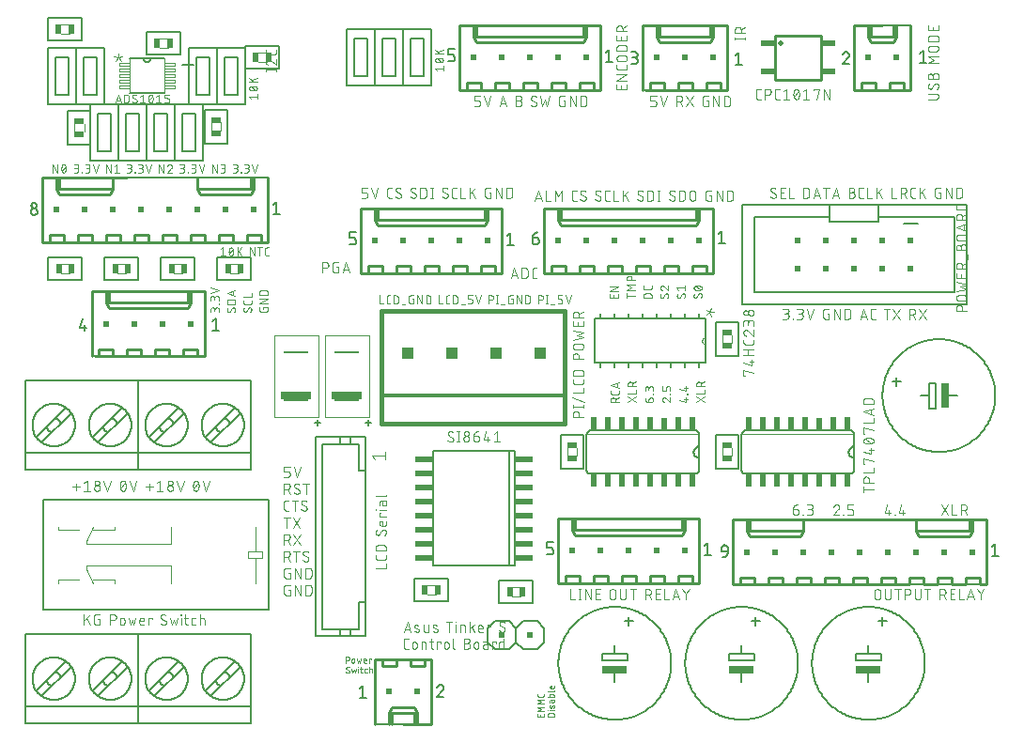
<source format=gbr>
G04 EAGLE Gerber RS-274X export*
G75*
%MOMM*%
%FSLAX34Y34*%
%LPD*%
%INSilkscreen Top*%
%IPPOS*%
%AMOC8*
5,1,8,0,0,1.08239X$1,22.5*%
G01*
%ADD10C,0.076200*%
%ADD11C,0.050800*%
%ADD12C,0.152400*%
%ADD13R,0.508000X1.143000*%
%ADD14C,0.203200*%
%ADD15R,1.520000X0.490000*%
%ADD16C,0.406400*%
%ADD17C,0.304800*%
%ADD18R,1.016000X1.016000*%
%ADD19R,0.508000X0.508000*%
%ADD20C,0.127000*%
%ADD21C,0.254000*%
%ADD22C,0.177800*%
%ADD23C,0.000000*%
%ADD24C,0.101600*%
%ADD25R,0.950000X0.500100*%
%ADD26R,0.500100X0.950000*%
%ADD27R,2.200000X0.200000*%
%ADD28R,2.700000X0.650000*%
%ADD29R,0.635000X2.286000*%
%ADD30R,2.286000X0.635000*%
%ADD31C,0.508000*%
%ADD32R,1.250000X0.500000*%


D10*
X825119Y381381D02*
X815721Y381381D01*
X815721Y383992D01*
X815723Y384093D01*
X815729Y384194D01*
X815739Y384295D01*
X815752Y384395D01*
X815770Y384495D01*
X815791Y384594D01*
X815817Y384692D01*
X815846Y384789D01*
X815878Y384885D01*
X815915Y384979D01*
X815955Y385072D01*
X815999Y385164D01*
X816046Y385253D01*
X816097Y385341D01*
X816151Y385427D01*
X816208Y385510D01*
X816268Y385592D01*
X816332Y385670D01*
X816398Y385747D01*
X816468Y385820D01*
X816540Y385891D01*
X816615Y385959D01*
X816693Y386024D01*
X816773Y386086D01*
X816855Y386145D01*
X816940Y386201D01*
X817027Y386253D01*
X817115Y386302D01*
X817206Y386348D01*
X817298Y386389D01*
X817392Y386428D01*
X817487Y386462D01*
X817583Y386493D01*
X817681Y386520D01*
X817779Y386544D01*
X817879Y386563D01*
X817979Y386579D01*
X818079Y386591D01*
X818180Y386599D01*
X818281Y386603D01*
X818383Y386603D01*
X818484Y386599D01*
X818585Y386591D01*
X818685Y386579D01*
X818785Y386563D01*
X818885Y386544D01*
X818983Y386520D01*
X819081Y386493D01*
X819177Y386462D01*
X819272Y386428D01*
X819366Y386389D01*
X819458Y386348D01*
X819549Y386302D01*
X819638Y386253D01*
X819724Y386201D01*
X819809Y386145D01*
X819891Y386086D01*
X819971Y386024D01*
X820049Y385959D01*
X820124Y385891D01*
X820196Y385820D01*
X820266Y385747D01*
X820332Y385670D01*
X820396Y385592D01*
X820456Y385510D01*
X820513Y385427D01*
X820567Y385341D01*
X820618Y385253D01*
X820665Y385164D01*
X820709Y385072D01*
X820749Y384979D01*
X820786Y384885D01*
X820818Y384789D01*
X820847Y384692D01*
X820873Y384594D01*
X820894Y384495D01*
X820912Y384395D01*
X820925Y384295D01*
X820935Y384194D01*
X820941Y384093D01*
X820943Y383992D01*
X820942Y383992D02*
X820942Y381381D01*
X822508Y390089D02*
X818332Y390089D01*
X818332Y390088D02*
X818231Y390090D01*
X818130Y390096D01*
X818029Y390106D01*
X817929Y390119D01*
X817829Y390137D01*
X817730Y390158D01*
X817632Y390184D01*
X817535Y390213D01*
X817439Y390245D01*
X817345Y390282D01*
X817252Y390322D01*
X817160Y390366D01*
X817071Y390413D01*
X816983Y390464D01*
X816897Y390518D01*
X816814Y390575D01*
X816732Y390635D01*
X816654Y390699D01*
X816577Y390765D01*
X816504Y390835D01*
X816433Y390907D01*
X816365Y390982D01*
X816300Y391060D01*
X816238Y391140D01*
X816179Y391222D01*
X816123Y391307D01*
X816071Y391394D01*
X816022Y391482D01*
X815976Y391573D01*
X815935Y391665D01*
X815896Y391759D01*
X815862Y391854D01*
X815831Y391950D01*
X815804Y392048D01*
X815780Y392146D01*
X815761Y392246D01*
X815745Y392346D01*
X815733Y392446D01*
X815725Y392547D01*
X815721Y392648D01*
X815721Y392750D01*
X815725Y392851D01*
X815733Y392952D01*
X815745Y393052D01*
X815761Y393152D01*
X815780Y393252D01*
X815804Y393350D01*
X815831Y393448D01*
X815862Y393544D01*
X815896Y393639D01*
X815935Y393733D01*
X815976Y393825D01*
X816022Y393916D01*
X816071Y394005D01*
X816123Y394091D01*
X816179Y394176D01*
X816238Y394258D01*
X816300Y394338D01*
X816365Y394416D01*
X816433Y394491D01*
X816504Y394563D01*
X816577Y394633D01*
X816654Y394699D01*
X816732Y394763D01*
X816814Y394823D01*
X816897Y394880D01*
X816983Y394934D01*
X817071Y394985D01*
X817160Y395032D01*
X817252Y395076D01*
X817345Y395116D01*
X817439Y395153D01*
X817535Y395185D01*
X817632Y395214D01*
X817730Y395240D01*
X817829Y395261D01*
X817929Y395279D01*
X818029Y395292D01*
X818130Y395302D01*
X818231Y395308D01*
X818332Y395310D01*
X822508Y395310D01*
X822609Y395308D01*
X822710Y395302D01*
X822811Y395292D01*
X822911Y395279D01*
X823011Y395261D01*
X823110Y395240D01*
X823208Y395214D01*
X823305Y395185D01*
X823401Y395153D01*
X823495Y395116D01*
X823588Y395076D01*
X823680Y395032D01*
X823769Y394985D01*
X823857Y394934D01*
X823943Y394880D01*
X824026Y394823D01*
X824108Y394763D01*
X824186Y394699D01*
X824263Y394633D01*
X824336Y394563D01*
X824407Y394491D01*
X824475Y394416D01*
X824540Y394338D01*
X824602Y394258D01*
X824661Y394176D01*
X824717Y394091D01*
X824769Y394004D01*
X824818Y393916D01*
X824864Y393825D01*
X824905Y393733D01*
X824944Y393639D01*
X824978Y393544D01*
X825009Y393448D01*
X825036Y393350D01*
X825060Y393252D01*
X825079Y393152D01*
X825095Y393052D01*
X825107Y392952D01*
X825115Y392851D01*
X825119Y392750D01*
X825119Y392648D01*
X825115Y392547D01*
X825107Y392446D01*
X825095Y392346D01*
X825079Y392246D01*
X825060Y392146D01*
X825036Y392048D01*
X825009Y391950D01*
X824978Y391854D01*
X824944Y391759D01*
X824905Y391665D01*
X824864Y391573D01*
X824818Y391482D01*
X824769Y391394D01*
X824717Y391307D01*
X824661Y391222D01*
X824602Y391140D01*
X824540Y391060D01*
X824475Y390982D01*
X824407Y390907D01*
X824336Y390835D01*
X824263Y390765D01*
X824186Y390699D01*
X824108Y390635D01*
X824026Y390575D01*
X823943Y390518D01*
X823857Y390464D01*
X823769Y390413D01*
X823680Y390366D01*
X823588Y390322D01*
X823495Y390282D01*
X823401Y390245D01*
X823305Y390213D01*
X823208Y390184D01*
X823110Y390158D01*
X823011Y390137D01*
X822911Y390119D01*
X822811Y390106D01*
X822710Y390096D01*
X822609Y390090D01*
X822508Y390088D01*
X815721Y398886D02*
X825119Y400974D01*
X818854Y403063D01*
X825119Y405151D01*
X815721Y407240D01*
X825119Y411138D02*
X825119Y415314D01*
X825119Y411138D02*
X815721Y411138D01*
X815721Y415314D01*
X819898Y414270D02*
X819898Y411138D01*
X815721Y419102D02*
X825119Y419102D01*
X815721Y419102D02*
X815721Y421712D01*
X815723Y421813D01*
X815729Y421914D01*
X815739Y422015D01*
X815752Y422115D01*
X815770Y422215D01*
X815791Y422314D01*
X815817Y422412D01*
X815846Y422509D01*
X815878Y422605D01*
X815915Y422699D01*
X815955Y422792D01*
X815999Y422884D01*
X816046Y422973D01*
X816097Y423061D01*
X816151Y423147D01*
X816208Y423230D01*
X816268Y423312D01*
X816332Y423390D01*
X816398Y423467D01*
X816468Y423540D01*
X816540Y423611D01*
X816615Y423679D01*
X816693Y423744D01*
X816773Y423806D01*
X816855Y423865D01*
X816940Y423921D01*
X817027Y423973D01*
X817115Y424022D01*
X817206Y424068D01*
X817298Y424109D01*
X817392Y424148D01*
X817487Y424182D01*
X817583Y424213D01*
X817681Y424240D01*
X817779Y424264D01*
X817879Y424283D01*
X817979Y424299D01*
X818079Y424311D01*
X818180Y424319D01*
X818281Y424323D01*
X818383Y424323D01*
X818484Y424319D01*
X818585Y424311D01*
X818685Y424299D01*
X818785Y424283D01*
X818885Y424264D01*
X818983Y424240D01*
X819081Y424213D01*
X819177Y424182D01*
X819272Y424148D01*
X819366Y424109D01*
X819458Y424068D01*
X819549Y424022D01*
X819638Y423973D01*
X819724Y423921D01*
X819809Y423865D01*
X819891Y423806D01*
X819971Y423744D01*
X820049Y423679D01*
X820124Y423611D01*
X820196Y423540D01*
X820266Y423467D01*
X820332Y423390D01*
X820396Y423312D01*
X820456Y423230D01*
X820513Y423147D01*
X820567Y423061D01*
X820618Y422973D01*
X820665Y422884D01*
X820709Y422792D01*
X820749Y422699D01*
X820786Y422605D01*
X820818Y422509D01*
X820847Y422412D01*
X820873Y422314D01*
X820894Y422215D01*
X820912Y422115D01*
X820925Y422015D01*
X820935Y421914D01*
X820941Y421813D01*
X820943Y421712D01*
X820942Y421712D02*
X820942Y419102D01*
X820942Y422235D02*
X825119Y424323D01*
X826163Y427796D02*
X826163Y431973D01*
X819898Y435940D02*
X819898Y438550D01*
X819897Y438550D02*
X819899Y438651D01*
X819905Y438752D01*
X819915Y438853D01*
X819928Y438953D01*
X819946Y439053D01*
X819967Y439152D01*
X819993Y439250D01*
X820022Y439347D01*
X820054Y439443D01*
X820091Y439537D01*
X820131Y439630D01*
X820175Y439722D01*
X820222Y439811D01*
X820273Y439899D01*
X820327Y439985D01*
X820384Y440068D01*
X820444Y440150D01*
X820508Y440228D01*
X820574Y440305D01*
X820644Y440378D01*
X820716Y440449D01*
X820791Y440517D01*
X820869Y440582D01*
X820949Y440644D01*
X821031Y440703D01*
X821116Y440759D01*
X821203Y440811D01*
X821291Y440860D01*
X821382Y440906D01*
X821474Y440947D01*
X821568Y440986D01*
X821663Y441020D01*
X821759Y441051D01*
X821857Y441078D01*
X821955Y441102D01*
X822055Y441121D01*
X822155Y441137D01*
X822255Y441149D01*
X822356Y441157D01*
X822457Y441161D01*
X822559Y441161D01*
X822660Y441157D01*
X822761Y441149D01*
X822861Y441137D01*
X822961Y441121D01*
X823061Y441102D01*
X823159Y441078D01*
X823257Y441051D01*
X823353Y441020D01*
X823448Y440986D01*
X823542Y440947D01*
X823634Y440906D01*
X823725Y440860D01*
X823814Y440811D01*
X823900Y440759D01*
X823985Y440703D01*
X824067Y440644D01*
X824147Y440582D01*
X824225Y440517D01*
X824300Y440449D01*
X824372Y440378D01*
X824442Y440305D01*
X824508Y440228D01*
X824572Y440150D01*
X824632Y440068D01*
X824689Y439985D01*
X824743Y439899D01*
X824794Y439811D01*
X824841Y439722D01*
X824885Y439630D01*
X824925Y439537D01*
X824962Y439443D01*
X824994Y439347D01*
X825023Y439250D01*
X825049Y439152D01*
X825070Y439053D01*
X825088Y438953D01*
X825101Y438853D01*
X825111Y438752D01*
X825117Y438651D01*
X825119Y438550D01*
X825119Y435940D01*
X815721Y435940D01*
X815721Y438550D01*
X815723Y438640D01*
X815729Y438729D01*
X815738Y438819D01*
X815752Y438908D01*
X815769Y438996D01*
X815790Y439083D01*
X815815Y439170D01*
X815844Y439255D01*
X815876Y439339D01*
X815911Y439421D01*
X815951Y439502D01*
X815993Y439581D01*
X816039Y439658D01*
X816089Y439733D01*
X816141Y439806D01*
X816197Y439877D01*
X816255Y439945D01*
X816317Y440010D01*
X816381Y440073D01*
X816448Y440133D01*
X816517Y440190D01*
X816589Y440244D01*
X816663Y440295D01*
X816739Y440343D01*
X816817Y440387D01*
X816897Y440428D01*
X816979Y440466D01*
X817062Y440500D01*
X817147Y440530D01*
X817233Y440557D01*
X817319Y440580D01*
X817407Y440599D01*
X817496Y440614D01*
X817585Y440626D01*
X817674Y440634D01*
X817764Y440638D01*
X817854Y440638D01*
X817944Y440634D01*
X818033Y440626D01*
X818122Y440614D01*
X818211Y440599D01*
X818299Y440580D01*
X818385Y440557D01*
X818471Y440530D01*
X818556Y440500D01*
X818639Y440466D01*
X818721Y440428D01*
X818801Y440387D01*
X818879Y440343D01*
X818955Y440295D01*
X819029Y440244D01*
X819101Y440190D01*
X819170Y440133D01*
X819237Y440073D01*
X819301Y440010D01*
X819363Y439945D01*
X819421Y439877D01*
X819477Y439806D01*
X819529Y439733D01*
X819579Y439658D01*
X819625Y439581D01*
X819667Y439502D01*
X819707Y439421D01*
X819742Y439339D01*
X819774Y439255D01*
X819803Y439170D01*
X819828Y439083D01*
X819849Y438996D01*
X819866Y438908D01*
X819880Y438819D01*
X819889Y438729D01*
X819895Y438640D01*
X819897Y438550D01*
X818332Y444648D02*
X822508Y444648D01*
X818332Y444647D02*
X818231Y444649D01*
X818130Y444655D01*
X818029Y444665D01*
X817929Y444678D01*
X817829Y444696D01*
X817730Y444717D01*
X817632Y444743D01*
X817535Y444772D01*
X817439Y444804D01*
X817345Y444841D01*
X817252Y444881D01*
X817160Y444925D01*
X817071Y444972D01*
X816983Y445023D01*
X816897Y445077D01*
X816814Y445134D01*
X816732Y445194D01*
X816654Y445258D01*
X816577Y445324D01*
X816504Y445394D01*
X816433Y445466D01*
X816365Y445541D01*
X816300Y445619D01*
X816238Y445699D01*
X816179Y445781D01*
X816123Y445866D01*
X816071Y445953D01*
X816022Y446041D01*
X815976Y446132D01*
X815935Y446224D01*
X815896Y446318D01*
X815862Y446413D01*
X815831Y446509D01*
X815804Y446607D01*
X815780Y446705D01*
X815761Y446805D01*
X815745Y446905D01*
X815733Y447005D01*
X815725Y447106D01*
X815721Y447207D01*
X815721Y447309D01*
X815725Y447410D01*
X815733Y447511D01*
X815745Y447611D01*
X815761Y447711D01*
X815780Y447811D01*
X815804Y447909D01*
X815831Y448007D01*
X815862Y448103D01*
X815896Y448198D01*
X815935Y448292D01*
X815976Y448384D01*
X816022Y448475D01*
X816071Y448564D01*
X816123Y448650D01*
X816179Y448735D01*
X816238Y448817D01*
X816300Y448897D01*
X816365Y448975D01*
X816433Y449050D01*
X816504Y449122D01*
X816577Y449192D01*
X816654Y449258D01*
X816732Y449322D01*
X816814Y449382D01*
X816897Y449439D01*
X816983Y449493D01*
X817071Y449544D01*
X817160Y449591D01*
X817252Y449635D01*
X817345Y449675D01*
X817439Y449712D01*
X817535Y449744D01*
X817632Y449773D01*
X817730Y449799D01*
X817829Y449820D01*
X817929Y449838D01*
X818029Y449851D01*
X818130Y449861D01*
X818231Y449867D01*
X818332Y449869D01*
X822508Y449869D01*
X822609Y449867D01*
X822710Y449861D01*
X822811Y449851D01*
X822911Y449838D01*
X823011Y449820D01*
X823110Y449799D01*
X823208Y449773D01*
X823305Y449744D01*
X823401Y449712D01*
X823495Y449675D01*
X823588Y449635D01*
X823680Y449591D01*
X823769Y449544D01*
X823857Y449493D01*
X823943Y449439D01*
X824026Y449382D01*
X824108Y449322D01*
X824186Y449258D01*
X824263Y449192D01*
X824336Y449122D01*
X824407Y449050D01*
X824475Y448975D01*
X824540Y448897D01*
X824602Y448817D01*
X824661Y448735D01*
X824717Y448650D01*
X824769Y448563D01*
X824818Y448475D01*
X824864Y448384D01*
X824905Y448292D01*
X824944Y448198D01*
X824978Y448103D01*
X825009Y448007D01*
X825036Y447909D01*
X825060Y447811D01*
X825079Y447711D01*
X825095Y447611D01*
X825107Y447511D01*
X825115Y447410D01*
X825119Y447309D01*
X825119Y447207D01*
X825115Y447106D01*
X825107Y447005D01*
X825095Y446905D01*
X825079Y446805D01*
X825060Y446705D01*
X825036Y446607D01*
X825009Y446509D01*
X824978Y446413D01*
X824944Y446318D01*
X824905Y446224D01*
X824864Y446132D01*
X824818Y446041D01*
X824769Y445953D01*
X824717Y445866D01*
X824661Y445781D01*
X824602Y445699D01*
X824540Y445619D01*
X824475Y445541D01*
X824407Y445466D01*
X824336Y445394D01*
X824263Y445324D01*
X824186Y445258D01*
X824108Y445194D01*
X824026Y445134D01*
X823943Y445077D01*
X823857Y445023D01*
X823769Y444972D01*
X823680Y444925D01*
X823588Y444881D01*
X823495Y444841D01*
X823401Y444804D01*
X823305Y444772D01*
X823208Y444743D01*
X823110Y444717D01*
X823011Y444696D01*
X822911Y444678D01*
X822811Y444665D01*
X822710Y444655D01*
X822609Y444649D01*
X822508Y444647D01*
X825119Y453270D02*
X815721Y456402D01*
X825119Y459535D01*
X822770Y458752D02*
X822770Y454053D01*
X825119Y463298D02*
X815721Y463298D01*
X815721Y465908D01*
X815723Y466009D01*
X815729Y466110D01*
X815739Y466211D01*
X815752Y466311D01*
X815770Y466411D01*
X815791Y466510D01*
X815817Y466608D01*
X815846Y466705D01*
X815878Y466801D01*
X815915Y466895D01*
X815955Y466988D01*
X815999Y467080D01*
X816046Y467169D01*
X816097Y467257D01*
X816151Y467343D01*
X816208Y467426D01*
X816268Y467508D01*
X816332Y467586D01*
X816398Y467663D01*
X816468Y467736D01*
X816540Y467807D01*
X816615Y467875D01*
X816693Y467940D01*
X816773Y468002D01*
X816855Y468061D01*
X816940Y468117D01*
X817027Y468169D01*
X817115Y468218D01*
X817206Y468264D01*
X817298Y468305D01*
X817392Y468344D01*
X817487Y468378D01*
X817583Y468409D01*
X817681Y468436D01*
X817779Y468460D01*
X817879Y468479D01*
X817979Y468495D01*
X818079Y468507D01*
X818180Y468515D01*
X818281Y468519D01*
X818383Y468519D01*
X818484Y468515D01*
X818585Y468507D01*
X818685Y468495D01*
X818785Y468479D01*
X818885Y468460D01*
X818983Y468436D01*
X819081Y468409D01*
X819177Y468378D01*
X819272Y468344D01*
X819366Y468305D01*
X819458Y468264D01*
X819549Y468218D01*
X819638Y468169D01*
X819724Y468117D01*
X819809Y468061D01*
X819891Y468002D01*
X819971Y467940D01*
X820049Y467875D01*
X820124Y467807D01*
X820196Y467736D01*
X820266Y467663D01*
X820332Y467586D01*
X820396Y467508D01*
X820456Y467426D01*
X820513Y467343D01*
X820567Y467257D01*
X820618Y467169D01*
X820665Y467080D01*
X820709Y466988D01*
X820749Y466895D01*
X820786Y466801D01*
X820818Y466705D01*
X820847Y466608D01*
X820873Y466510D01*
X820894Y466411D01*
X820912Y466311D01*
X820925Y466211D01*
X820935Y466110D01*
X820941Y466009D01*
X820943Y465908D01*
X820942Y465908D02*
X820942Y463298D01*
X820942Y466430D02*
X825119Y468519D01*
X825119Y472689D02*
X815721Y472689D01*
X815721Y475300D01*
X815723Y475400D01*
X815729Y475500D01*
X815738Y475599D01*
X815752Y475699D01*
X815769Y475797D01*
X815790Y475895D01*
X815814Y475992D01*
X815843Y476088D01*
X815875Y476183D01*
X815910Y476276D01*
X815949Y476368D01*
X815992Y476459D01*
X816038Y476547D01*
X816088Y476634D01*
X816140Y476719D01*
X816196Y476802D01*
X816255Y476883D01*
X816318Y476961D01*
X816383Y477037D01*
X816451Y477111D01*
X816521Y477181D01*
X816595Y477249D01*
X816671Y477314D01*
X816749Y477377D01*
X816830Y477436D01*
X816913Y477492D01*
X816998Y477544D01*
X817085Y477594D01*
X817173Y477640D01*
X817264Y477683D01*
X817356Y477722D01*
X817449Y477757D01*
X817544Y477789D01*
X817640Y477818D01*
X817737Y477842D01*
X817835Y477863D01*
X817933Y477880D01*
X818033Y477894D01*
X818132Y477903D01*
X818232Y477909D01*
X818332Y477911D01*
X818332Y477910D02*
X822508Y477910D01*
X822508Y477911D02*
X822608Y477909D01*
X822708Y477903D01*
X822807Y477894D01*
X822907Y477880D01*
X823005Y477863D01*
X823103Y477842D01*
X823200Y477818D01*
X823296Y477789D01*
X823391Y477757D01*
X823484Y477722D01*
X823576Y477683D01*
X823667Y477640D01*
X823755Y477594D01*
X823842Y477544D01*
X823927Y477492D01*
X824010Y477436D01*
X824091Y477377D01*
X824169Y477314D01*
X824245Y477249D01*
X824319Y477181D01*
X824389Y477111D01*
X824457Y477037D01*
X824522Y476961D01*
X824585Y476883D01*
X824644Y476802D01*
X824700Y476719D01*
X824752Y476634D01*
X824802Y476547D01*
X824848Y476459D01*
X824891Y476368D01*
X824930Y476276D01*
X824965Y476183D01*
X824997Y476088D01*
X825026Y475992D01*
X825050Y475895D01*
X825071Y475797D01*
X825088Y475699D01*
X825102Y475599D01*
X825111Y475500D01*
X825117Y475400D01*
X825119Y475300D01*
X825119Y472689D01*
X417331Y419989D02*
X414198Y410591D01*
X420464Y410591D02*
X417331Y419989D01*
X419680Y412941D02*
X414981Y412941D01*
X424169Y410591D02*
X424169Y419989D01*
X426780Y419989D01*
X426880Y419987D01*
X426980Y419981D01*
X427079Y419972D01*
X427179Y419958D01*
X427277Y419941D01*
X427375Y419920D01*
X427472Y419896D01*
X427568Y419867D01*
X427663Y419835D01*
X427756Y419800D01*
X427848Y419761D01*
X427939Y419718D01*
X428027Y419672D01*
X428114Y419622D01*
X428199Y419570D01*
X428282Y419514D01*
X428363Y419455D01*
X428441Y419392D01*
X428517Y419327D01*
X428591Y419259D01*
X428661Y419189D01*
X428729Y419115D01*
X428794Y419039D01*
X428857Y418961D01*
X428916Y418880D01*
X428972Y418797D01*
X429024Y418712D01*
X429074Y418625D01*
X429120Y418537D01*
X429163Y418446D01*
X429202Y418354D01*
X429237Y418261D01*
X429269Y418166D01*
X429298Y418070D01*
X429322Y417973D01*
X429343Y417875D01*
X429360Y417777D01*
X429374Y417677D01*
X429383Y417578D01*
X429389Y417478D01*
X429391Y417378D01*
X429390Y417378D02*
X429390Y413202D01*
X429391Y413202D02*
X429389Y413102D01*
X429383Y413002D01*
X429374Y412903D01*
X429360Y412803D01*
X429343Y412705D01*
X429322Y412607D01*
X429298Y412510D01*
X429269Y412414D01*
X429237Y412319D01*
X429202Y412226D01*
X429163Y412134D01*
X429120Y412043D01*
X429074Y411955D01*
X429024Y411868D01*
X428972Y411783D01*
X428916Y411700D01*
X428857Y411619D01*
X428794Y411541D01*
X428729Y411465D01*
X428661Y411391D01*
X428591Y411321D01*
X428517Y411253D01*
X428441Y411188D01*
X428363Y411125D01*
X428282Y411066D01*
X428199Y411010D01*
X428114Y410958D01*
X428027Y410908D01*
X427939Y410862D01*
X427848Y410819D01*
X427756Y410780D01*
X427663Y410745D01*
X427568Y410713D01*
X427472Y410684D01*
X427375Y410660D01*
X427277Y410639D01*
X427179Y410622D01*
X427079Y410608D01*
X426980Y410599D01*
X426880Y410593D01*
X426780Y410591D01*
X424169Y410591D01*
X435681Y410591D02*
X437769Y410591D01*
X435681Y410591D02*
X435592Y410593D01*
X435504Y410599D01*
X435416Y410608D01*
X435328Y410621D01*
X435241Y410638D01*
X435155Y410658D01*
X435070Y410683D01*
X434985Y410710D01*
X434902Y410742D01*
X434821Y410776D01*
X434741Y410815D01*
X434663Y410856D01*
X434586Y410901D01*
X434512Y410949D01*
X434439Y411000D01*
X434369Y411054D01*
X434302Y411112D01*
X434236Y411172D01*
X434174Y411234D01*
X434114Y411300D01*
X434056Y411367D01*
X434002Y411437D01*
X433951Y411510D01*
X433903Y411584D01*
X433858Y411661D01*
X433817Y411739D01*
X433778Y411819D01*
X433744Y411900D01*
X433712Y411983D01*
X433685Y412068D01*
X433660Y412153D01*
X433640Y412239D01*
X433623Y412326D01*
X433610Y412414D01*
X433601Y412502D01*
X433595Y412590D01*
X433593Y412679D01*
X433592Y412679D02*
X433592Y417901D01*
X433593Y417901D02*
X433595Y417992D01*
X433601Y418083D01*
X433611Y418174D01*
X433625Y418264D01*
X433642Y418353D01*
X433664Y418441D01*
X433690Y418529D01*
X433719Y418615D01*
X433752Y418700D01*
X433789Y418783D01*
X433829Y418865D01*
X433873Y418945D01*
X433920Y419023D01*
X433971Y419099D01*
X434024Y419172D01*
X434081Y419243D01*
X434142Y419312D01*
X434205Y419377D01*
X434270Y419440D01*
X434339Y419500D01*
X434410Y419558D01*
X434483Y419611D01*
X434559Y419662D01*
X434637Y419709D01*
X434717Y419753D01*
X434799Y419793D01*
X434882Y419830D01*
X434967Y419863D01*
X435053Y419892D01*
X435141Y419918D01*
X435229Y419940D01*
X435318Y419957D01*
X435408Y419971D01*
X435499Y419981D01*
X435590Y419987D01*
X435681Y419989D01*
X437769Y419989D01*
X244654Y415671D02*
X244654Y425069D01*
X247265Y425069D01*
X247366Y425067D01*
X247467Y425061D01*
X247568Y425051D01*
X247668Y425038D01*
X247768Y425020D01*
X247867Y424999D01*
X247965Y424973D01*
X248062Y424944D01*
X248158Y424912D01*
X248252Y424875D01*
X248345Y424835D01*
X248437Y424791D01*
X248526Y424744D01*
X248614Y424693D01*
X248700Y424639D01*
X248783Y424582D01*
X248865Y424522D01*
X248943Y424458D01*
X249020Y424392D01*
X249093Y424322D01*
X249164Y424250D01*
X249232Y424175D01*
X249297Y424097D01*
X249359Y424017D01*
X249418Y423935D01*
X249474Y423850D01*
X249526Y423763D01*
X249575Y423675D01*
X249621Y423584D01*
X249662Y423492D01*
X249701Y423398D01*
X249735Y423303D01*
X249766Y423207D01*
X249793Y423109D01*
X249817Y423011D01*
X249836Y422911D01*
X249852Y422811D01*
X249864Y422711D01*
X249872Y422610D01*
X249876Y422509D01*
X249876Y422407D01*
X249872Y422306D01*
X249864Y422205D01*
X249852Y422105D01*
X249836Y422005D01*
X249817Y421905D01*
X249793Y421807D01*
X249766Y421709D01*
X249735Y421613D01*
X249701Y421518D01*
X249662Y421424D01*
X249621Y421332D01*
X249575Y421241D01*
X249526Y421153D01*
X249474Y421066D01*
X249418Y420981D01*
X249359Y420899D01*
X249297Y420819D01*
X249232Y420741D01*
X249164Y420666D01*
X249093Y420594D01*
X249020Y420524D01*
X248943Y420458D01*
X248865Y420394D01*
X248783Y420334D01*
X248700Y420277D01*
X248614Y420223D01*
X248526Y420172D01*
X248437Y420125D01*
X248345Y420081D01*
X248252Y420041D01*
X248158Y420004D01*
X248062Y419972D01*
X247965Y419943D01*
X247867Y419917D01*
X247768Y419896D01*
X247668Y419878D01*
X247568Y419865D01*
X247467Y419855D01*
X247366Y419849D01*
X247265Y419847D01*
X247265Y419848D02*
X244654Y419848D01*
X257322Y420892D02*
X258888Y420892D01*
X258888Y415671D01*
X255755Y415671D01*
X255666Y415673D01*
X255578Y415679D01*
X255490Y415688D01*
X255402Y415701D01*
X255315Y415718D01*
X255229Y415738D01*
X255144Y415763D01*
X255059Y415790D01*
X254976Y415822D01*
X254895Y415856D01*
X254815Y415895D01*
X254737Y415936D01*
X254660Y415981D01*
X254586Y416029D01*
X254513Y416080D01*
X254443Y416134D01*
X254376Y416192D01*
X254310Y416252D01*
X254248Y416314D01*
X254188Y416380D01*
X254130Y416447D01*
X254076Y416517D01*
X254025Y416590D01*
X253977Y416664D01*
X253932Y416741D01*
X253891Y416819D01*
X253852Y416899D01*
X253818Y416980D01*
X253786Y417063D01*
X253759Y417148D01*
X253734Y417233D01*
X253714Y417319D01*
X253697Y417406D01*
X253684Y417494D01*
X253675Y417582D01*
X253669Y417670D01*
X253667Y417759D01*
X253667Y422981D01*
X253668Y422981D02*
X253670Y423072D01*
X253676Y423163D01*
X253686Y423254D01*
X253700Y423344D01*
X253717Y423433D01*
X253739Y423521D01*
X253765Y423609D01*
X253794Y423695D01*
X253827Y423780D01*
X253864Y423863D01*
X253904Y423945D01*
X253948Y424025D01*
X253995Y424103D01*
X254046Y424179D01*
X254099Y424252D01*
X254156Y424323D01*
X254217Y424392D01*
X254280Y424457D01*
X254345Y424520D01*
X254414Y424580D01*
X254485Y424638D01*
X254558Y424691D01*
X254634Y424742D01*
X254712Y424789D01*
X254792Y424833D01*
X254874Y424873D01*
X254957Y424910D01*
X255042Y424943D01*
X255128Y424972D01*
X255216Y424998D01*
X255304Y425020D01*
X255393Y425037D01*
X255483Y425051D01*
X255574Y425061D01*
X255665Y425067D01*
X255756Y425069D01*
X255755Y425069D02*
X258888Y425069D01*
X265726Y425069D02*
X262594Y415671D01*
X268859Y415671D02*
X265726Y425069D01*
X268076Y418021D02*
X263377Y418021D01*
X623951Y322961D02*
X624995Y322961D01*
X623951Y322961D02*
X623951Y328182D01*
X633349Y325572D01*
X631261Y332105D02*
X623951Y334193D01*
X631261Y332105D02*
X631261Y337326D01*
X629172Y335760D02*
X633349Y335760D01*
X633349Y341554D02*
X623951Y341554D01*
X628128Y341554D02*
X628128Y346775D01*
X623951Y346775D02*
X633349Y346775D01*
X633349Y353065D02*
X633349Y355154D01*
X633349Y353065D02*
X633347Y352976D01*
X633341Y352888D01*
X633332Y352800D01*
X633319Y352712D01*
X633302Y352625D01*
X633282Y352539D01*
X633257Y352454D01*
X633230Y352369D01*
X633198Y352286D01*
X633164Y352205D01*
X633125Y352125D01*
X633084Y352047D01*
X633039Y351970D01*
X632991Y351896D01*
X632940Y351823D01*
X632886Y351753D01*
X632828Y351686D01*
X632768Y351620D01*
X632706Y351558D01*
X632640Y351498D01*
X632573Y351440D01*
X632503Y351386D01*
X632430Y351335D01*
X632356Y351287D01*
X632279Y351242D01*
X632201Y351201D01*
X632121Y351162D01*
X632040Y351128D01*
X631957Y351096D01*
X631872Y351069D01*
X631787Y351044D01*
X631701Y351024D01*
X631614Y351007D01*
X631526Y350994D01*
X631438Y350985D01*
X631350Y350979D01*
X631261Y350977D01*
X626039Y350977D01*
X626039Y350976D02*
X625948Y350978D01*
X625857Y350984D01*
X625766Y350994D01*
X625676Y351008D01*
X625587Y351026D01*
X625498Y351047D01*
X625411Y351073D01*
X625325Y351102D01*
X625240Y351135D01*
X625156Y351172D01*
X625074Y351212D01*
X624995Y351256D01*
X624917Y351303D01*
X624841Y351354D01*
X624767Y351408D01*
X624696Y351465D01*
X624628Y351525D01*
X624562Y351588D01*
X624499Y351654D01*
X624439Y351722D01*
X624382Y351793D01*
X624328Y351867D01*
X624277Y351943D01*
X624230Y352020D01*
X624186Y352100D01*
X624146Y352182D01*
X624109Y352266D01*
X624076Y352350D01*
X624047Y352437D01*
X624021Y352524D01*
X624000Y352613D01*
X623982Y352702D01*
X623968Y352792D01*
X623958Y352883D01*
X623952Y352974D01*
X623950Y353065D01*
X623951Y353065D02*
X623951Y355154D01*
X623951Y361494D02*
X623953Y361589D01*
X623959Y361683D01*
X623968Y361777D01*
X623981Y361871D01*
X623998Y361964D01*
X624019Y362056D01*
X624044Y362148D01*
X624072Y362238D01*
X624104Y362327D01*
X624139Y362415D01*
X624178Y362501D01*
X624220Y362586D01*
X624266Y362669D01*
X624315Y362750D01*
X624367Y362829D01*
X624422Y362906D01*
X624481Y362980D01*
X624542Y363052D01*
X624606Y363122D01*
X624673Y363189D01*
X624743Y363253D01*
X624815Y363314D01*
X624889Y363373D01*
X624966Y363428D01*
X625045Y363480D01*
X625126Y363529D01*
X625209Y363575D01*
X625294Y363617D01*
X625380Y363656D01*
X625468Y363691D01*
X625557Y363723D01*
X625647Y363751D01*
X625739Y363776D01*
X625831Y363797D01*
X625924Y363814D01*
X626018Y363827D01*
X626112Y363836D01*
X626206Y363842D01*
X626301Y363844D01*
X623951Y361494D02*
X623953Y361386D01*
X623959Y361277D01*
X623969Y361169D01*
X623982Y361062D01*
X624000Y360955D01*
X624021Y360848D01*
X624046Y360743D01*
X624075Y360638D01*
X624107Y360535D01*
X624144Y360433D01*
X624184Y360332D01*
X624227Y360233D01*
X624274Y360135D01*
X624325Y360039D01*
X624379Y359945D01*
X624436Y359853D01*
X624497Y359763D01*
X624561Y359675D01*
X624627Y359590D01*
X624697Y359507D01*
X624770Y359427D01*
X624846Y359349D01*
X624924Y359274D01*
X625005Y359202D01*
X625089Y359133D01*
X625175Y359067D01*
X625263Y359004D01*
X625354Y358945D01*
X625446Y358888D01*
X625541Y358835D01*
X625638Y358786D01*
X625736Y358740D01*
X625835Y358697D01*
X625937Y358658D01*
X626039Y358623D01*
X628129Y363061D02*
X628060Y363130D01*
X627989Y363196D01*
X627916Y363260D01*
X627840Y363321D01*
X627761Y363379D01*
X627681Y363433D01*
X627598Y363485D01*
X627514Y363533D01*
X627428Y363579D01*
X627340Y363620D01*
X627250Y363659D01*
X627159Y363694D01*
X627067Y363725D01*
X626974Y363753D01*
X626880Y363777D01*
X626785Y363797D01*
X626689Y363814D01*
X626592Y363827D01*
X626495Y363836D01*
X626398Y363842D01*
X626301Y363844D01*
X628128Y363060D02*
X633349Y358622D01*
X633349Y363844D01*
X633349Y367766D02*
X633349Y370377D01*
X633347Y370478D01*
X633341Y370579D01*
X633331Y370680D01*
X633318Y370780D01*
X633300Y370880D01*
X633279Y370979D01*
X633253Y371077D01*
X633224Y371174D01*
X633192Y371270D01*
X633155Y371364D01*
X633115Y371457D01*
X633071Y371549D01*
X633024Y371638D01*
X632973Y371726D01*
X632919Y371812D01*
X632862Y371895D01*
X632802Y371977D01*
X632738Y372055D01*
X632672Y372132D01*
X632602Y372205D01*
X632530Y372276D01*
X632455Y372344D01*
X632377Y372409D01*
X632297Y372471D01*
X632215Y372530D01*
X632130Y372586D01*
X632044Y372638D01*
X631955Y372687D01*
X631864Y372733D01*
X631772Y372774D01*
X631678Y372813D01*
X631583Y372847D01*
X631487Y372878D01*
X631389Y372905D01*
X631291Y372929D01*
X631191Y372948D01*
X631091Y372964D01*
X630991Y372976D01*
X630890Y372984D01*
X630789Y372988D01*
X630687Y372988D01*
X630586Y372984D01*
X630485Y372976D01*
X630385Y372964D01*
X630285Y372948D01*
X630185Y372929D01*
X630087Y372905D01*
X629989Y372878D01*
X629893Y372847D01*
X629798Y372813D01*
X629704Y372774D01*
X629612Y372733D01*
X629521Y372687D01*
X629433Y372638D01*
X629346Y372586D01*
X629261Y372530D01*
X629179Y372471D01*
X629099Y372409D01*
X629021Y372344D01*
X628946Y372276D01*
X628874Y372205D01*
X628804Y372132D01*
X628738Y372055D01*
X628674Y371977D01*
X628614Y371895D01*
X628557Y371812D01*
X628503Y371726D01*
X628452Y371638D01*
X628405Y371549D01*
X628361Y371457D01*
X628321Y371364D01*
X628284Y371270D01*
X628252Y371174D01*
X628223Y371077D01*
X628197Y370979D01*
X628176Y370880D01*
X628158Y370780D01*
X628145Y370680D01*
X628135Y370579D01*
X628129Y370478D01*
X628127Y370377D01*
X623951Y370899D02*
X623951Y367766D01*
X623951Y370899D02*
X623953Y370989D01*
X623959Y371078D01*
X623968Y371168D01*
X623982Y371257D01*
X623999Y371345D01*
X624020Y371432D01*
X624045Y371519D01*
X624074Y371604D01*
X624106Y371688D01*
X624141Y371770D01*
X624181Y371851D01*
X624223Y371930D01*
X624269Y372007D01*
X624319Y372082D01*
X624371Y372155D01*
X624427Y372226D01*
X624485Y372294D01*
X624547Y372359D01*
X624611Y372422D01*
X624678Y372482D01*
X624747Y372539D01*
X624819Y372593D01*
X624893Y372644D01*
X624969Y372692D01*
X625047Y372736D01*
X625127Y372777D01*
X625209Y372815D01*
X625292Y372849D01*
X625377Y372879D01*
X625463Y372906D01*
X625549Y372929D01*
X625637Y372948D01*
X625726Y372963D01*
X625815Y372975D01*
X625904Y372983D01*
X625994Y372987D01*
X626084Y372987D01*
X626174Y372983D01*
X626263Y372975D01*
X626352Y372963D01*
X626441Y372948D01*
X626529Y372929D01*
X626615Y372906D01*
X626701Y372879D01*
X626786Y372849D01*
X626869Y372815D01*
X626951Y372777D01*
X627031Y372736D01*
X627109Y372692D01*
X627185Y372644D01*
X627259Y372593D01*
X627331Y372539D01*
X627400Y372482D01*
X627467Y372422D01*
X627531Y372359D01*
X627593Y372294D01*
X627651Y372226D01*
X627707Y372155D01*
X627759Y372082D01*
X627809Y372007D01*
X627855Y371930D01*
X627897Y371851D01*
X627937Y371770D01*
X627972Y371688D01*
X628004Y371604D01*
X628033Y371519D01*
X628058Y371432D01*
X628079Y371345D01*
X628096Y371257D01*
X628110Y371168D01*
X628119Y371078D01*
X628125Y370989D01*
X628127Y370899D01*
X628128Y370899D02*
X628128Y368811D01*
X630738Y376910D02*
X630637Y376912D01*
X630536Y376918D01*
X630435Y376928D01*
X630335Y376941D01*
X630235Y376959D01*
X630136Y376980D01*
X630038Y377006D01*
X629941Y377035D01*
X629845Y377067D01*
X629751Y377104D01*
X629658Y377144D01*
X629566Y377188D01*
X629477Y377235D01*
X629389Y377286D01*
X629303Y377340D01*
X629220Y377397D01*
X629138Y377457D01*
X629060Y377521D01*
X628983Y377587D01*
X628910Y377657D01*
X628839Y377729D01*
X628771Y377804D01*
X628706Y377882D01*
X628644Y377962D01*
X628585Y378044D01*
X628529Y378129D01*
X628477Y378216D01*
X628428Y378304D01*
X628382Y378395D01*
X628341Y378487D01*
X628302Y378581D01*
X628268Y378676D01*
X628237Y378772D01*
X628210Y378870D01*
X628186Y378968D01*
X628167Y379068D01*
X628151Y379168D01*
X628139Y379268D01*
X628131Y379369D01*
X628127Y379470D01*
X628127Y379572D01*
X628131Y379673D01*
X628139Y379774D01*
X628151Y379874D01*
X628167Y379974D01*
X628186Y380074D01*
X628210Y380172D01*
X628237Y380270D01*
X628268Y380366D01*
X628302Y380461D01*
X628341Y380555D01*
X628382Y380647D01*
X628428Y380738D01*
X628477Y380827D01*
X628529Y380913D01*
X628585Y380998D01*
X628644Y381080D01*
X628706Y381160D01*
X628771Y381238D01*
X628839Y381313D01*
X628910Y381385D01*
X628983Y381455D01*
X629060Y381521D01*
X629138Y381585D01*
X629220Y381645D01*
X629303Y381702D01*
X629389Y381756D01*
X629477Y381807D01*
X629566Y381854D01*
X629658Y381898D01*
X629751Y381938D01*
X629845Y381975D01*
X629941Y382007D01*
X630038Y382036D01*
X630136Y382062D01*
X630235Y382083D01*
X630335Y382101D01*
X630435Y382114D01*
X630536Y382124D01*
X630637Y382130D01*
X630738Y382132D01*
X630839Y382130D01*
X630940Y382124D01*
X631041Y382114D01*
X631141Y382101D01*
X631241Y382083D01*
X631340Y382062D01*
X631438Y382036D01*
X631535Y382007D01*
X631631Y381975D01*
X631725Y381938D01*
X631818Y381898D01*
X631910Y381854D01*
X631999Y381807D01*
X632087Y381756D01*
X632173Y381702D01*
X632256Y381645D01*
X632338Y381585D01*
X632416Y381521D01*
X632493Y381455D01*
X632566Y381385D01*
X632637Y381313D01*
X632705Y381238D01*
X632770Y381160D01*
X632832Y381080D01*
X632891Y380998D01*
X632947Y380913D01*
X632999Y380826D01*
X633048Y380738D01*
X633094Y380647D01*
X633135Y380555D01*
X633174Y380461D01*
X633208Y380366D01*
X633239Y380270D01*
X633266Y380172D01*
X633290Y380074D01*
X633309Y379974D01*
X633325Y379874D01*
X633337Y379774D01*
X633345Y379673D01*
X633349Y379572D01*
X633349Y379470D01*
X633345Y379369D01*
X633337Y379268D01*
X633325Y379168D01*
X633309Y379068D01*
X633290Y378968D01*
X633266Y378870D01*
X633239Y378772D01*
X633208Y378676D01*
X633174Y378581D01*
X633135Y378487D01*
X633094Y378395D01*
X633048Y378304D01*
X632999Y378216D01*
X632947Y378129D01*
X632891Y378044D01*
X632832Y377962D01*
X632770Y377882D01*
X632705Y377804D01*
X632637Y377729D01*
X632566Y377657D01*
X632493Y377587D01*
X632416Y377521D01*
X632338Y377457D01*
X632256Y377397D01*
X632173Y377340D01*
X632087Y377286D01*
X631999Y377235D01*
X631910Y377188D01*
X631818Y377144D01*
X631725Y377104D01*
X631631Y377067D01*
X631535Y377035D01*
X631438Y377006D01*
X631340Y376980D01*
X631241Y376959D01*
X631141Y376941D01*
X631041Y376928D01*
X630940Y376918D01*
X630839Y376912D01*
X630738Y376910D01*
X626039Y377433D02*
X625949Y377435D01*
X625860Y377441D01*
X625770Y377450D01*
X625681Y377464D01*
X625593Y377481D01*
X625506Y377502D01*
X625419Y377527D01*
X625334Y377556D01*
X625250Y377588D01*
X625168Y377623D01*
X625087Y377663D01*
X625008Y377705D01*
X624931Y377751D01*
X624856Y377801D01*
X624783Y377853D01*
X624712Y377909D01*
X624644Y377967D01*
X624579Y378029D01*
X624516Y378093D01*
X624456Y378160D01*
X624399Y378229D01*
X624345Y378301D01*
X624294Y378375D01*
X624246Y378451D01*
X624202Y378529D01*
X624161Y378609D01*
X624123Y378691D01*
X624089Y378774D01*
X624059Y378859D01*
X624032Y378945D01*
X624009Y379031D01*
X623990Y379119D01*
X623975Y379208D01*
X623963Y379297D01*
X623955Y379386D01*
X623951Y379476D01*
X623951Y379566D01*
X623955Y379656D01*
X623963Y379745D01*
X623975Y379834D01*
X623990Y379923D01*
X624009Y380011D01*
X624032Y380097D01*
X624059Y380183D01*
X624089Y380268D01*
X624123Y380351D01*
X624161Y380433D01*
X624202Y380513D01*
X624246Y380591D01*
X624294Y380667D01*
X624345Y380741D01*
X624399Y380813D01*
X624456Y380882D01*
X624516Y380949D01*
X624579Y381013D01*
X624644Y381075D01*
X624712Y381133D01*
X624783Y381189D01*
X624856Y381241D01*
X624931Y381291D01*
X625008Y381337D01*
X625087Y381379D01*
X625168Y381419D01*
X625250Y381454D01*
X625334Y381486D01*
X625419Y381515D01*
X625506Y381540D01*
X625593Y381561D01*
X625681Y381578D01*
X625770Y381592D01*
X625860Y381601D01*
X625949Y381607D01*
X626039Y381609D01*
X626129Y381607D01*
X626218Y381601D01*
X626308Y381592D01*
X626397Y381578D01*
X626485Y381561D01*
X626572Y381540D01*
X626659Y381515D01*
X626744Y381486D01*
X626828Y381454D01*
X626910Y381419D01*
X626991Y381379D01*
X627070Y381337D01*
X627147Y381291D01*
X627222Y381241D01*
X627295Y381189D01*
X627366Y381133D01*
X627434Y381075D01*
X627499Y381013D01*
X627562Y380949D01*
X627622Y380882D01*
X627679Y380813D01*
X627733Y380741D01*
X627784Y380667D01*
X627832Y380591D01*
X627876Y380513D01*
X627917Y380433D01*
X627955Y380351D01*
X627989Y380268D01*
X628019Y380183D01*
X628046Y380097D01*
X628069Y380011D01*
X628088Y379923D01*
X628103Y379834D01*
X628115Y379745D01*
X628123Y379656D01*
X628127Y379566D01*
X628127Y379476D01*
X628123Y379386D01*
X628115Y379297D01*
X628103Y379208D01*
X628088Y379119D01*
X628069Y379031D01*
X628046Y378945D01*
X628019Y378859D01*
X627989Y378774D01*
X627955Y378691D01*
X627917Y378609D01*
X627876Y378529D01*
X627832Y378451D01*
X627784Y378375D01*
X627733Y378301D01*
X627679Y378229D01*
X627622Y378160D01*
X627562Y378093D01*
X627499Y378029D01*
X627434Y377967D01*
X627366Y377909D01*
X627295Y377853D01*
X627222Y377801D01*
X627147Y377751D01*
X627070Y377705D01*
X626991Y377663D01*
X626910Y377623D01*
X626828Y377588D01*
X626744Y377556D01*
X626659Y377527D01*
X626572Y377502D01*
X626485Y377481D01*
X626397Y377464D01*
X626308Y377450D01*
X626218Y377441D01*
X626129Y377435D01*
X626039Y377433D01*
X731901Y220162D02*
X741299Y220162D01*
X731901Y217551D02*
X731901Y222772D01*
X731901Y226521D02*
X741299Y226521D01*
X731901Y226521D02*
X731901Y229132D01*
X731903Y229233D01*
X731909Y229334D01*
X731919Y229435D01*
X731932Y229535D01*
X731950Y229635D01*
X731971Y229734D01*
X731997Y229832D01*
X732026Y229929D01*
X732058Y230025D01*
X732095Y230119D01*
X732135Y230212D01*
X732179Y230304D01*
X732226Y230393D01*
X732277Y230481D01*
X732331Y230567D01*
X732388Y230650D01*
X732448Y230732D01*
X732512Y230810D01*
X732578Y230887D01*
X732648Y230960D01*
X732720Y231031D01*
X732795Y231099D01*
X732873Y231164D01*
X732953Y231226D01*
X733035Y231285D01*
X733120Y231341D01*
X733207Y231393D01*
X733295Y231442D01*
X733386Y231488D01*
X733478Y231529D01*
X733572Y231568D01*
X733667Y231602D01*
X733763Y231633D01*
X733861Y231660D01*
X733959Y231684D01*
X734059Y231703D01*
X734159Y231719D01*
X734259Y231731D01*
X734360Y231739D01*
X734461Y231743D01*
X734563Y231743D01*
X734664Y231739D01*
X734765Y231731D01*
X734865Y231719D01*
X734965Y231703D01*
X735065Y231684D01*
X735163Y231660D01*
X735261Y231633D01*
X735357Y231602D01*
X735452Y231568D01*
X735546Y231529D01*
X735638Y231488D01*
X735729Y231442D01*
X735818Y231393D01*
X735904Y231341D01*
X735989Y231285D01*
X736071Y231226D01*
X736151Y231164D01*
X736229Y231099D01*
X736304Y231031D01*
X736376Y230960D01*
X736446Y230887D01*
X736512Y230810D01*
X736576Y230732D01*
X736636Y230650D01*
X736693Y230567D01*
X736747Y230481D01*
X736798Y230393D01*
X736845Y230304D01*
X736889Y230212D01*
X736929Y230119D01*
X736966Y230025D01*
X736998Y229929D01*
X737027Y229832D01*
X737053Y229734D01*
X737074Y229635D01*
X737092Y229535D01*
X737105Y229435D01*
X737115Y229334D01*
X737121Y229233D01*
X737123Y229132D01*
X737122Y229132D02*
X737122Y226521D01*
X741299Y235552D02*
X731901Y235552D01*
X741299Y235552D02*
X741299Y239729D01*
X732945Y243154D02*
X731901Y243154D01*
X731901Y248375D01*
X741299Y245765D01*
X739211Y252298D02*
X731901Y254387D01*
X739211Y252298D02*
X739211Y257519D01*
X737122Y255953D02*
X741299Y255953D01*
X736600Y261442D02*
X736415Y261444D01*
X736230Y261451D01*
X736046Y261462D01*
X735862Y261477D01*
X735678Y261497D01*
X735494Y261521D01*
X735312Y261550D01*
X735130Y261583D01*
X734949Y261620D01*
X734769Y261662D01*
X734589Y261708D01*
X734411Y261758D01*
X734235Y261812D01*
X734059Y261871D01*
X733885Y261933D01*
X733713Y262000D01*
X733542Y262071D01*
X733373Y262146D01*
X733206Y262225D01*
X733126Y262255D01*
X733047Y262288D01*
X732970Y262325D01*
X732894Y262365D01*
X732820Y262408D01*
X732748Y262454D01*
X732679Y262504D01*
X732611Y262556D01*
X732546Y262612D01*
X732483Y262670D01*
X732424Y262732D01*
X732366Y262795D01*
X732312Y262862D01*
X732261Y262930D01*
X732213Y263001D01*
X732168Y263074D01*
X732126Y263148D01*
X732088Y263225D01*
X732053Y263303D01*
X732021Y263382D01*
X731993Y263463D01*
X731969Y263545D01*
X731948Y263629D01*
X731931Y263712D01*
X731918Y263797D01*
X731909Y263882D01*
X731903Y263967D01*
X731901Y264053D01*
X731903Y264139D01*
X731909Y264224D01*
X731918Y264309D01*
X731931Y264394D01*
X731948Y264477D01*
X731969Y264561D01*
X731993Y264643D01*
X732021Y264724D01*
X732053Y264803D01*
X732088Y264881D01*
X732126Y264958D01*
X732168Y265032D01*
X732213Y265105D01*
X732261Y265176D01*
X732312Y265244D01*
X732366Y265311D01*
X732424Y265374D01*
X732483Y265436D01*
X732546Y265494D01*
X732611Y265550D01*
X732679Y265602D01*
X732748Y265652D01*
X732820Y265698D01*
X732894Y265741D01*
X732970Y265781D01*
X733047Y265818D01*
X733126Y265851D01*
X733206Y265881D01*
X733206Y265880D02*
X733373Y265959D01*
X733542Y266034D01*
X733713Y266105D01*
X733885Y266172D01*
X734059Y266234D01*
X734235Y266293D01*
X734411Y266347D01*
X734589Y266397D01*
X734769Y266443D01*
X734949Y266485D01*
X735130Y266522D01*
X735312Y266555D01*
X735494Y266584D01*
X735678Y266608D01*
X735862Y266628D01*
X736046Y266643D01*
X736230Y266654D01*
X736415Y266661D01*
X736600Y266663D01*
X736600Y261442D02*
X736785Y261444D01*
X736970Y261451D01*
X737154Y261462D01*
X737338Y261477D01*
X737522Y261497D01*
X737706Y261521D01*
X737888Y261550D01*
X738070Y261583D01*
X738251Y261620D01*
X738431Y261662D01*
X738611Y261708D01*
X738789Y261758D01*
X738965Y261812D01*
X739141Y261871D01*
X739315Y261933D01*
X739487Y262000D01*
X739658Y262071D01*
X739827Y262146D01*
X739994Y262225D01*
X740074Y262255D01*
X740153Y262288D01*
X740230Y262325D01*
X740306Y262365D01*
X740380Y262408D01*
X740452Y262454D01*
X740521Y262504D01*
X740589Y262557D01*
X740654Y262612D01*
X740717Y262671D01*
X740776Y262732D01*
X740834Y262795D01*
X740888Y262862D01*
X740939Y262930D01*
X740987Y263001D01*
X741032Y263074D01*
X741074Y263148D01*
X741112Y263225D01*
X741147Y263303D01*
X741179Y263382D01*
X741207Y263463D01*
X741231Y263545D01*
X741252Y263629D01*
X741269Y263712D01*
X741282Y263797D01*
X741291Y263882D01*
X741297Y263967D01*
X741299Y264053D01*
X739994Y265880D02*
X739827Y265959D01*
X739658Y266034D01*
X739487Y266105D01*
X739315Y266172D01*
X739141Y266234D01*
X738965Y266293D01*
X738789Y266347D01*
X738611Y266397D01*
X738431Y266443D01*
X738251Y266485D01*
X738070Y266522D01*
X737888Y266555D01*
X737706Y266584D01*
X737522Y266608D01*
X737338Y266628D01*
X737154Y266643D01*
X736970Y266654D01*
X736785Y266661D01*
X736600Y266663D01*
X739994Y265881D02*
X740074Y265851D01*
X740153Y265818D01*
X740230Y265781D01*
X740306Y265741D01*
X740380Y265698D01*
X740452Y265652D01*
X740521Y265602D01*
X740589Y265550D01*
X740654Y265494D01*
X740717Y265436D01*
X740776Y265374D01*
X740834Y265311D01*
X740888Y265244D01*
X740939Y265176D01*
X740987Y265105D01*
X741032Y265032D01*
X741074Y264958D01*
X741112Y264881D01*
X741147Y264803D01*
X741179Y264724D01*
X741207Y264643D01*
X741231Y264561D01*
X741252Y264477D01*
X741269Y264394D01*
X741282Y264309D01*
X741291Y264224D01*
X741297Y264139D01*
X741299Y264053D01*
X739211Y261964D02*
X733989Y266141D01*
X732945Y270586D02*
X731901Y270586D01*
X731901Y275807D01*
X741299Y273197D01*
X741299Y280052D02*
X731901Y280052D01*
X741299Y280052D02*
X741299Y284229D01*
X741299Y287133D02*
X731901Y290265D01*
X741299Y293398D01*
X738950Y292615D02*
X738950Y287916D01*
X741299Y297103D02*
X731901Y297103D01*
X731901Y299714D01*
X731903Y299814D01*
X731909Y299914D01*
X731918Y300013D01*
X731932Y300113D01*
X731949Y300211D01*
X731970Y300309D01*
X731994Y300406D01*
X732023Y300502D01*
X732055Y300597D01*
X732090Y300690D01*
X732129Y300782D01*
X732172Y300873D01*
X732218Y300961D01*
X732268Y301048D01*
X732320Y301133D01*
X732376Y301216D01*
X732435Y301297D01*
X732498Y301375D01*
X732563Y301451D01*
X732631Y301525D01*
X732701Y301595D01*
X732775Y301663D01*
X732851Y301728D01*
X732929Y301791D01*
X733010Y301850D01*
X733093Y301906D01*
X733178Y301958D01*
X733265Y302008D01*
X733353Y302054D01*
X733444Y302097D01*
X733536Y302136D01*
X733629Y302171D01*
X733724Y302203D01*
X733820Y302232D01*
X733917Y302256D01*
X734015Y302277D01*
X734113Y302294D01*
X734213Y302308D01*
X734312Y302317D01*
X734412Y302323D01*
X734512Y302325D01*
X738688Y302325D01*
X738788Y302323D01*
X738888Y302317D01*
X738987Y302308D01*
X739087Y302294D01*
X739185Y302277D01*
X739283Y302256D01*
X739380Y302232D01*
X739476Y302203D01*
X739571Y302171D01*
X739664Y302136D01*
X739756Y302097D01*
X739847Y302054D01*
X739935Y302008D01*
X740022Y301958D01*
X740107Y301906D01*
X740190Y301850D01*
X740271Y301791D01*
X740349Y301728D01*
X740425Y301663D01*
X740499Y301595D01*
X740569Y301525D01*
X740637Y301451D01*
X740702Y301375D01*
X740765Y301297D01*
X740824Y301216D01*
X740880Y301133D01*
X740932Y301048D01*
X740982Y300961D01*
X741028Y300873D01*
X741071Y300782D01*
X741110Y300690D01*
X741145Y300597D01*
X741177Y300502D01*
X741206Y300406D01*
X741230Y300309D01*
X741251Y300211D01*
X741268Y300113D01*
X741282Y300013D01*
X741291Y299914D01*
X741297Y299814D01*
X741299Y299714D01*
X741299Y297103D01*
X742061Y127818D02*
X742061Y123642D01*
X742061Y127818D02*
X742063Y127919D01*
X742069Y128020D01*
X742079Y128121D01*
X742092Y128221D01*
X742110Y128321D01*
X742131Y128420D01*
X742157Y128518D01*
X742186Y128615D01*
X742218Y128711D01*
X742255Y128805D01*
X742295Y128898D01*
X742339Y128990D01*
X742386Y129079D01*
X742437Y129167D01*
X742491Y129253D01*
X742548Y129336D01*
X742608Y129418D01*
X742672Y129496D01*
X742738Y129573D01*
X742808Y129646D01*
X742880Y129717D01*
X742955Y129785D01*
X743033Y129850D01*
X743113Y129912D01*
X743195Y129971D01*
X743280Y130027D01*
X743367Y130079D01*
X743455Y130128D01*
X743546Y130174D01*
X743638Y130215D01*
X743732Y130254D01*
X743827Y130288D01*
X743923Y130319D01*
X744021Y130346D01*
X744119Y130370D01*
X744219Y130389D01*
X744319Y130405D01*
X744419Y130417D01*
X744520Y130425D01*
X744621Y130429D01*
X744723Y130429D01*
X744824Y130425D01*
X744925Y130417D01*
X745025Y130405D01*
X745125Y130389D01*
X745225Y130370D01*
X745323Y130346D01*
X745421Y130319D01*
X745517Y130288D01*
X745612Y130254D01*
X745706Y130215D01*
X745798Y130174D01*
X745889Y130128D01*
X745978Y130079D01*
X746064Y130027D01*
X746149Y129971D01*
X746231Y129912D01*
X746311Y129850D01*
X746389Y129785D01*
X746464Y129717D01*
X746536Y129646D01*
X746606Y129573D01*
X746672Y129496D01*
X746736Y129418D01*
X746796Y129336D01*
X746853Y129253D01*
X746907Y129167D01*
X746958Y129079D01*
X747005Y128990D01*
X747049Y128898D01*
X747089Y128805D01*
X747126Y128711D01*
X747158Y128615D01*
X747187Y128518D01*
X747213Y128420D01*
X747234Y128321D01*
X747252Y128221D01*
X747265Y128121D01*
X747275Y128020D01*
X747281Y127919D01*
X747283Y127818D01*
X747282Y127818D02*
X747282Y123642D01*
X747283Y123642D02*
X747281Y123541D01*
X747275Y123440D01*
X747265Y123339D01*
X747252Y123239D01*
X747234Y123139D01*
X747213Y123040D01*
X747187Y122942D01*
X747158Y122845D01*
X747126Y122749D01*
X747089Y122655D01*
X747049Y122562D01*
X747005Y122470D01*
X746958Y122381D01*
X746907Y122293D01*
X746853Y122207D01*
X746796Y122124D01*
X746736Y122042D01*
X746672Y121964D01*
X746606Y121887D01*
X746536Y121814D01*
X746464Y121743D01*
X746389Y121675D01*
X746311Y121610D01*
X746231Y121548D01*
X746149Y121489D01*
X746064Y121433D01*
X745978Y121381D01*
X745889Y121332D01*
X745798Y121286D01*
X745706Y121245D01*
X745612Y121206D01*
X745517Y121172D01*
X745421Y121141D01*
X745323Y121114D01*
X745225Y121090D01*
X745125Y121071D01*
X745025Y121055D01*
X744925Y121043D01*
X744824Y121035D01*
X744723Y121031D01*
X744621Y121031D01*
X744520Y121035D01*
X744419Y121043D01*
X744319Y121055D01*
X744219Y121071D01*
X744119Y121090D01*
X744021Y121114D01*
X743923Y121141D01*
X743827Y121172D01*
X743732Y121206D01*
X743638Y121245D01*
X743546Y121286D01*
X743455Y121332D01*
X743367Y121381D01*
X743280Y121433D01*
X743195Y121489D01*
X743113Y121548D01*
X743033Y121610D01*
X742955Y121675D01*
X742880Y121743D01*
X742808Y121814D01*
X742738Y121887D01*
X742672Y121964D01*
X742608Y122042D01*
X742548Y122124D01*
X742491Y122207D01*
X742437Y122293D01*
X742386Y122381D01*
X742339Y122470D01*
X742295Y122562D01*
X742255Y122655D01*
X742218Y122749D01*
X742186Y122845D01*
X742157Y122942D01*
X742131Y123040D01*
X742110Y123139D01*
X742092Y123239D01*
X742079Y123339D01*
X742069Y123440D01*
X742063Y123541D01*
X742061Y123642D01*
X751510Y123642D02*
X751510Y130429D01*
X751509Y123642D02*
X751511Y123541D01*
X751517Y123440D01*
X751527Y123339D01*
X751540Y123239D01*
X751558Y123139D01*
X751579Y123040D01*
X751605Y122942D01*
X751634Y122845D01*
X751666Y122749D01*
X751703Y122655D01*
X751743Y122562D01*
X751787Y122470D01*
X751834Y122381D01*
X751885Y122293D01*
X751939Y122207D01*
X751996Y122124D01*
X752056Y122042D01*
X752120Y121964D01*
X752186Y121887D01*
X752256Y121814D01*
X752328Y121743D01*
X752403Y121675D01*
X752481Y121610D01*
X752561Y121548D01*
X752643Y121489D01*
X752728Y121433D01*
X752815Y121381D01*
X752903Y121332D01*
X752994Y121286D01*
X753086Y121245D01*
X753180Y121206D01*
X753275Y121172D01*
X753371Y121141D01*
X753469Y121114D01*
X753567Y121090D01*
X753667Y121071D01*
X753767Y121055D01*
X753867Y121043D01*
X753968Y121035D01*
X754069Y121031D01*
X754171Y121031D01*
X754272Y121035D01*
X754373Y121043D01*
X754473Y121055D01*
X754573Y121071D01*
X754673Y121090D01*
X754771Y121114D01*
X754869Y121141D01*
X754965Y121172D01*
X755060Y121206D01*
X755154Y121245D01*
X755246Y121286D01*
X755337Y121332D01*
X755426Y121381D01*
X755512Y121433D01*
X755597Y121489D01*
X755679Y121548D01*
X755759Y121610D01*
X755837Y121675D01*
X755912Y121743D01*
X755984Y121814D01*
X756054Y121887D01*
X756120Y121964D01*
X756184Y122042D01*
X756244Y122124D01*
X756301Y122207D01*
X756355Y122293D01*
X756406Y122381D01*
X756453Y122470D01*
X756497Y122562D01*
X756537Y122655D01*
X756574Y122749D01*
X756606Y122845D01*
X756635Y122942D01*
X756661Y123040D01*
X756682Y123139D01*
X756700Y123239D01*
X756713Y123339D01*
X756723Y123440D01*
X756729Y123541D01*
X756731Y123642D01*
X756731Y130429D01*
X762960Y130429D02*
X762960Y121031D01*
X760349Y130429D02*
X765570Y130429D01*
X769319Y130429D02*
X769319Y121031D01*
X769319Y130429D02*
X771930Y130429D01*
X772031Y130427D01*
X772132Y130421D01*
X772233Y130411D01*
X772333Y130398D01*
X772433Y130380D01*
X772532Y130359D01*
X772630Y130333D01*
X772727Y130304D01*
X772823Y130272D01*
X772917Y130235D01*
X773010Y130195D01*
X773102Y130151D01*
X773191Y130104D01*
X773279Y130053D01*
X773365Y129999D01*
X773448Y129942D01*
X773530Y129882D01*
X773608Y129818D01*
X773685Y129752D01*
X773758Y129682D01*
X773829Y129610D01*
X773897Y129535D01*
X773962Y129457D01*
X774024Y129377D01*
X774083Y129295D01*
X774139Y129210D01*
X774191Y129123D01*
X774240Y129035D01*
X774286Y128944D01*
X774327Y128852D01*
X774366Y128758D01*
X774400Y128663D01*
X774431Y128567D01*
X774458Y128469D01*
X774482Y128371D01*
X774501Y128271D01*
X774517Y128171D01*
X774529Y128071D01*
X774537Y127970D01*
X774541Y127869D01*
X774541Y127767D01*
X774537Y127666D01*
X774529Y127565D01*
X774517Y127465D01*
X774501Y127365D01*
X774482Y127265D01*
X774458Y127167D01*
X774431Y127069D01*
X774400Y126973D01*
X774366Y126878D01*
X774327Y126784D01*
X774286Y126692D01*
X774240Y126601D01*
X774191Y126512D01*
X774139Y126426D01*
X774083Y126341D01*
X774024Y126259D01*
X773962Y126179D01*
X773897Y126101D01*
X773829Y126026D01*
X773758Y125954D01*
X773685Y125884D01*
X773608Y125818D01*
X773530Y125754D01*
X773448Y125694D01*
X773365Y125637D01*
X773279Y125583D01*
X773191Y125532D01*
X773102Y125485D01*
X773010Y125441D01*
X772917Y125401D01*
X772823Y125364D01*
X772727Y125332D01*
X772630Y125303D01*
X772532Y125277D01*
X772433Y125256D01*
X772333Y125238D01*
X772233Y125225D01*
X772132Y125215D01*
X772031Y125209D01*
X771930Y125207D01*
X771930Y125208D02*
X769319Y125208D01*
X778332Y123642D02*
X778332Y130429D01*
X778332Y123642D02*
X778334Y123541D01*
X778340Y123440D01*
X778350Y123339D01*
X778363Y123239D01*
X778381Y123139D01*
X778402Y123040D01*
X778428Y122942D01*
X778457Y122845D01*
X778489Y122749D01*
X778526Y122655D01*
X778566Y122562D01*
X778610Y122470D01*
X778657Y122381D01*
X778708Y122293D01*
X778762Y122207D01*
X778819Y122124D01*
X778879Y122042D01*
X778943Y121964D01*
X779009Y121887D01*
X779079Y121814D01*
X779151Y121743D01*
X779226Y121675D01*
X779304Y121610D01*
X779384Y121548D01*
X779466Y121489D01*
X779551Y121433D01*
X779638Y121381D01*
X779726Y121332D01*
X779817Y121286D01*
X779909Y121245D01*
X780003Y121206D01*
X780098Y121172D01*
X780194Y121141D01*
X780292Y121114D01*
X780390Y121090D01*
X780490Y121071D01*
X780590Y121055D01*
X780690Y121043D01*
X780791Y121035D01*
X780892Y121031D01*
X780994Y121031D01*
X781095Y121035D01*
X781196Y121043D01*
X781296Y121055D01*
X781396Y121071D01*
X781496Y121090D01*
X781594Y121114D01*
X781692Y121141D01*
X781788Y121172D01*
X781883Y121206D01*
X781977Y121245D01*
X782069Y121286D01*
X782160Y121332D01*
X782249Y121381D01*
X782335Y121433D01*
X782420Y121489D01*
X782502Y121548D01*
X782582Y121610D01*
X782660Y121675D01*
X782735Y121743D01*
X782807Y121814D01*
X782877Y121887D01*
X782943Y121964D01*
X783007Y122042D01*
X783067Y122124D01*
X783124Y122207D01*
X783178Y122293D01*
X783229Y122381D01*
X783276Y122470D01*
X783320Y122562D01*
X783360Y122655D01*
X783397Y122749D01*
X783429Y122845D01*
X783458Y122942D01*
X783484Y123040D01*
X783505Y123139D01*
X783523Y123239D01*
X783536Y123339D01*
X783546Y123440D01*
X783552Y123541D01*
X783554Y123642D01*
X783553Y123642D02*
X783553Y130429D01*
X789782Y130429D02*
X789782Y121031D01*
X787171Y130429D02*
X792392Y130429D01*
X800944Y130429D02*
X800944Y121031D01*
X800944Y130429D02*
X803555Y130429D01*
X803656Y130427D01*
X803757Y130421D01*
X803858Y130411D01*
X803958Y130398D01*
X804058Y130380D01*
X804157Y130359D01*
X804255Y130333D01*
X804352Y130304D01*
X804448Y130272D01*
X804542Y130235D01*
X804635Y130195D01*
X804727Y130151D01*
X804816Y130104D01*
X804904Y130053D01*
X804990Y129999D01*
X805073Y129942D01*
X805155Y129882D01*
X805233Y129818D01*
X805310Y129752D01*
X805383Y129682D01*
X805454Y129610D01*
X805522Y129535D01*
X805587Y129457D01*
X805649Y129377D01*
X805708Y129295D01*
X805764Y129210D01*
X805816Y129123D01*
X805865Y129035D01*
X805911Y128944D01*
X805952Y128852D01*
X805991Y128758D01*
X806025Y128663D01*
X806056Y128567D01*
X806083Y128469D01*
X806107Y128371D01*
X806126Y128271D01*
X806142Y128171D01*
X806154Y128071D01*
X806162Y127970D01*
X806166Y127869D01*
X806166Y127767D01*
X806162Y127666D01*
X806154Y127565D01*
X806142Y127465D01*
X806126Y127365D01*
X806107Y127265D01*
X806083Y127167D01*
X806056Y127069D01*
X806025Y126973D01*
X805991Y126878D01*
X805952Y126784D01*
X805911Y126692D01*
X805865Y126601D01*
X805816Y126512D01*
X805764Y126426D01*
X805708Y126341D01*
X805649Y126259D01*
X805587Y126179D01*
X805522Y126101D01*
X805454Y126026D01*
X805383Y125954D01*
X805310Y125884D01*
X805233Y125818D01*
X805155Y125754D01*
X805073Y125694D01*
X804990Y125637D01*
X804904Y125583D01*
X804816Y125532D01*
X804727Y125485D01*
X804635Y125441D01*
X804542Y125401D01*
X804448Y125364D01*
X804352Y125332D01*
X804255Y125303D01*
X804157Y125277D01*
X804058Y125256D01*
X803958Y125238D01*
X803858Y125225D01*
X803757Y125215D01*
X803656Y125209D01*
X803555Y125207D01*
X803555Y125208D02*
X800944Y125208D01*
X804077Y125208D02*
X806165Y121031D01*
X810353Y121031D02*
X814530Y121031D01*
X810353Y121031D02*
X810353Y130429D01*
X814530Y130429D01*
X813486Y126252D02*
X810353Y126252D01*
X818278Y130429D02*
X818278Y121031D01*
X822455Y121031D01*
X825359Y121031D02*
X828491Y130429D01*
X831624Y121031D01*
X830841Y123381D02*
X826142Y123381D01*
X834503Y130429D02*
X837635Y125991D01*
X840768Y130429D01*
X837635Y125991D02*
X837635Y121031D01*
X467741Y121031D02*
X467741Y130429D01*
X467741Y121031D02*
X471918Y121031D01*
X476125Y121031D02*
X476125Y130429D01*
X475081Y121031D02*
X477169Y121031D01*
X477169Y130429D02*
X475081Y130429D01*
X481135Y130429D02*
X481135Y121031D01*
X486356Y121031D02*
X481135Y130429D01*
X486356Y130429D02*
X486356Y121031D01*
X490906Y121031D02*
X495083Y121031D01*
X490906Y121031D02*
X490906Y130429D01*
X495083Y130429D01*
X494038Y126252D02*
X490906Y126252D01*
X503385Y127818D02*
X503385Y123642D01*
X503384Y127818D02*
X503386Y127919D01*
X503392Y128020D01*
X503402Y128121D01*
X503415Y128221D01*
X503433Y128321D01*
X503454Y128420D01*
X503480Y128518D01*
X503509Y128615D01*
X503541Y128711D01*
X503578Y128805D01*
X503618Y128898D01*
X503662Y128990D01*
X503709Y129079D01*
X503760Y129167D01*
X503814Y129253D01*
X503871Y129336D01*
X503931Y129418D01*
X503995Y129496D01*
X504061Y129573D01*
X504131Y129646D01*
X504203Y129717D01*
X504278Y129785D01*
X504356Y129850D01*
X504436Y129912D01*
X504518Y129971D01*
X504603Y130027D01*
X504690Y130079D01*
X504778Y130128D01*
X504869Y130174D01*
X504961Y130215D01*
X505055Y130254D01*
X505150Y130288D01*
X505246Y130319D01*
X505344Y130346D01*
X505442Y130370D01*
X505542Y130389D01*
X505642Y130405D01*
X505742Y130417D01*
X505843Y130425D01*
X505944Y130429D01*
X506046Y130429D01*
X506147Y130425D01*
X506248Y130417D01*
X506348Y130405D01*
X506448Y130389D01*
X506548Y130370D01*
X506646Y130346D01*
X506744Y130319D01*
X506840Y130288D01*
X506935Y130254D01*
X507029Y130215D01*
X507121Y130174D01*
X507212Y130128D01*
X507301Y130079D01*
X507387Y130027D01*
X507472Y129971D01*
X507554Y129912D01*
X507634Y129850D01*
X507712Y129785D01*
X507787Y129717D01*
X507859Y129646D01*
X507929Y129573D01*
X507995Y129496D01*
X508059Y129418D01*
X508119Y129336D01*
X508176Y129253D01*
X508230Y129167D01*
X508281Y129079D01*
X508328Y128990D01*
X508372Y128898D01*
X508412Y128805D01*
X508449Y128711D01*
X508481Y128615D01*
X508510Y128518D01*
X508536Y128420D01*
X508557Y128321D01*
X508575Y128221D01*
X508588Y128121D01*
X508598Y128020D01*
X508604Y127919D01*
X508606Y127818D01*
X508606Y123642D01*
X508604Y123541D01*
X508598Y123440D01*
X508588Y123339D01*
X508575Y123239D01*
X508557Y123139D01*
X508536Y123040D01*
X508510Y122942D01*
X508481Y122845D01*
X508449Y122749D01*
X508412Y122655D01*
X508372Y122562D01*
X508328Y122470D01*
X508281Y122381D01*
X508230Y122293D01*
X508176Y122207D01*
X508119Y122124D01*
X508059Y122042D01*
X507995Y121964D01*
X507929Y121887D01*
X507859Y121814D01*
X507787Y121743D01*
X507712Y121675D01*
X507634Y121610D01*
X507554Y121548D01*
X507472Y121489D01*
X507387Y121433D01*
X507300Y121381D01*
X507212Y121332D01*
X507121Y121286D01*
X507029Y121245D01*
X506935Y121206D01*
X506840Y121172D01*
X506744Y121141D01*
X506646Y121114D01*
X506548Y121090D01*
X506448Y121071D01*
X506348Y121055D01*
X506248Y121043D01*
X506147Y121035D01*
X506046Y121031D01*
X505944Y121031D01*
X505843Y121035D01*
X505742Y121043D01*
X505642Y121055D01*
X505542Y121071D01*
X505442Y121090D01*
X505344Y121114D01*
X505246Y121141D01*
X505150Y121172D01*
X505055Y121206D01*
X504961Y121245D01*
X504869Y121286D01*
X504778Y121332D01*
X504690Y121381D01*
X504603Y121433D01*
X504518Y121489D01*
X504436Y121548D01*
X504356Y121610D01*
X504278Y121675D01*
X504203Y121743D01*
X504131Y121814D01*
X504061Y121887D01*
X503995Y121964D01*
X503931Y122042D01*
X503871Y122124D01*
X503814Y122207D01*
X503760Y122293D01*
X503709Y122381D01*
X503662Y122470D01*
X503618Y122562D01*
X503578Y122655D01*
X503541Y122749D01*
X503509Y122845D01*
X503480Y122942D01*
X503454Y123040D01*
X503433Y123139D01*
X503415Y123239D01*
X503402Y123339D01*
X503392Y123440D01*
X503386Y123541D01*
X503384Y123642D01*
X512834Y123642D02*
X512834Y130429D01*
X512833Y123642D02*
X512835Y123541D01*
X512841Y123440D01*
X512851Y123339D01*
X512864Y123239D01*
X512882Y123139D01*
X512903Y123040D01*
X512929Y122942D01*
X512958Y122845D01*
X512990Y122749D01*
X513027Y122655D01*
X513067Y122562D01*
X513111Y122470D01*
X513158Y122381D01*
X513209Y122293D01*
X513263Y122207D01*
X513320Y122124D01*
X513380Y122042D01*
X513444Y121964D01*
X513510Y121887D01*
X513580Y121814D01*
X513652Y121743D01*
X513727Y121675D01*
X513805Y121610D01*
X513885Y121548D01*
X513967Y121489D01*
X514052Y121433D01*
X514139Y121381D01*
X514227Y121332D01*
X514318Y121286D01*
X514410Y121245D01*
X514504Y121206D01*
X514599Y121172D01*
X514695Y121141D01*
X514793Y121114D01*
X514891Y121090D01*
X514991Y121071D01*
X515091Y121055D01*
X515191Y121043D01*
X515292Y121035D01*
X515393Y121031D01*
X515495Y121031D01*
X515596Y121035D01*
X515697Y121043D01*
X515797Y121055D01*
X515897Y121071D01*
X515997Y121090D01*
X516095Y121114D01*
X516193Y121141D01*
X516289Y121172D01*
X516384Y121206D01*
X516478Y121245D01*
X516570Y121286D01*
X516661Y121332D01*
X516749Y121381D01*
X516836Y121433D01*
X516921Y121489D01*
X517003Y121548D01*
X517083Y121610D01*
X517161Y121675D01*
X517236Y121743D01*
X517308Y121814D01*
X517378Y121887D01*
X517444Y121964D01*
X517508Y122042D01*
X517568Y122124D01*
X517625Y122207D01*
X517679Y122293D01*
X517730Y122381D01*
X517777Y122470D01*
X517821Y122562D01*
X517861Y122655D01*
X517898Y122749D01*
X517930Y122845D01*
X517959Y122942D01*
X517985Y123040D01*
X518006Y123139D01*
X518024Y123239D01*
X518037Y123339D01*
X518047Y123440D01*
X518053Y123541D01*
X518055Y123642D01*
X518055Y130429D01*
X524283Y130429D02*
X524283Y121031D01*
X521673Y130429D02*
X526894Y130429D01*
X535446Y130429D02*
X535446Y121031D01*
X535446Y130429D02*
X538056Y130429D01*
X538157Y130427D01*
X538258Y130421D01*
X538359Y130411D01*
X538459Y130398D01*
X538559Y130380D01*
X538658Y130359D01*
X538756Y130333D01*
X538853Y130304D01*
X538949Y130272D01*
X539043Y130235D01*
X539136Y130195D01*
X539228Y130151D01*
X539317Y130104D01*
X539405Y130053D01*
X539491Y129999D01*
X539574Y129942D01*
X539656Y129882D01*
X539734Y129818D01*
X539811Y129752D01*
X539884Y129682D01*
X539955Y129610D01*
X540023Y129535D01*
X540088Y129457D01*
X540150Y129377D01*
X540209Y129295D01*
X540265Y129210D01*
X540317Y129123D01*
X540366Y129035D01*
X540412Y128944D01*
X540453Y128852D01*
X540492Y128758D01*
X540526Y128663D01*
X540557Y128567D01*
X540584Y128469D01*
X540608Y128371D01*
X540627Y128271D01*
X540643Y128171D01*
X540655Y128071D01*
X540663Y127970D01*
X540667Y127869D01*
X540667Y127767D01*
X540663Y127666D01*
X540655Y127565D01*
X540643Y127465D01*
X540627Y127365D01*
X540608Y127265D01*
X540584Y127167D01*
X540557Y127069D01*
X540526Y126973D01*
X540492Y126878D01*
X540453Y126784D01*
X540412Y126692D01*
X540366Y126601D01*
X540317Y126512D01*
X540265Y126426D01*
X540209Y126341D01*
X540150Y126259D01*
X540088Y126179D01*
X540023Y126101D01*
X539955Y126026D01*
X539884Y125954D01*
X539811Y125884D01*
X539734Y125818D01*
X539656Y125754D01*
X539574Y125694D01*
X539491Y125637D01*
X539405Y125583D01*
X539317Y125532D01*
X539228Y125485D01*
X539136Y125441D01*
X539043Y125401D01*
X538949Y125364D01*
X538853Y125332D01*
X538756Y125303D01*
X538658Y125277D01*
X538559Y125256D01*
X538459Y125238D01*
X538359Y125225D01*
X538258Y125215D01*
X538157Y125209D01*
X538056Y125207D01*
X538056Y125208D02*
X535446Y125208D01*
X538579Y125208D02*
X540667Y121031D01*
X544855Y121031D02*
X549032Y121031D01*
X544855Y121031D02*
X544855Y130429D01*
X549032Y130429D01*
X547988Y126252D02*
X544855Y126252D01*
X552780Y130429D02*
X552780Y121031D01*
X556957Y121031D01*
X559860Y121031D02*
X562993Y130429D01*
X566125Y121031D01*
X565342Y123381D02*
X560643Y123381D01*
X569004Y130429D02*
X572137Y125991D01*
X575269Y130429D01*
X572137Y125991D02*
X572137Y121031D01*
X362472Y265359D02*
X362470Y265270D01*
X362464Y265182D01*
X362455Y265094D01*
X362442Y265006D01*
X362425Y264919D01*
X362405Y264833D01*
X362380Y264748D01*
X362353Y264663D01*
X362321Y264580D01*
X362287Y264499D01*
X362248Y264419D01*
X362207Y264341D01*
X362162Y264264D01*
X362114Y264190D01*
X362063Y264117D01*
X362009Y264047D01*
X361951Y263980D01*
X361891Y263914D01*
X361829Y263852D01*
X361763Y263792D01*
X361696Y263734D01*
X361626Y263680D01*
X361553Y263629D01*
X361479Y263581D01*
X361402Y263536D01*
X361324Y263495D01*
X361244Y263456D01*
X361163Y263422D01*
X361080Y263390D01*
X360995Y263363D01*
X360910Y263338D01*
X360824Y263318D01*
X360737Y263301D01*
X360649Y263288D01*
X360561Y263279D01*
X360473Y263273D01*
X360384Y263271D01*
X360255Y263273D01*
X360126Y263279D01*
X359997Y263288D01*
X359869Y263301D01*
X359741Y263318D01*
X359614Y263339D01*
X359487Y263363D01*
X359361Y263391D01*
X359236Y263423D01*
X359112Y263458D01*
X358989Y263497D01*
X358867Y263540D01*
X358747Y263586D01*
X358628Y263636D01*
X358510Y263689D01*
X358394Y263745D01*
X358280Y263805D01*
X358167Y263868D01*
X358057Y263935D01*
X357948Y264004D01*
X357842Y264077D01*
X357737Y264153D01*
X357635Y264232D01*
X357536Y264314D01*
X357438Y264398D01*
X357343Y264486D01*
X357251Y264576D01*
X357512Y270581D02*
X357514Y270670D01*
X357520Y270758D01*
X357529Y270846D01*
X357542Y270934D01*
X357559Y271021D01*
X357579Y271107D01*
X357604Y271192D01*
X357631Y271277D01*
X357663Y271360D01*
X357697Y271441D01*
X357736Y271521D01*
X357777Y271599D01*
X357822Y271676D01*
X357870Y271750D01*
X357921Y271823D01*
X357975Y271893D01*
X358033Y271960D01*
X358093Y272026D01*
X358155Y272088D01*
X358221Y272148D01*
X358288Y272206D01*
X358358Y272260D01*
X358431Y272311D01*
X358505Y272359D01*
X358582Y272404D01*
X358660Y272445D01*
X358740Y272484D01*
X358821Y272518D01*
X358904Y272550D01*
X358989Y272577D01*
X359074Y272602D01*
X359160Y272622D01*
X359247Y272639D01*
X359335Y272652D01*
X359423Y272661D01*
X359511Y272667D01*
X359600Y272669D01*
X359720Y272667D01*
X359840Y272662D01*
X359960Y272652D01*
X360079Y272640D01*
X360198Y272623D01*
X360316Y272603D01*
X360434Y272579D01*
X360550Y272552D01*
X360666Y272521D01*
X360781Y272487D01*
X360895Y272449D01*
X361008Y272407D01*
X361119Y272362D01*
X361229Y272314D01*
X361337Y272263D01*
X361444Y272208D01*
X361549Y272150D01*
X361652Y272088D01*
X361753Y272024D01*
X361853Y271956D01*
X361950Y271886D01*
X358556Y268754D02*
X358478Y268802D01*
X358402Y268854D01*
X358329Y268908D01*
X358258Y268966D01*
X358189Y269027D01*
X358123Y269091D01*
X358060Y269158D01*
X358000Y269227D01*
X357943Y269299D01*
X357889Y269373D01*
X357839Y269450D01*
X357791Y269529D01*
X357748Y269609D01*
X357707Y269692D01*
X357671Y269776D01*
X357638Y269861D01*
X357609Y269948D01*
X357583Y270037D01*
X357561Y270126D01*
X357544Y270216D01*
X357530Y270306D01*
X357520Y270398D01*
X357514Y270489D01*
X357512Y270581D01*
X361428Y267186D02*
X361506Y267138D01*
X361582Y267086D01*
X361655Y267032D01*
X361726Y266974D01*
X361795Y266913D01*
X361861Y266849D01*
X361924Y266782D01*
X361984Y266713D01*
X362041Y266641D01*
X362095Y266567D01*
X362145Y266490D01*
X362193Y266411D01*
X362236Y266331D01*
X362277Y266248D01*
X362313Y266164D01*
X362346Y266079D01*
X362375Y265992D01*
X362401Y265903D01*
X362423Y265814D01*
X362440Y265724D01*
X362454Y265634D01*
X362464Y265542D01*
X362470Y265451D01*
X362472Y265359D01*
X361428Y267187D02*
X358556Y268753D01*
X366872Y272669D02*
X366872Y263271D01*
X365828Y263271D02*
X367916Y263271D01*
X367916Y272669D02*
X365828Y272669D01*
X371576Y265882D02*
X371578Y265983D01*
X371584Y266084D01*
X371594Y266185D01*
X371607Y266285D01*
X371625Y266385D01*
X371646Y266484D01*
X371672Y266582D01*
X371701Y266679D01*
X371733Y266775D01*
X371770Y266869D01*
X371810Y266962D01*
X371854Y267054D01*
X371901Y267143D01*
X371952Y267231D01*
X372006Y267317D01*
X372063Y267400D01*
X372123Y267482D01*
X372187Y267560D01*
X372253Y267637D01*
X372323Y267710D01*
X372395Y267781D01*
X372470Y267849D01*
X372548Y267914D01*
X372628Y267976D01*
X372710Y268035D01*
X372795Y268091D01*
X372882Y268143D01*
X372970Y268192D01*
X373061Y268238D01*
X373153Y268279D01*
X373247Y268318D01*
X373342Y268352D01*
X373438Y268383D01*
X373536Y268410D01*
X373634Y268434D01*
X373734Y268453D01*
X373834Y268469D01*
X373934Y268481D01*
X374035Y268489D01*
X374136Y268493D01*
X374238Y268493D01*
X374339Y268489D01*
X374440Y268481D01*
X374540Y268469D01*
X374640Y268453D01*
X374740Y268434D01*
X374838Y268410D01*
X374936Y268383D01*
X375032Y268352D01*
X375127Y268318D01*
X375221Y268279D01*
X375313Y268238D01*
X375404Y268192D01*
X375493Y268143D01*
X375579Y268091D01*
X375664Y268035D01*
X375746Y267976D01*
X375826Y267914D01*
X375904Y267849D01*
X375979Y267781D01*
X376051Y267710D01*
X376121Y267637D01*
X376187Y267560D01*
X376251Y267482D01*
X376311Y267400D01*
X376368Y267317D01*
X376422Y267231D01*
X376473Y267143D01*
X376520Y267054D01*
X376564Y266962D01*
X376604Y266869D01*
X376641Y266775D01*
X376673Y266679D01*
X376702Y266582D01*
X376728Y266484D01*
X376749Y266385D01*
X376767Y266285D01*
X376780Y266185D01*
X376790Y266084D01*
X376796Y265983D01*
X376798Y265882D01*
X376796Y265781D01*
X376790Y265680D01*
X376780Y265579D01*
X376767Y265479D01*
X376749Y265379D01*
X376728Y265280D01*
X376702Y265182D01*
X376673Y265085D01*
X376641Y264989D01*
X376604Y264895D01*
X376564Y264802D01*
X376520Y264710D01*
X376473Y264621D01*
X376422Y264533D01*
X376368Y264447D01*
X376311Y264364D01*
X376251Y264282D01*
X376187Y264204D01*
X376121Y264127D01*
X376051Y264054D01*
X375979Y263983D01*
X375904Y263915D01*
X375826Y263850D01*
X375746Y263788D01*
X375664Y263729D01*
X375579Y263673D01*
X375492Y263621D01*
X375404Y263572D01*
X375313Y263526D01*
X375221Y263485D01*
X375127Y263446D01*
X375032Y263412D01*
X374936Y263381D01*
X374838Y263354D01*
X374740Y263330D01*
X374640Y263311D01*
X374540Y263295D01*
X374440Y263283D01*
X374339Y263275D01*
X374238Y263271D01*
X374136Y263271D01*
X374035Y263275D01*
X373934Y263283D01*
X373834Y263295D01*
X373734Y263311D01*
X373634Y263330D01*
X373536Y263354D01*
X373438Y263381D01*
X373342Y263412D01*
X373247Y263446D01*
X373153Y263485D01*
X373061Y263526D01*
X372970Y263572D01*
X372882Y263621D01*
X372795Y263673D01*
X372710Y263729D01*
X372628Y263788D01*
X372548Y263850D01*
X372470Y263915D01*
X372395Y263983D01*
X372323Y264054D01*
X372253Y264127D01*
X372187Y264204D01*
X372123Y264282D01*
X372063Y264364D01*
X372006Y264447D01*
X371952Y264533D01*
X371901Y264621D01*
X371854Y264710D01*
X371810Y264802D01*
X371770Y264895D01*
X371733Y264989D01*
X371701Y265085D01*
X371672Y265182D01*
X371646Y265280D01*
X371625Y265379D01*
X371607Y265479D01*
X371594Y265579D01*
X371584Y265680D01*
X371578Y265781D01*
X371576Y265882D01*
X372099Y270581D02*
X372101Y270671D01*
X372107Y270760D01*
X372116Y270850D01*
X372130Y270939D01*
X372147Y271027D01*
X372168Y271114D01*
X372193Y271201D01*
X372222Y271286D01*
X372254Y271370D01*
X372289Y271452D01*
X372329Y271533D01*
X372371Y271612D01*
X372417Y271689D01*
X372467Y271764D01*
X372519Y271837D01*
X372575Y271908D01*
X372633Y271976D01*
X372695Y272041D01*
X372759Y272104D01*
X372826Y272164D01*
X372895Y272221D01*
X372967Y272275D01*
X373041Y272326D01*
X373117Y272374D01*
X373195Y272418D01*
X373275Y272459D01*
X373357Y272497D01*
X373440Y272531D01*
X373525Y272561D01*
X373611Y272588D01*
X373697Y272611D01*
X373785Y272630D01*
X373874Y272645D01*
X373963Y272657D01*
X374052Y272665D01*
X374142Y272669D01*
X374232Y272669D01*
X374322Y272665D01*
X374411Y272657D01*
X374500Y272645D01*
X374589Y272630D01*
X374677Y272611D01*
X374763Y272588D01*
X374849Y272561D01*
X374934Y272531D01*
X375017Y272497D01*
X375099Y272459D01*
X375179Y272418D01*
X375257Y272374D01*
X375333Y272326D01*
X375407Y272275D01*
X375479Y272221D01*
X375548Y272164D01*
X375615Y272104D01*
X375679Y272041D01*
X375741Y271976D01*
X375799Y271908D01*
X375855Y271837D01*
X375907Y271764D01*
X375957Y271689D01*
X376003Y271612D01*
X376045Y271533D01*
X376085Y271452D01*
X376120Y271370D01*
X376152Y271286D01*
X376181Y271201D01*
X376206Y271114D01*
X376227Y271027D01*
X376244Y270939D01*
X376258Y270850D01*
X376267Y270760D01*
X376273Y270671D01*
X376275Y270581D01*
X376273Y270491D01*
X376267Y270402D01*
X376258Y270312D01*
X376244Y270223D01*
X376227Y270135D01*
X376206Y270048D01*
X376181Y269961D01*
X376152Y269876D01*
X376120Y269792D01*
X376085Y269710D01*
X376045Y269629D01*
X376003Y269550D01*
X375957Y269473D01*
X375907Y269398D01*
X375855Y269325D01*
X375799Y269254D01*
X375741Y269186D01*
X375679Y269121D01*
X375615Y269058D01*
X375548Y268998D01*
X375479Y268941D01*
X375407Y268887D01*
X375333Y268836D01*
X375257Y268788D01*
X375179Y268744D01*
X375099Y268703D01*
X375017Y268665D01*
X374934Y268631D01*
X374849Y268601D01*
X374763Y268574D01*
X374677Y268551D01*
X374589Y268532D01*
X374500Y268517D01*
X374411Y268505D01*
X374322Y268497D01*
X374232Y268493D01*
X374142Y268493D01*
X374052Y268497D01*
X373963Y268505D01*
X373874Y268517D01*
X373785Y268532D01*
X373697Y268551D01*
X373611Y268574D01*
X373525Y268601D01*
X373440Y268631D01*
X373357Y268665D01*
X373275Y268703D01*
X373195Y268744D01*
X373117Y268788D01*
X373041Y268836D01*
X372967Y268887D01*
X372895Y268941D01*
X372826Y268998D01*
X372759Y269058D01*
X372695Y269121D01*
X372633Y269186D01*
X372575Y269254D01*
X372519Y269325D01*
X372467Y269398D01*
X372417Y269473D01*
X372371Y269550D01*
X372329Y269629D01*
X372289Y269710D01*
X372254Y269792D01*
X372222Y269876D01*
X372193Y269961D01*
X372168Y270048D01*
X372147Y270135D01*
X372130Y270223D01*
X372116Y270312D01*
X372107Y270402D01*
X372101Y270491D01*
X372099Y270581D01*
X380721Y268492D02*
X383853Y268492D01*
X383942Y268490D01*
X384030Y268484D01*
X384118Y268475D01*
X384206Y268462D01*
X384293Y268445D01*
X384379Y268425D01*
X384464Y268400D01*
X384549Y268373D01*
X384632Y268341D01*
X384713Y268307D01*
X384793Y268268D01*
X384871Y268227D01*
X384948Y268182D01*
X385022Y268134D01*
X385095Y268083D01*
X385165Y268029D01*
X385232Y267971D01*
X385298Y267911D01*
X385360Y267849D01*
X385420Y267783D01*
X385478Y267716D01*
X385532Y267646D01*
X385583Y267573D01*
X385631Y267499D01*
X385676Y267422D01*
X385717Y267344D01*
X385756Y267264D01*
X385790Y267183D01*
X385822Y267100D01*
X385849Y267015D01*
X385874Y266930D01*
X385894Y266844D01*
X385911Y266757D01*
X385924Y266669D01*
X385933Y266581D01*
X385939Y266493D01*
X385941Y266404D01*
X385942Y266404D02*
X385942Y265882D01*
X385940Y265781D01*
X385934Y265680D01*
X385924Y265579D01*
X385911Y265479D01*
X385893Y265379D01*
X385872Y265280D01*
X385846Y265182D01*
X385817Y265085D01*
X385785Y264989D01*
X385748Y264895D01*
X385708Y264802D01*
X385664Y264710D01*
X385617Y264621D01*
X385566Y264533D01*
X385512Y264447D01*
X385455Y264364D01*
X385395Y264282D01*
X385331Y264204D01*
X385265Y264127D01*
X385195Y264054D01*
X385123Y263983D01*
X385048Y263915D01*
X384970Y263850D01*
X384890Y263788D01*
X384808Y263729D01*
X384723Y263673D01*
X384636Y263621D01*
X384548Y263572D01*
X384457Y263526D01*
X384365Y263485D01*
X384271Y263446D01*
X384176Y263412D01*
X384080Y263381D01*
X383982Y263354D01*
X383884Y263330D01*
X383784Y263311D01*
X383684Y263295D01*
X383584Y263283D01*
X383483Y263275D01*
X383382Y263271D01*
X383280Y263271D01*
X383179Y263275D01*
X383078Y263283D01*
X382978Y263295D01*
X382878Y263311D01*
X382778Y263330D01*
X382680Y263354D01*
X382582Y263381D01*
X382486Y263412D01*
X382391Y263446D01*
X382297Y263485D01*
X382205Y263526D01*
X382114Y263572D01*
X382026Y263621D01*
X381939Y263673D01*
X381854Y263729D01*
X381772Y263788D01*
X381692Y263850D01*
X381614Y263915D01*
X381539Y263983D01*
X381467Y264054D01*
X381397Y264127D01*
X381331Y264204D01*
X381267Y264282D01*
X381207Y264364D01*
X381150Y264447D01*
X381096Y264533D01*
X381045Y264621D01*
X380998Y264710D01*
X380954Y264802D01*
X380914Y264895D01*
X380877Y264989D01*
X380845Y265085D01*
X380816Y265182D01*
X380790Y265280D01*
X380769Y265379D01*
X380751Y265479D01*
X380738Y265579D01*
X380728Y265680D01*
X380722Y265781D01*
X380720Y265882D01*
X380721Y265882D02*
X380721Y268492D01*
X380720Y268492D02*
X380722Y268621D01*
X380728Y268749D01*
X380738Y268877D01*
X380752Y269005D01*
X380769Y269133D01*
X380791Y269260D01*
X380817Y269386D01*
X380846Y269511D01*
X380879Y269635D01*
X380917Y269758D01*
X380957Y269880D01*
X381002Y270001D01*
X381050Y270120D01*
X381102Y270238D01*
X381158Y270354D01*
X381217Y270468D01*
X381280Y270580D01*
X381346Y270691D01*
X381415Y270799D01*
X381488Y270905D01*
X381564Y271009D01*
X381643Y271111D01*
X381725Y271210D01*
X381810Y271306D01*
X381898Y271400D01*
X381989Y271491D01*
X382083Y271579D01*
X382179Y271664D01*
X382278Y271746D01*
X382380Y271825D01*
X382484Y271901D01*
X382590Y271974D01*
X382698Y272043D01*
X382808Y272109D01*
X382921Y272172D01*
X383035Y272231D01*
X383151Y272287D01*
X383269Y272339D01*
X383388Y272387D01*
X383509Y272432D01*
X383631Y272472D01*
X383754Y272510D01*
X383878Y272543D01*
X384003Y272572D01*
X384129Y272598D01*
X384256Y272620D01*
X384384Y272637D01*
X384512Y272651D01*
X384640Y272661D01*
X384768Y272667D01*
X384897Y272669D01*
X391953Y272669D02*
X389864Y265359D01*
X395086Y265359D01*
X393519Y263271D02*
X393519Y267448D01*
X399008Y270581D02*
X401619Y272669D01*
X401619Y263271D01*
X399008Y263271D02*
X404230Y263271D01*
X470281Y285557D02*
X479679Y285557D01*
X470281Y285557D02*
X470281Y288167D01*
X470283Y288268D01*
X470289Y288369D01*
X470299Y288470D01*
X470312Y288570D01*
X470330Y288670D01*
X470351Y288769D01*
X470377Y288867D01*
X470406Y288964D01*
X470438Y289060D01*
X470475Y289154D01*
X470515Y289247D01*
X470559Y289339D01*
X470606Y289428D01*
X470657Y289516D01*
X470711Y289602D01*
X470768Y289685D01*
X470828Y289767D01*
X470892Y289845D01*
X470958Y289922D01*
X471028Y289995D01*
X471100Y290066D01*
X471175Y290134D01*
X471253Y290199D01*
X471333Y290261D01*
X471415Y290320D01*
X471500Y290376D01*
X471587Y290428D01*
X471675Y290477D01*
X471766Y290523D01*
X471858Y290564D01*
X471952Y290603D01*
X472047Y290637D01*
X472143Y290668D01*
X472241Y290695D01*
X472339Y290719D01*
X472439Y290738D01*
X472539Y290754D01*
X472639Y290766D01*
X472740Y290774D01*
X472841Y290778D01*
X472943Y290778D01*
X473044Y290774D01*
X473145Y290766D01*
X473245Y290754D01*
X473345Y290738D01*
X473445Y290719D01*
X473543Y290695D01*
X473641Y290668D01*
X473737Y290637D01*
X473832Y290603D01*
X473926Y290564D01*
X474018Y290523D01*
X474109Y290477D01*
X474198Y290428D01*
X474284Y290376D01*
X474369Y290320D01*
X474451Y290261D01*
X474531Y290199D01*
X474609Y290134D01*
X474684Y290066D01*
X474756Y289995D01*
X474826Y289922D01*
X474892Y289845D01*
X474956Y289767D01*
X475016Y289685D01*
X475073Y289602D01*
X475127Y289516D01*
X475178Y289428D01*
X475225Y289339D01*
X475269Y289247D01*
X475309Y289154D01*
X475346Y289060D01*
X475378Y288964D01*
X475407Y288867D01*
X475433Y288769D01*
X475454Y288670D01*
X475472Y288570D01*
X475485Y288470D01*
X475495Y288369D01*
X475501Y288268D01*
X475503Y288167D01*
X475502Y288167D02*
X475502Y285557D01*
X479679Y295046D02*
X470281Y295046D01*
X479679Y294002D02*
X479679Y296090D01*
X470281Y296090D02*
X470281Y294002D01*
X469237Y303535D02*
X480723Y299359D01*
X479679Y307388D02*
X470281Y307388D01*
X479679Y307388D02*
X479679Y311565D01*
X479679Y317053D02*
X479679Y319142D01*
X479679Y317053D02*
X479677Y316964D01*
X479671Y316876D01*
X479662Y316788D01*
X479649Y316700D01*
X479632Y316613D01*
X479612Y316527D01*
X479587Y316442D01*
X479560Y316357D01*
X479528Y316274D01*
X479494Y316193D01*
X479455Y316113D01*
X479414Y316035D01*
X479369Y315958D01*
X479321Y315884D01*
X479270Y315811D01*
X479216Y315741D01*
X479158Y315674D01*
X479098Y315608D01*
X479036Y315546D01*
X478970Y315486D01*
X478903Y315428D01*
X478833Y315374D01*
X478760Y315323D01*
X478686Y315275D01*
X478609Y315230D01*
X478531Y315189D01*
X478451Y315150D01*
X478370Y315116D01*
X478287Y315084D01*
X478202Y315057D01*
X478117Y315032D01*
X478031Y315012D01*
X477944Y314995D01*
X477856Y314982D01*
X477768Y314973D01*
X477680Y314967D01*
X477591Y314965D01*
X472369Y314965D01*
X472369Y314964D02*
X472278Y314966D01*
X472187Y314972D01*
X472096Y314982D01*
X472006Y314996D01*
X471917Y315014D01*
X471828Y315035D01*
X471741Y315061D01*
X471655Y315090D01*
X471570Y315123D01*
X471486Y315160D01*
X471404Y315200D01*
X471325Y315244D01*
X471247Y315291D01*
X471171Y315342D01*
X471097Y315396D01*
X471026Y315453D01*
X470958Y315513D01*
X470892Y315576D01*
X470829Y315642D01*
X470769Y315710D01*
X470712Y315781D01*
X470658Y315855D01*
X470607Y315931D01*
X470560Y316008D01*
X470516Y316088D01*
X470476Y316170D01*
X470439Y316254D01*
X470406Y316338D01*
X470377Y316425D01*
X470351Y316512D01*
X470330Y316601D01*
X470312Y316690D01*
X470298Y316780D01*
X470288Y316871D01*
X470282Y316962D01*
X470280Y317053D01*
X470281Y317053D02*
X470281Y319142D01*
X470281Y322915D02*
X479679Y322915D01*
X470281Y322915D02*
X470281Y325526D01*
X470283Y325626D01*
X470289Y325726D01*
X470298Y325825D01*
X470312Y325925D01*
X470329Y326023D01*
X470350Y326121D01*
X470374Y326218D01*
X470403Y326314D01*
X470435Y326409D01*
X470470Y326502D01*
X470509Y326594D01*
X470552Y326685D01*
X470598Y326773D01*
X470648Y326860D01*
X470700Y326945D01*
X470756Y327028D01*
X470815Y327109D01*
X470878Y327187D01*
X470943Y327263D01*
X471011Y327337D01*
X471081Y327407D01*
X471155Y327475D01*
X471231Y327540D01*
X471309Y327603D01*
X471390Y327662D01*
X471473Y327718D01*
X471558Y327770D01*
X471645Y327820D01*
X471733Y327866D01*
X471824Y327909D01*
X471916Y327948D01*
X472009Y327983D01*
X472104Y328015D01*
X472200Y328044D01*
X472297Y328068D01*
X472395Y328089D01*
X472493Y328106D01*
X472593Y328120D01*
X472692Y328129D01*
X472792Y328135D01*
X472892Y328137D01*
X477068Y328137D01*
X477168Y328135D01*
X477268Y328129D01*
X477367Y328120D01*
X477467Y328106D01*
X477565Y328089D01*
X477663Y328068D01*
X477760Y328044D01*
X477856Y328015D01*
X477951Y327983D01*
X478044Y327948D01*
X478136Y327909D01*
X478227Y327866D01*
X478315Y327820D01*
X478402Y327770D01*
X478487Y327718D01*
X478570Y327662D01*
X478651Y327603D01*
X478729Y327540D01*
X478805Y327475D01*
X478879Y327407D01*
X478949Y327337D01*
X479017Y327263D01*
X479082Y327187D01*
X479145Y327109D01*
X479204Y327028D01*
X479260Y326945D01*
X479312Y326860D01*
X479362Y326773D01*
X479408Y326685D01*
X479451Y326594D01*
X479490Y326502D01*
X479525Y326409D01*
X479557Y326314D01*
X479586Y326218D01*
X479610Y326121D01*
X479631Y326023D01*
X479648Y325925D01*
X479662Y325825D01*
X479671Y325726D01*
X479677Y325626D01*
X479679Y325526D01*
X479679Y322915D01*
X479679Y337677D02*
X470281Y337677D01*
X470281Y340288D01*
X470283Y340389D01*
X470289Y340490D01*
X470299Y340591D01*
X470312Y340691D01*
X470330Y340791D01*
X470351Y340890D01*
X470377Y340988D01*
X470406Y341085D01*
X470438Y341181D01*
X470475Y341275D01*
X470515Y341368D01*
X470559Y341460D01*
X470606Y341549D01*
X470657Y341637D01*
X470711Y341723D01*
X470768Y341806D01*
X470828Y341888D01*
X470892Y341966D01*
X470958Y342043D01*
X471028Y342116D01*
X471100Y342187D01*
X471175Y342255D01*
X471253Y342320D01*
X471333Y342382D01*
X471415Y342441D01*
X471500Y342497D01*
X471587Y342549D01*
X471675Y342598D01*
X471766Y342644D01*
X471858Y342685D01*
X471952Y342724D01*
X472047Y342758D01*
X472143Y342789D01*
X472241Y342816D01*
X472339Y342840D01*
X472439Y342859D01*
X472539Y342875D01*
X472639Y342887D01*
X472740Y342895D01*
X472841Y342899D01*
X472943Y342899D01*
X473044Y342895D01*
X473145Y342887D01*
X473245Y342875D01*
X473345Y342859D01*
X473445Y342840D01*
X473543Y342816D01*
X473641Y342789D01*
X473737Y342758D01*
X473832Y342724D01*
X473926Y342685D01*
X474018Y342644D01*
X474109Y342598D01*
X474198Y342549D01*
X474284Y342497D01*
X474369Y342441D01*
X474451Y342382D01*
X474531Y342320D01*
X474609Y342255D01*
X474684Y342187D01*
X474756Y342116D01*
X474826Y342043D01*
X474892Y341966D01*
X474956Y341888D01*
X475016Y341806D01*
X475073Y341723D01*
X475127Y341637D01*
X475178Y341549D01*
X475225Y341460D01*
X475269Y341368D01*
X475309Y341275D01*
X475346Y341181D01*
X475378Y341085D01*
X475407Y340988D01*
X475433Y340890D01*
X475454Y340791D01*
X475472Y340691D01*
X475485Y340591D01*
X475495Y340490D01*
X475501Y340389D01*
X475503Y340288D01*
X475502Y340288D02*
X475502Y337677D01*
X477068Y346385D02*
X472892Y346385D01*
X472791Y346387D01*
X472690Y346393D01*
X472589Y346403D01*
X472489Y346416D01*
X472389Y346434D01*
X472290Y346455D01*
X472192Y346481D01*
X472095Y346510D01*
X471999Y346542D01*
X471905Y346579D01*
X471812Y346619D01*
X471720Y346663D01*
X471631Y346710D01*
X471543Y346761D01*
X471457Y346815D01*
X471374Y346872D01*
X471292Y346932D01*
X471214Y346996D01*
X471137Y347062D01*
X471064Y347132D01*
X470993Y347204D01*
X470925Y347279D01*
X470860Y347357D01*
X470798Y347437D01*
X470739Y347519D01*
X470683Y347604D01*
X470631Y347691D01*
X470582Y347779D01*
X470536Y347870D01*
X470495Y347962D01*
X470456Y348056D01*
X470422Y348151D01*
X470391Y348247D01*
X470364Y348345D01*
X470340Y348443D01*
X470321Y348543D01*
X470305Y348643D01*
X470293Y348743D01*
X470285Y348844D01*
X470281Y348945D01*
X470281Y349047D01*
X470285Y349148D01*
X470293Y349249D01*
X470305Y349349D01*
X470321Y349449D01*
X470340Y349549D01*
X470364Y349647D01*
X470391Y349745D01*
X470422Y349841D01*
X470456Y349936D01*
X470495Y350030D01*
X470536Y350122D01*
X470582Y350213D01*
X470631Y350302D01*
X470683Y350388D01*
X470739Y350473D01*
X470798Y350555D01*
X470860Y350635D01*
X470925Y350713D01*
X470993Y350788D01*
X471064Y350860D01*
X471137Y350930D01*
X471214Y350996D01*
X471292Y351060D01*
X471374Y351120D01*
X471457Y351177D01*
X471543Y351231D01*
X471631Y351282D01*
X471720Y351329D01*
X471812Y351373D01*
X471905Y351413D01*
X471999Y351450D01*
X472095Y351482D01*
X472192Y351511D01*
X472290Y351537D01*
X472389Y351558D01*
X472489Y351576D01*
X472589Y351589D01*
X472690Y351599D01*
X472791Y351605D01*
X472892Y351607D01*
X472892Y351606D02*
X477068Y351606D01*
X477068Y351607D02*
X477169Y351605D01*
X477270Y351599D01*
X477371Y351589D01*
X477471Y351576D01*
X477571Y351558D01*
X477670Y351537D01*
X477768Y351511D01*
X477865Y351482D01*
X477961Y351450D01*
X478055Y351413D01*
X478148Y351373D01*
X478240Y351329D01*
X478329Y351282D01*
X478417Y351231D01*
X478503Y351177D01*
X478586Y351120D01*
X478668Y351060D01*
X478746Y350996D01*
X478823Y350930D01*
X478896Y350860D01*
X478967Y350788D01*
X479035Y350713D01*
X479100Y350635D01*
X479162Y350555D01*
X479221Y350473D01*
X479277Y350388D01*
X479329Y350301D01*
X479378Y350213D01*
X479424Y350122D01*
X479465Y350030D01*
X479504Y349936D01*
X479538Y349841D01*
X479569Y349745D01*
X479596Y349647D01*
X479620Y349549D01*
X479639Y349449D01*
X479655Y349349D01*
X479667Y349249D01*
X479675Y349148D01*
X479679Y349047D01*
X479679Y348945D01*
X479675Y348844D01*
X479667Y348743D01*
X479655Y348643D01*
X479639Y348543D01*
X479620Y348443D01*
X479596Y348345D01*
X479569Y348247D01*
X479538Y348151D01*
X479504Y348056D01*
X479465Y347962D01*
X479424Y347870D01*
X479378Y347779D01*
X479329Y347691D01*
X479277Y347604D01*
X479221Y347519D01*
X479162Y347437D01*
X479100Y347357D01*
X479035Y347279D01*
X478967Y347204D01*
X478896Y347132D01*
X478823Y347062D01*
X478746Y346996D01*
X478668Y346932D01*
X478586Y346872D01*
X478503Y346815D01*
X478417Y346761D01*
X478329Y346710D01*
X478240Y346663D01*
X478148Y346619D01*
X478055Y346579D01*
X477961Y346542D01*
X477865Y346510D01*
X477768Y346481D01*
X477670Y346455D01*
X477571Y346434D01*
X477471Y346416D01*
X477371Y346403D01*
X477270Y346393D01*
X477169Y346387D01*
X477068Y346385D01*
X470281Y355182D02*
X479679Y357270D01*
X473414Y359359D01*
X479679Y361447D01*
X470281Y363536D01*
X479679Y367434D02*
X479679Y371610D01*
X479679Y367434D02*
X470281Y367434D01*
X470281Y371610D01*
X474458Y370566D02*
X474458Y367434D01*
X470281Y375398D02*
X479679Y375398D01*
X470281Y375398D02*
X470281Y378008D01*
X470283Y378109D01*
X470289Y378210D01*
X470299Y378311D01*
X470312Y378411D01*
X470330Y378511D01*
X470351Y378610D01*
X470377Y378708D01*
X470406Y378805D01*
X470438Y378901D01*
X470475Y378995D01*
X470515Y379088D01*
X470559Y379180D01*
X470606Y379269D01*
X470657Y379357D01*
X470711Y379443D01*
X470768Y379526D01*
X470828Y379608D01*
X470892Y379686D01*
X470958Y379763D01*
X471028Y379836D01*
X471100Y379907D01*
X471175Y379975D01*
X471253Y380040D01*
X471333Y380102D01*
X471415Y380161D01*
X471500Y380217D01*
X471587Y380269D01*
X471675Y380318D01*
X471766Y380364D01*
X471858Y380405D01*
X471952Y380444D01*
X472047Y380478D01*
X472143Y380509D01*
X472241Y380536D01*
X472339Y380560D01*
X472439Y380579D01*
X472539Y380595D01*
X472639Y380607D01*
X472740Y380615D01*
X472841Y380619D01*
X472943Y380619D01*
X473044Y380615D01*
X473145Y380607D01*
X473245Y380595D01*
X473345Y380579D01*
X473445Y380560D01*
X473543Y380536D01*
X473641Y380509D01*
X473737Y380478D01*
X473832Y380444D01*
X473926Y380405D01*
X474018Y380364D01*
X474109Y380318D01*
X474198Y380269D01*
X474284Y380217D01*
X474369Y380161D01*
X474451Y380102D01*
X474531Y380040D01*
X474609Y379975D01*
X474684Y379907D01*
X474756Y379836D01*
X474826Y379763D01*
X474892Y379686D01*
X474956Y379608D01*
X475016Y379526D01*
X475073Y379443D01*
X475127Y379357D01*
X475178Y379269D01*
X475225Y379180D01*
X475269Y379088D01*
X475309Y378995D01*
X475346Y378901D01*
X475378Y378805D01*
X475407Y378708D01*
X475433Y378610D01*
X475454Y378511D01*
X475472Y378411D01*
X475485Y378311D01*
X475495Y378210D01*
X475501Y378109D01*
X475503Y378008D01*
X475502Y378008D02*
X475502Y375398D01*
X475502Y378531D02*
X479679Y380619D01*
X301879Y149315D02*
X292481Y149315D01*
X301879Y149315D02*
X301879Y153492D01*
X301879Y158980D02*
X301879Y161069D01*
X301879Y158980D02*
X301877Y158891D01*
X301871Y158803D01*
X301862Y158715D01*
X301849Y158627D01*
X301832Y158540D01*
X301812Y158454D01*
X301787Y158369D01*
X301760Y158284D01*
X301728Y158201D01*
X301694Y158120D01*
X301655Y158040D01*
X301614Y157962D01*
X301569Y157885D01*
X301521Y157811D01*
X301470Y157738D01*
X301416Y157668D01*
X301358Y157601D01*
X301298Y157535D01*
X301236Y157473D01*
X301170Y157413D01*
X301103Y157355D01*
X301033Y157301D01*
X300960Y157250D01*
X300886Y157202D01*
X300809Y157157D01*
X300731Y157116D01*
X300651Y157077D01*
X300570Y157043D01*
X300487Y157011D01*
X300402Y156984D01*
X300317Y156959D01*
X300231Y156939D01*
X300144Y156922D01*
X300056Y156909D01*
X299968Y156900D01*
X299880Y156894D01*
X299791Y156892D01*
X294569Y156892D01*
X294569Y156891D02*
X294478Y156893D01*
X294387Y156899D01*
X294296Y156909D01*
X294206Y156923D01*
X294117Y156941D01*
X294028Y156962D01*
X293941Y156988D01*
X293855Y157017D01*
X293770Y157050D01*
X293686Y157087D01*
X293604Y157127D01*
X293525Y157171D01*
X293447Y157218D01*
X293371Y157269D01*
X293297Y157323D01*
X293226Y157380D01*
X293158Y157440D01*
X293092Y157503D01*
X293029Y157569D01*
X292969Y157637D01*
X292912Y157708D01*
X292858Y157782D01*
X292807Y157858D01*
X292760Y157935D01*
X292716Y158015D01*
X292676Y158097D01*
X292639Y158181D01*
X292606Y158265D01*
X292577Y158352D01*
X292551Y158439D01*
X292530Y158528D01*
X292512Y158617D01*
X292498Y158707D01*
X292488Y158798D01*
X292482Y158889D01*
X292480Y158980D01*
X292481Y158980D02*
X292481Y161069D01*
X292481Y164842D02*
X301879Y164842D01*
X292481Y164842D02*
X292481Y167453D01*
X292483Y167553D01*
X292489Y167653D01*
X292498Y167752D01*
X292512Y167852D01*
X292529Y167950D01*
X292550Y168048D01*
X292574Y168145D01*
X292603Y168241D01*
X292635Y168336D01*
X292670Y168429D01*
X292709Y168521D01*
X292752Y168612D01*
X292798Y168700D01*
X292848Y168787D01*
X292900Y168872D01*
X292956Y168955D01*
X293015Y169036D01*
X293078Y169114D01*
X293143Y169190D01*
X293211Y169264D01*
X293281Y169334D01*
X293355Y169402D01*
X293431Y169467D01*
X293509Y169530D01*
X293590Y169589D01*
X293673Y169645D01*
X293758Y169697D01*
X293845Y169747D01*
X293933Y169793D01*
X294024Y169836D01*
X294116Y169875D01*
X294209Y169910D01*
X294304Y169942D01*
X294400Y169971D01*
X294497Y169995D01*
X294595Y170016D01*
X294693Y170033D01*
X294793Y170047D01*
X294892Y170056D01*
X294992Y170062D01*
X295092Y170064D01*
X295092Y170063D02*
X299268Y170063D01*
X299268Y170064D02*
X299368Y170062D01*
X299468Y170056D01*
X299567Y170047D01*
X299667Y170033D01*
X299765Y170016D01*
X299863Y169995D01*
X299960Y169971D01*
X300056Y169942D01*
X300151Y169910D01*
X300244Y169875D01*
X300336Y169836D01*
X300427Y169793D01*
X300515Y169747D01*
X300602Y169697D01*
X300687Y169645D01*
X300770Y169589D01*
X300851Y169530D01*
X300929Y169467D01*
X301005Y169402D01*
X301079Y169334D01*
X301149Y169264D01*
X301217Y169190D01*
X301282Y169114D01*
X301345Y169036D01*
X301404Y168955D01*
X301460Y168872D01*
X301512Y168787D01*
X301562Y168700D01*
X301608Y168612D01*
X301651Y168521D01*
X301690Y168429D01*
X301725Y168336D01*
X301757Y168241D01*
X301786Y168145D01*
X301810Y168048D01*
X301831Y167950D01*
X301848Y167852D01*
X301862Y167752D01*
X301871Y167653D01*
X301877Y167553D01*
X301879Y167453D01*
X301879Y164842D01*
X301879Y181996D02*
X301877Y182085D01*
X301871Y182173D01*
X301862Y182261D01*
X301849Y182349D01*
X301832Y182436D01*
X301812Y182522D01*
X301787Y182607D01*
X301760Y182692D01*
X301728Y182775D01*
X301694Y182856D01*
X301655Y182936D01*
X301614Y183014D01*
X301569Y183091D01*
X301521Y183165D01*
X301470Y183238D01*
X301416Y183308D01*
X301358Y183375D01*
X301298Y183441D01*
X301236Y183503D01*
X301170Y183563D01*
X301103Y183621D01*
X301033Y183675D01*
X300960Y183726D01*
X300886Y183774D01*
X300809Y183819D01*
X300731Y183860D01*
X300651Y183899D01*
X300570Y183933D01*
X300487Y183965D01*
X300402Y183992D01*
X300317Y184017D01*
X300231Y184037D01*
X300144Y184054D01*
X300056Y184067D01*
X299968Y184076D01*
X299880Y184082D01*
X299791Y184084D01*
X301879Y181996D02*
X301877Y181867D01*
X301871Y181738D01*
X301862Y181609D01*
X301849Y181481D01*
X301832Y181353D01*
X301811Y181226D01*
X301787Y181099D01*
X301759Y180973D01*
X301727Y180848D01*
X301692Y180724D01*
X301653Y180601D01*
X301610Y180479D01*
X301564Y180359D01*
X301514Y180240D01*
X301461Y180122D01*
X301405Y180006D01*
X301345Y179892D01*
X301282Y179779D01*
X301215Y179669D01*
X301146Y179560D01*
X301073Y179454D01*
X300997Y179349D01*
X300918Y179247D01*
X300836Y179148D01*
X300752Y179050D01*
X300664Y178955D01*
X300574Y178863D01*
X294569Y179124D02*
X294480Y179126D01*
X294392Y179132D01*
X294304Y179141D01*
X294216Y179154D01*
X294129Y179171D01*
X294043Y179191D01*
X293958Y179216D01*
X293873Y179243D01*
X293790Y179275D01*
X293709Y179309D01*
X293629Y179348D01*
X293551Y179389D01*
X293474Y179434D01*
X293400Y179482D01*
X293327Y179533D01*
X293257Y179587D01*
X293190Y179645D01*
X293124Y179705D01*
X293062Y179767D01*
X293002Y179833D01*
X292944Y179900D01*
X292890Y179970D01*
X292839Y180043D01*
X292791Y180117D01*
X292746Y180194D01*
X292705Y180272D01*
X292666Y180352D01*
X292632Y180433D01*
X292600Y180516D01*
X292573Y180601D01*
X292548Y180686D01*
X292528Y180772D01*
X292511Y180859D01*
X292498Y180947D01*
X292489Y181035D01*
X292483Y181123D01*
X292481Y181212D01*
X292483Y181332D01*
X292488Y181452D01*
X292498Y181571D01*
X292510Y181691D01*
X292527Y181810D01*
X292547Y181928D01*
X292571Y182046D01*
X292598Y182162D01*
X292629Y182278D01*
X292663Y182393D01*
X292701Y182507D01*
X292743Y182620D01*
X292788Y182731D01*
X292836Y182841D01*
X292887Y182949D01*
X292942Y183056D01*
X293000Y183161D01*
X293062Y183264D01*
X293126Y183365D01*
X293194Y183465D01*
X293264Y183562D01*
X296396Y180168D02*
X296348Y180090D01*
X296296Y180014D01*
X296242Y179941D01*
X296184Y179870D01*
X296123Y179801D01*
X296059Y179735D01*
X295992Y179672D01*
X295923Y179612D01*
X295851Y179555D01*
X295777Y179501D01*
X295700Y179451D01*
X295621Y179403D01*
X295541Y179360D01*
X295458Y179319D01*
X295374Y179283D01*
X295289Y179250D01*
X295202Y179221D01*
X295113Y179195D01*
X295024Y179173D01*
X294934Y179156D01*
X294844Y179142D01*
X294752Y179132D01*
X294661Y179126D01*
X294569Y179124D01*
X297964Y183040D02*
X298012Y183118D01*
X298064Y183194D01*
X298118Y183267D01*
X298176Y183338D01*
X298237Y183407D01*
X298301Y183473D01*
X298368Y183536D01*
X298437Y183596D01*
X298509Y183653D01*
X298583Y183707D01*
X298660Y183757D01*
X298739Y183805D01*
X298819Y183848D01*
X298902Y183889D01*
X298986Y183925D01*
X299071Y183958D01*
X299158Y183987D01*
X299247Y184013D01*
X299336Y184035D01*
X299426Y184052D01*
X299516Y184066D01*
X299608Y184076D01*
X299699Y184082D01*
X299791Y184084D01*
X297963Y183040D02*
X296397Y180168D01*
X301879Y189181D02*
X301879Y191791D01*
X301879Y189181D02*
X301877Y189104D01*
X301871Y189028D01*
X301862Y188951D01*
X301849Y188875D01*
X301832Y188800D01*
X301812Y188726D01*
X301787Y188653D01*
X301760Y188582D01*
X301729Y188511D01*
X301694Y188443D01*
X301656Y188376D01*
X301615Y188311D01*
X301571Y188248D01*
X301524Y188188D01*
X301473Y188129D01*
X301420Y188074D01*
X301365Y188021D01*
X301306Y187970D01*
X301246Y187923D01*
X301183Y187879D01*
X301118Y187838D01*
X301051Y187800D01*
X300983Y187765D01*
X300912Y187734D01*
X300841Y187707D01*
X300768Y187682D01*
X300694Y187662D01*
X300619Y187645D01*
X300543Y187632D01*
X300466Y187623D01*
X300390Y187617D01*
X300313Y187615D01*
X297702Y187615D01*
X297612Y187617D01*
X297523Y187623D01*
X297433Y187632D01*
X297344Y187646D01*
X297256Y187663D01*
X297169Y187684D01*
X297082Y187709D01*
X296997Y187738D01*
X296913Y187770D01*
X296831Y187805D01*
X296750Y187845D01*
X296671Y187887D01*
X296594Y187933D01*
X296519Y187983D01*
X296446Y188035D01*
X296375Y188091D01*
X296307Y188149D01*
X296242Y188211D01*
X296179Y188275D01*
X296119Y188342D01*
X296062Y188411D01*
X296008Y188483D01*
X295957Y188557D01*
X295909Y188633D01*
X295865Y188711D01*
X295824Y188791D01*
X295786Y188873D01*
X295752Y188956D01*
X295722Y189041D01*
X295695Y189127D01*
X295672Y189213D01*
X295653Y189301D01*
X295638Y189390D01*
X295626Y189479D01*
X295618Y189568D01*
X295614Y189658D01*
X295614Y189748D01*
X295618Y189838D01*
X295626Y189927D01*
X295638Y190016D01*
X295653Y190105D01*
X295672Y190193D01*
X295695Y190279D01*
X295722Y190365D01*
X295752Y190450D01*
X295786Y190533D01*
X295824Y190615D01*
X295865Y190695D01*
X295909Y190773D01*
X295957Y190849D01*
X296008Y190923D01*
X296062Y190995D01*
X296119Y191064D01*
X296179Y191131D01*
X296242Y191195D01*
X296307Y191257D01*
X296375Y191315D01*
X296446Y191371D01*
X296519Y191423D01*
X296594Y191473D01*
X296671Y191519D01*
X296750Y191561D01*
X296831Y191601D01*
X296913Y191636D01*
X296997Y191668D01*
X297082Y191697D01*
X297169Y191722D01*
X297256Y191743D01*
X297344Y191760D01*
X297433Y191774D01*
X297523Y191783D01*
X297612Y191789D01*
X297702Y191791D01*
X298746Y191791D01*
X298746Y187615D01*
X301879Y195896D02*
X295614Y195896D01*
X295614Y199028D01*
X296658Y199028D01*
X295614Y201895D02*
X301879Y201895D01*
X293003Y201634D02*
X292481Y201634D01*
X292481Y202156D01*
X293003Y202156D01*
X293003Y201634D01*
X298224Y207379D02*
X298224Y209729D01*
X298225Y207379D02*
X298227Y207295D01*
X298233Y207210D01*
X298243Y207127D01*
X298256Y207043D01*
X298274Y206961D01*
X298295Y206879D01*
X298320Y206798D01*
X298348Y206719D01*
X298381Y206641D01*
X298417Y206565D01*
X298456Y206490D01*
X298499Y206417D01*
X298545Y206346D01*
X298594Y206278D01*
X298646Y206212D01*
X298702Y206148D01*
X298760Y206087D01*
X298821Y206029D01*
X298885Y205973D01*
X298951Y205921D01*
X299019Y205872D01*
X299090Y205826D01*
X299163Y205783D01*
X299238Y205744D01*
X299314Y205708D01*
X299392Y205675D01*
X299471Y205647D01*
X299552Y205622D01*
X299634Y205601D01*
X299716Y205583D01*
X299800Y205570D01*
X299883Y205560D01*
X299968Y205554D01*
X300052Y205552D01*
X300136Y205554D01*
X300221Y205560D01*
X300304Y205570D01*
X300388Y205583D01*
X300470Y205601D01*
X300552Y205622D01*
X300633Y205647D01*
X300712Y205675D01*
X300790Y205708D01*
X300866Y205744D01*
X300941Y205783D01*
X301014Y205826D01*
X301085Y205872D01*
X301153Y205921D01*
X301219Y205973D01*
X301283Y206029D01*
X301344Y206087D01*
X301402Y206148D01*
X301458Y206212D01*
X301510Y206278D01*
X301559Y206346D01*
X301605Y206417D01*
X301648Y206490D01*
X301687Y206565D01*
X301723Y206641D01*
X301756Y206719D01*
X301784Y206798D01*
X301809Y206879D01*
X301830Y206961D01*
X301848Y207043D01*
X301861Y207127D01*
X301871Y207210D01*
X301877Y207295D01*
X301879Y207379D01*
X301879Y209729D01*
X297180Y209729D01*
X297103Y209727D01*
X297027Y209721D01*
X296950Y209712D01*
X296874Y209699D01*
X296799Y209682D01*
X296725Y209662D01*
X296652Y209637D01*
X296581Y209610D01*
X296510Y209579D01*
X296442Y209544D01*
X296375Y209506D01*
X296310Y209465D01*
X296247Y209421D01*
X296187Y209374D01*
X296128Y209323D01*
X296073Y209270D01*
X296020Y209215D01*
X295969Y209156D01*
X295922Y209096D01*
X295878Y209033D01*
X295837Y208968D01*
X295799Y208901D01*
X295764Y208833D01*
X295733Y208762D01*
X295706Y208691D01*
X295681Y208618D01*
X295661Y208544D01*
X295644Y208469D01*
X295631Y208393D01*
X295622Y208316D01*
X295616Y208240D01*
X295614Y208163D01*
X295614Y206074D01*
X292481Y213953D02*
X300313Y213953D01*
X300390Y213955D01*
X300466Y213961D01*
X300543Y213970D01*
X300619Y213983D01*
X300694Y214000D01*
X300768Y214020D01*
X300841Y214045D01*
X300912Y214072D01*
X300983Y214103D01*
X301051Y214138D01*
X301118Y214176D01*
X301183Y214217D01*
X301246Y214261D01*
X301306Y214308D01*
X301365Y214359D01*
X301420Y214412D01*
X301473Y214467D01*
X301524Y214526D01*
X301571Y214586D01*
X301615Y214649D01*
X301656Y214714D01*
X301694Y214781D01*
X301729Y214849D01*
X301760Y214920D01*
X301787Y214991D01*
X301812Y215064D01*
X301832Y215138D01*
X301849Y215213D01*
X301862Y215289D01*
X301871Y215366D01*
X301877Y215442D01*
X301879Y215519D01*
X321014Y101219D02*
X317881Y91821D01*
X324146Y91821D02*
X321014Y101219D01*
X323363Y94171D02*
X318664Y94171D01*
X328243Y95476D02*
X330853Y94432D01*
X328243Y95476D02*
X328177Y95504D01*
X328112Y95537D01*
X328049Y95572D01*
X327988Y95611D01*
X327929Y95653D01*
X327873Y95698D01*
X327819Y95746D01*
X327768Y95797D01*
X327719Y95850D01*
X327674Y95907D01*
X327631Y95965D01*
X327592Y96025D01*
X327555Y96088D01*
X327523Y96153D01*
X327494Y96219D01*
X327468Y96286D01*
X327446Y96355D01*
X327428Y96425D01*
X327413Y96496D01*
X327402Y96567D01*
X327395Y96639D01*
X327392Y96711D01*
X327393Y96783D01*
X327398Y96856D01*
X327406Y96927D01*
X327418Y96999D01*
X327434Y97069D01*
X327454Y97138D01*
X327478Y97207D01*
X327505Y97274D01*
X327535Y97339D01*
X327569Y97403D01*
X327607Y97465D01*
X327647Y97525D01*
X327691Y97582D01*
X327738Y97637D01*
X327788Y97690D01*
X327840Y97739D01*
X327895Y97786D01*
X327952Y97830D01*
X328012Y97871D01*
X328074Y97908D01*
X328138Y97943D01*
X328203Y97973D01*
X328270Y98001D01*
X328338Y98024D01*
X328408Y98044D01*
X328478Y98060D01*
X328549Y98073D01*
X328621Y98081D01*
X328693Y98086D01*
X328765Y98087D01*
X328765Y98086D02*
X328916Y98082D01*
X329067Y98074D01*
X329218Y98063D01*
X329369Y98047D01*
X329519Y98027D01*
X329669Y98004D01*
X329818Y97977D01*
X329966Y97946D01*
X330114Y97911D01*
X330260Y97873D01*
X330406Y97830D01*
X330550Y97784D01*
X330693Y97735D01*
X330835Y97682D01*
X330975Y97625D01*
X331114Y97564D01*
X330853Y94432D02*
X330919Y94404D01*
X330984Y94371D01*
X331047Y94336D01*
X331108Y94297D01*
X331167Y94255D01*
X331223Y94210D01*
X331277Y94162D01*
X331328Y94111D01*
X331377Y94058D01*
X331422Y94001D01*
X331465Y93943D01*
X331504Y93883D01*
X331541Y93820D01*
X331573Y93755D01*
X331602Y93689D01*
X331628Y93622D01*
X331650Y93553D01*
X331668Y93483D01*
X331683Y93412D01*
X331694Y93341D01*
X331701Y93269D01*
X331704Y93197D01*
X331703Y93125D01*
X331698Y93052D01*
X331690Y92981D01*
X331678Y92909D01*
X331662Y92839D01*
X331642Y92770D01*
X331618Y92701D01*
X331591Y92634D01*
X331561Y92569D01*
X331527Y92505D01*
X331489Y92443D01*
X331449Y92383D01*
X331405Y92326D01*
X331358Y92271D01*
X331308Y92218D01*
X331256Y92169D01*
X331201Y92122D01*
X331144Y92078D01*
X331084Y92037D01*
X331022Y92000D01*
X330958Y91965D01*
X330893Y91935D01*
X330826Y91907D01*
X330758Y91884D01*
X330688Y91864D01*
X330618Y91848D01*
X330547Y91835D01*
X330475Y91827D01*
X330403Y91822D01*
X330331Y91821D01*
X330121Y91826D01*
X329912Y91837D01*
X329703Y91852D01*
X329495Y91872D01*
X329287Y91898D01*
X329080Y91928D01*
X328873Y91963D01*
X328668Y92003D01*
X328463Y92047D01*
X328260Y92097D01*
X328057Y92151D01*
X327856Y92211D01*
X327657Y92274D01*
X327459Y92343D01*
X335689Y93387D02*
X335689Y98086D01*
X335689Y93387D02*
X335691Y93310D01*
X335697Y93234D01*
X335706Y93157D01*
X335719Y93081D01*
X335736Y93006D01*
X335756Y92932D01*
X335781Y92859D01*
X335808Y92788D01*
X335839Y92717D01*
X335874Y92649D01*
X335912Y92582D01*
X335953Y92517D01*
X335997Y92454D01*
X336044Y92394D01*
X336095Y92335D01*
X336148Y92280D01*
X336203Y92227D01*
X336262Y92176D01*
X336322Y92129D01*
X336385Y92085D01*
X336450Y92044D01*
X336517Y92006D01*
X336585Y91971D01*
X336656Y91940D01*
X336727Y91913D01*
X336800Y91888D01*
X336874Y91868D01*
X336949Y91851D01*
X337025Y91838D01*
X337102Y91829D01*
X337178Y91823D01*
X337255Y91821D01*
X339866Y91821D01*
X339866Y98086D01*
X344702Y95476D02*
X347312Y94432D01*
X344702Y95476D02*
X344636Y95504D01*
X344571Y95537D01*
X344508Y95572D01*
X344447Y95611D01*
X344388Y95653D01*
X344332Y95698D01*
X344278Y95746D01*
X344227Y95797D01*
X344178Y95850D01*
X344133Y95907D01*
X344090Y95965D01*
X344051Y96025D01*
X344014Y96088D01*
X343982Y96153D01*
X343953Y96219D01*
X343927Y96286D01*
X343905Y96355D01*
X343887Y96425D01*
X343872Y96496D01*
X343861Y96567D01*
X343854Y96639D01*
X343851Y96711D01*
X343852Y96783D01*
X343857Y96856D01*
X343865Y96927D01*
X343877Y96999D01*
X343893Y97069D01*
X343913Y97138D01*
X343937Y97207D01*
X343964Y97274D01*
X343994Y97339D01*
X344028Y97403D01*
X344066Y97465D01*
X344106Y97525D01*
X344150Y97582D01*
X344197Y97637D01*
X344247Y97690D01*
X344299Y97739D01*
X344354Y97786D01*
X344411Y97830D01*
X344471Y97871D01*
X344533Y97908D01*
X344597Y97943D01*
X344662Y97973D01*
X344729Y98001D01*
X344797Y98024D01*
X344867Y98044D01*
X344937Y98060D01*
X345008Y98073D01*
X345080Y98081D01*
X345152Y98086D01*
X345224Y98087D01*
X345224Y98086D02*
X345375Y98082D01*
X345526Y98074D01*
X345677Y98063D01*
X345828Y98047D01*
X345978Y98027D01*
X346128Y98004D01*
X346277Y97977D01*
X346425Y97946D01*
X346573Y97911D01*
X346719Y97873D01*
X346865Y97830D01*
X347009Y97784D01*
X347152Y97735D01*
X347294Y97682D01*
X347434Y97625D01*
X347573Y97564D01*
X347313Y94432D02*
X347379Y94404D01*
X347444Y94371D01*
X347507Y94336D01*
X347568Y94297D01*
X347627Y94255D01*
X347683Y94210D01*
X347737Y94162D01*
X347788Y94111D01*
X347837Y94058D01*
X347882Y94001D01*
X347925Y93943D01*
X347964Y93883D01*
X348001Y93820D01*
X348033Y93755D01*
X348062Y93689D01*
X348088Y93622D01*
X348110Y93553D01*
X348128Y93483D01*
X348143Y93412D01*
X348154Y93341D01*
X348161Y93269D01*
X348164Y93197D01*
X348163Y93125D01*
X348158Y93052D01*
X348150Y92981D01*
X348138Y92909D01*
X348122Y92839D01*
X348102Y92770D01*
X348078Y92701D01*
X348051Y92634D01*
X348021Y92569D01*
X347987Y92505D01*
X347949Y92443D01*
X347909Y92383D01*
X347865Y92326D01*
X347818Y92271D01*
X347768Y92218D01*
X347716Y92169D01*
X347661Y92122D01*
X347604Y92078D01*
X347544Y92037D01*
X347482Y92000D01*
X347418Y91965D01*
X347353Y91935D01*
X347286Y91907D01*
X347218Y91884D01*
X347148Y91864D01*
X347078Y91848D01*
X347007Y91835D01*
X346935Y91827D01*
X346863Y91822D01*
X346791Y91821D01*
X346581Y91826D01*
X346372Y91837D01*
X346163Y91852D01*
X345955Y91872D01*
X345747Y91898D01*
X345540Y91928D01*
X345333Y91963D01*
X345128Y92003D01*
X344923Y92047D01*
X344720Y92097D01*
X344517Y92151D01*
X344316Y92211D01*
X344117Y92274D01*
X343919Y92343D01*
X358809Y91821D02*
X358809Y101219D01*
X361419Y101219D02*
X356198Y101219D01*
X364600Y98086D02*
X364600Y91821D01*
X364339Y100697D02*
X364339Y101219D01*
X364861Y101219D01*
X364861Y100697D01*
X364339Y100697D01*
X368607Y98086D02*
X368607Y91821D01*
X368607Y98086D02*
X371218Y98086D01*
X371295Y98084D01*
X371371Y98078D01*
X371448Y98069D01*
X371524Y98056D01*
X371599Y98039D01*
X371673Y98019D01*
X371746Y97994D01*
X371817Y97967D01*
X371888Y97936D01*
X371956Y97901D01*
X372023Y97863D01*
X372088Y97822D01*
X372151Y97778D01*
X372211Y97731D01*
X372270Y97680D01*
X372325Y97627D01*
X372378Y97572D01*
X372429Y97513D01*
X372476Y97453D01*
X372520Y97390D01*
X372561Y97325D01*
X372599Y97258D01*
X372634Y97190D01*
X372665Y97119D01*
X372692Y97048D01*
X372717Y96975D01*
X372737Y96901D01*
X372754Y96826D01*
X372767Y96750D01*
X372776Y96674D01*
X372782Y96597D01*
X372784Y96520D01*
X372784Y91821D01*
X377247Y91821D02*
X377247Y101219D01*
X381424Y98086D02*
X377247Y94954D01*
X379074Y96259D02*
X381424Y91821D01*
X386328Y91821D02*
X388939Y91821D01*
X386328Y91821D02*
X386251Y91823D01*
X386175Y91829D01*
X386098Y91838D01*
X386022Y91851D01*
X385947Y91868D01*
X385873Y91888D01*
X385800Y91913D01*
X385729Y91940D01*
X385658Y91971D01*
X385590Y92006D01*
X385523Y92044D01*
X385458Y92085D01*
X385395Y92129D01*
X385335Y92176D01*
X385276Y92227D01*
X385221Y92280D01*
X385168Y92335D01*
X385117Y92394D01*
X385070Y92454D01*
X385026Y92517D01*
X384985Y92582D01*
X384947Y92649D01*
X384912Y92717D01*
X384881Y92788D01*
X384854Y92859D01*
X384829Y92932D01*
X384809Y93006D01*
X384792Y93081D01*
X384779Y93157D01*
X384770Y93234D01*
X384764Y93310D01*
X384762Y93387D01*
X384762Y95998D01*
X384764Y96088D01*
X384770Y96177D01*
X384779Y96267D01*
X384793Y96356D01*
X384810Y96444D01*
X384831Y96531D01*
X384856Y96618D01*
X384885Y96703D01*
X384917Y96787D01*
X384952Y96869D01*
X384992Y96950D01*
X385034Y97029D01*
X385080Y97106D01*
X385130Y97181D01*
X385182Y97254D01*
X385238Y97325D01*
X385296Y97393D01*
X385358Y97458D01*
X385422Y97521D01*
X385489Y97581D01*
X385558Y97638D01*
X385630Y97692D01*
X385704Y97743D01*
X385780Y97791D01*
X385858Y97835D01*
X385938Y97876D01*
X386020Y97914D01*
X386103Y97948D01*
X386188Y97978D01*
X386274Y98005D01*
X386360Y98028D01*
X386448Y98047D01*
X386537Y98062D01*
X386626Y98074D01*
X386715Y98082D01*
X386805Y98086D01*
X386895Y98086D01*
X386985Y98082D01*
X387074Y98074D01*
X387163Y98062D01*
X387252Y98047D01*
X387340Y98028D01*
X387426Y98005D01*
X387512Y97978D01*
X387597Y97948D01*
X387680Y97914D01*
X387762Y97876D01*
X387842Y97835D01*
X387920Y97791D01*
X387996Y97743D01*
X388070Y97692D01*
X388142Y97638D01*
X388211Y97581D01*
X388278Y97521D01*
X388342Y97458D01*
X388404Y97393D01*
X388462Y97325D01*
X388518Y97254D01*
X388570Y97181D01*
X388620Y97106D01*
X388666Y97029D01*
X388708Y96950D01*
X388748Y96869D01*
X388783Y96787D01*
X388815Y96703D01*
X388844Y96618D01*
X388869Y96531D01*
X388890Y96444D01*
X388907Y96356D01*
X388921Y96267D01*
X388930Y96177D01*
X388936Y96088D01*
X388938Y95998D01*
X388939Y95998D02*
X388939Y94954D01*
X384762Y94954D01*
X393043Y91821D02*
X393043Y98086D01*
X396175Y98086D01*
X396175Y97042D01*
X406879Y91821D02*
X406968Y91823D01*
X407056Y91829D01*
X407144Y91838D01*
X407232Y91851D01*
X407319Y91868D01*
X407405Y91888D01*
X407490Y91913D01*
X407575Y91940D01*
X407658Y91972D01*
X407739Y92006D01*
X407819Y92045D01*
X407897Y92086D01*
X407974Y92131D01*
X408048Y92179D01*
X408121Y92230D01*
X408191Y92284D01*
X408258Y92342D01*
X408324Y92402D01*
X408386Y92464D01*
X408446Y92530D01*
X408504Y92597D01*
X408558Y92667D01*
X408609Y92740D01*
X408657Y92814D01*
X408702Y92891D01*
X408743Y92969D01*
X408782Y93049D01*
X408816Y93130D01*
X408848Y93213D01*
X408875Y93298D01*
X408900Y93383D01*
X408920Y93469D01*
X408937Y93556D01*
X408950Y93644D01*
X408959Y93732D01*
X408965Y93820D01*
X408967Y93909D01*
X406879Y91821D02*
X406750Y91823D01*
X406621Y91829D01*
X406492Y91838D01*
X406364Y91851D01*
X406236Y91868D01*
X406109Y91889D01*
X405982Y91913D01*
X405856Y91941D01*
X405731Y91973D01*
X405607Y92008D01*
X405484Y92047D01*
X405362Y92090D01*
X405242Y92136D01*
X405123Y92186D01*
X405005Y92239D01*
X404889Y92295D01*
X404775Y92355D01*
X404662Y92418D01*
X404552Y92485D01*
X404443Y92554D01*
X404337Y92627D01*
X404232Y92703D01*
X404130Y92782D01*
X404031Y92864D01*
X403933Y92948D01*
X403838Y93036D01*
X403746Y93126D01*
X404008Y99131D02*
X404010Y99220D01*
X404016Y99308D01*
X404025Y99396D01*
X404038Y99484D01*
X404055Y99571D01*
X404075Y99657D01*
X404100Y99742D01*
X404127Y99827D01*
X404159Y99910D01*
X404193Y99991D01*
X404232Y100071D01*
X404273Y100149D01*
X404318Y100226D01*
X404366Y100300D01*
X404417Y100373D01*
X404471Y100443D01*
X404529Y100510D01*
X404589Y100576D01*
X404651Y100638D01*
X404717Y100698D01*
X404784Y100756D01*
X404854Y100810D01*
X404927Y100861D01*
X405001Y100909D01*
X405078Y100954D01*
X405156Y100995D01*
X405236Y101034D01*
X405317Y101068D01*
X405400Y101100D01*
X405485Y101127D01*
X405570Y101152D01*
X405656Y101172D01*
X405743Y101189D01*
X405831Y101202D01*
X405919Y101211D01*
X406007Y101217D01*
X406096Y101219D01*
X406216Y101217D01*
X406336Y101212D01*
X406456Y101202D01*
X406575Y101190D01*
X406694Y101173D01*
X406812Y101153D01*
X406930Y101129D01*
X407046Y101102D01*
X407162Y101071D01*
X407277Y101037D01*
X407391Y100999D01*
X407504Y100957D01*
X407615Y100912D01*
X407725Y100864D01*
X407833Y100813D01*
X407940Y100758D01*
X408045Y100700D01*
X408148Y100638D01*
X408249Y100574D01*
X408349Y100506D01*
X408446Y100436D01*
X405052Y97304D02*
X404974Y97352D01*
X404898Y97404D01*
X404825Y97458D01*
X404754Y97516D01*
X404685Y97577D01*
X404619Y97641D01*
X404556Y97708D01*
X404496Y97777D01*
X404439Y97849D01*
X404385Y97923D01*
X404335Y98000D01*
X404287Y98079D01*
X404244Y98159D01*
X404203Y98242D01*
X404167Y98326D01*
X404134Y98411D01*
X404105Y98498D01*
X404079Y98587D01*
X404057Y98676D01*
X404040Y98766D01*
X404026Y98856D01*
X404016Y98948D01*
X404010Y99039D01*
X404008Y99131D01*
X407924Y95736D02*
X408002Y95688D01*
X408078Y95636D01*
X408151Y95582D01*
X408222Y95524D01*
X408291Y95463D01*
X408357Y95399D01*
X408420Y95332D01*
X408480Y95263D01*
X408537Y95191D01*
X408591Y95117D01*
X408641Y95040D01*
X408689Y94961D01*
X408732Y94881D01*
X408773Y94798D01*
X408809Y94714D01*
X408842Y94629D01*
X408871Y94542D01*
X408897Y94453D01*
X408919Y94364D01*
X408936Y94274D01*
X408950Y94184D01*
X408960Y94092D01*
X408966Y94001D01*
X408968Y93909D01*
X407924Y95737D02*
X405052Y97303D01*
X322058Y76581D02*
X319969Y76581D01*
X319880Y76583D01*
X319792Y76589D01*
X319704Y76598D01*
X319616Y76611D01*
X319529Y76628D01*
X319443Y76648D01*
X319358Y76673D01*
X319273Y76700D01*
X319190Y76732D01*
X319109Y76766D01*
X319029Y76805D01*
X318951Y76846D01*
X318874Y76891D01*
X318800Y76939D01*
X318727Y76990D01*
X318657Y77044D01*
X318590Y77102D01*
X318524Y77162D01*
X318462Y77224D01*
X318402Y77290D01*
X318344Y77357D01*
X318290Y77427D01*
X318239Y77500D01*
X318191Y77574D01*
X318146Y77651D01*
X318105Y77729D01*
X318066Y77809D01*
X318032Y77890D01*
X318000Y77973D01*
X317973Y78058D01*
X317948Y78143D01*
X317928Y78229D01*
X317911Y78316D01*
X317898Y78404D01*
X317889Y78492D01*
X317883Y78580D01*
X317881Y78669D01*
X317881Y83891D01*
X317883Y83982D01*
X317889Y84073D01*
X317899Y84164D01*
X317913Y84254D01*
X317930Y84343D01*
X317952Y84431D01*
X317978Y84519D01*
X318007Y84605D01*
X318040Y84690D01*
X318077Y84773D01*
X318117Y84855D01*
X318161Y84935D01*
X318208Y85013D01*
X318259Y85089D01*
X318312Y85162D01*
X318369Y85233D01*
X318430Y85302D01*
X318493Y85367D01*
X318558Y85430D01*
X318627Y85490D01*
X318698Y85548D01*
X318771Y85601D01*
X318847Y85652D01*
X318925Y85699D01*
X319005Y85743D01*
X319087Y85783D01*
X319170Y85820D01*
X319255Y85853D01*
X319341Y85882D01*
X319429Y85908D01*
X319517Y85930D01*
X319606Y85947D01*
X319696Y85961D01*
X319787Y85971D01*
X319878Y85977D01*
X319969Y85979D01*
X322058Y85979D01*
X325439Y80758D02*
X325439Y78669D01*
X325440Y80758D02*
X325442Y80848D01*
X325448Y80937D01*
X325457Y81027D01*
X325471Y81116D01*
X325488Y81204D01*
X325509Y81291D01*
X325534Y81378D01*
X325563Y81463D01*
X325595Y81547D01*
X325630Y81629D01*
X325670Y81710D01*
X325712Y81789D01*
X325758Y81866D01*
X325808Y81941D01*
X325860Y82014D01*
X325916Y82085D01*
X325974Y82153D01*
X326036Y82218D01*
X326100Y82281D01*
X326167Y82341D01*
X326236Y82398D01*
X326308Y82452D01*
X326382Y82503D01*
X326458Y82551D01*
X326536Y82595D01*
X326616Y82636D01*
X326698Y82674D01*
X326781Y82708D01*
X326866Y82738D01*
X326952Y82765D01*
X327038Y82788D01*
X327126Y82807D01*
X327215Y82822D01*
X327304Y82834D01*
X327393Y82842D01*
X327483Y82846D01*
X327573Y82846D01*
X327663Y82842D01*
X327752Y82834D01*
X327841Y82822D01*
X327930Y82807D01*
X328018Y82788D01*
X328104Y82765D01*
X328190Y82738D01*
X328275Y82708D01*
X328358Y82674D01*
X328440Y82636D01*
X328520Y82595D01*
X328598Y82551D01*
X328674Y82503D01*
X328748Y82452D01*
X328820Y82398D01*
X328889Y82341D01*
X328956Y82281D01*
X329020Y82218D01*
X329082Y82153D01*
X329140Y82085D01*
X329196Y82014D01*
X329248Y81941D01*
X329298Y81866D01*
X329344Y81789D01*
X329386Y81710D01*
X329426Y81629D01*
X329461Y81547D01*
X329493Y81463D01*
X329522Y81378D01*
X329547Y81291D01*
X329568Y81204D01*
X329585Y81116D01*
X329599Y81027D01*
X329608Y80937D01*
X329614Y80848D01*
X329616Y80758D01*
X329616Y78669D01*
X329614Y78579D01*
X329608Y78490D01*
X329599Y78400D01*
X329585Y78311D01*
X329568Y78223D01*
X329547Y78136D01*
X329522Y78049D01*
X329493Y77964D01*
X329461Y77880D01*
X329426Y77798D01*
X329386Y77717D01*
X329344Y77638D01*
X329298Y77561D01*
X329248Y77486D01*
X329196Y77413D01*
X329140Y77342D01*
X329082Y77274D01*
X329020Y77209D01*
X328956Y77146D01*
X328889Y77086D01*
X328820Y77029D01*
X328748Y76975D01*
X328674Y76924D01*
X328598Y76876D01*
X328520Y76832D01*
X328440Y76791D01*
X328358Y76753D01*
X328275Y76719D01*
X328190Y76689D01*
X328104Y76662D01*
X328018Y76639D01*
X327930Y76620D01*
X327841Y76605D01*
X327752Y76593D01*
X327663Y76585D01*
X327573Y76581D01*
X327483Y76581D01*
X327393Y76585D01*
X327304Y76593D01*
X327215Y76605D01*
X327126Y76620D01*
X327038Y76639D01*
X326952Y76662D01*
X326866Y76689D01*
X326781Y76719D01*
X326698Y76753D01*
X326616Y76791D01*
X326536Y76832D01*
X326458Y76876D01*
X326382Y76924D01*
X326308Y76975D01*
X326236Y77029D01*
X326167Y77086D01*
X326100Y77146D01*
X326036Y77209D01*
X325974Y77274D01*
X325916Y77342D01*
X325860Y77413D01*
X325808Y77486D01*
X325758Y77561D01*
X325712Y77638D01*
X325670Y77717D01*
X325630Y77798D01*
X325595Y77880D01*
X325563Y77964D01*
X325534Y78049D01*
X325509Y78136D01*
X325488Y78223D01*
X325471Y78311D01*
X325457Y78400D01*
X325448Y78490D01*
X325442Y78579D01*
X325440Y78669D01*
X333669Y76581D02*
X333669Y82846D01*
X336279Y82846D01*
X336356Y82844D01*
X336432Y82838D01*
X336509Y82829D01*
X336585Y82816D01*
X336660Y82799D01*
X336734Y82779D01*
X336807Y82754D01*
X336878Y82727D01*
X336949Y82696D01*
X337017Y82661D01*
X337084Y82623D01*
X337149Y82582D01*
X337212Y82538D01*
X337272Y82491D01*
X337331Y82440D01*
X337386Y82387D01*
X337439Y82332D01*
X337490Y82273D01*
X337537Y82213D01*
X337581Y82150D01*
X337622Y82085D01*
X337660Y82018D01*
X337695Y81950D01*
X337726Y81879D01*
X337753Y81808D01*
X337778Y81735D01*
X337798Y81661D01*
X337815Y81586D01*
X337828Y81510D01*
X337837Y81434D01*
X337843Y81357D01*
X337845Y81280D01*
X337846Y81280D02*
X337846Y76581D01*
X341130Y82846D02*
X344262Y82846D01*
X342174Y85979D02*
X342174Y78147D01*
X342176Y78070D01*
X342182Y77994D01*
X342191Y77917D01*
X342204Y77841D01*
X342221Y77766D01*
X342241Y77692D01*
X342266Y77619D01*
X342293Y77548D01*
X342324Y77477D01*
X342359Y77409D01*
X342397Y77342D01*
X342438Y77277D01*
X342482Y77214D01*
X342529Y77154D01*
X342580Y77095D01*
X342633Y77040D01*
X342688Y76987D01*
X342747Y76936D01*
X342807Y76889D01*
X342870Y76845D01*
X342935Y76804D01*
X343002Y76766D01*
X343070Y76731D01*
X343141Y76700D01*
X343212Y76673D01*
X343285Y76648D01*
X343359Y76628D01*
X343434Y76611D01*
X343510Y76598D01*
X343587Y76589D01*
X343663Y76583D01*
X343740Y76581D01*
X344262Y76581D01*
X348046Y76581D02*
X348046Y82846D01*
X351178Y82846D01*
X351178Y81802D01*
X354090Y80758D02*
X354090Y78669D01*
X354091Y80758D02*
X354093Y80848D01*
X354099Y80937D01*
X354108Y81027D01*
X354122Y81116D01*
X354139Y81204D01*
X354160Y81291D01*
X354185Y81378D01*
X354214Y81463D01*
X354246Y81547D01*
X354281Y81629D01*
X354321Y81710D01*
X354363Y81789D01*
X354409Y81866D01*
X354459Y81941D01*
X354511Y82014D01*
X354567Y82085D01*
X354625Y82153D01*
X354687Y82218D01*
X354751Y82281D01*
X354818Y82341D01*
X354887Y82398D01*
X354959Y82452D01*
X355033Y82503D01*
X355109Y82551D01*
X355187Y82595D01*
X355267Y82636D01*
X355349Y82674D01*
X355432Y82708D01*
X355517Y82738D01*
X355603Y82765D01*
X355689Y82788D01*
X355777Y82807D01*
X355866Y82822D01*
X355955Y82834D01*
X356044Y82842D01*
X356134Y82846D01*
X356224Y82846D01*
X356314Y82842D01*
X356403Y82834D01*
X356492Y82822D01*
X356581Y82807D01*
X356669Y82788D01*
X356755Y82765D01*
X356841Y82738D01*
X356926Y82708D01*
X357009Y82674D01*
X357091Y82636D01*
X357171Y82595D01*
X357249Y82551D01*
X357325Y82503D01*
X357399Y82452D01*
X357471Y82398D01*
X357540Y82341D01*
X357607Y82281D01*
X357671Y82218D01*
X357733Y82153D01*
X357791Y82085D01*
X357847Y82014D01*
X357899Y81941D01*
X357949Y81866D01*
X357995Y81789D01*
X358037Y81710D01*
X358077Y81629D01*
X358112Y81547D01*
X358144Y81463D01*
X358173Y81378D01*
X358198Y81291D01*
X358219Y81204D01*
X358236Y81116D01*
X358250Y81027D01*
X358259Y80937D01*
X358265Y80848D01*
X358267Y80758D01*
X358267Y78669D01*
X358265Y78579D01*
X358259Y78490D01*
X358250Y78400D01*
X358236Y78311D01*
X358219Y78223D01*
X358198Y78136D01*
X358173Y78049D01*
X358144Y77964D01*
X358112Y77880D01*
X358077Y77798D01*
X358037Y77717D01*
X357995Y77638D01*
X357949Y77561D01*
X357899Y77486D01*
X357847Y77413D01*
X357791Y77342D01*
X357733Y77274D01*
X357671Y77209D01*
X357607Y77146D01*
X357540Y77086D01*
X357471Y77029D01*
X357399Y76975D01*
X357325Y76924D01*
X357249Y76876D01*
X357171Y76832D01*
X357091Y76791D01*
X357009Y76753D01*
X356926Y76719D01*
X356841Y76689D01*
X356755Y76662D01*
X356669Y76639D01*
X356581Y76620D01*
X356492Y76605D01*
X356403Y76593D01*
X356314Y76585D01*
X356224Y76581D01*
X356134Y76581D01*
X356044Y76585D01*
X355955Y76593D01*
X355866Y76605D01*
X355777Y76620D01*
X355689Y76639D01*
X355603Y76662D01*
X355517Y76689D01*
X355432Y76719D01*
X355349Y76753D01*
X355267Y76791D01*
X355187Y76832D01*
X355109Y76876D01*
X355033Y76924D01*
X354959Y76975D01*
X354887Y77029D01*
X354818Y77086D01*
X354751Y77146D01*
X354687Y77209D01*
X354625Y77274D01*
X354567Y77342D01*
X354511Y77413D01*
X354459Y77486D01*
X354409Y77561D01*
X354363Y77638D01*
X354321Y77717D01*
X354281Y77798D01*
X354246Y77880D01*
X354214Y77964D01*
X354185Y78049D01*
X354160Y78136D01*
X354139Y78223D01*
X354122Y78311D01*
X354108Y78400D01*
X354099Y78490D01*
X354093Y78579D01*
X354091Y78669D01*
X362140Y78147D02*
X362140Y85979D01*
X362141Y78147D02*
X362143Y78070D01*
X362149Y77994D01*
X362158Y77917D01*
X362171Y77841D01*
X362188Y77766D01*
X362208Y77692D01*
X362233Y77619D01*
X362260Y77548D01*
X362291Y77477D01*
X362326Y77409D01*
X362364Y77342D01*
X362405Y77277D01*
X362449Y77214D01*
X362496Y77154D01*
X362547Y77095D01*
X362600Y77040D01*
X362655Y76987D01*
X362714Y76936D01*
X362774Y76889D01*
X362837Y76845D01*
X362902Y76804D01*
X362969Y76766D01*
X363037Y76731D01*
X363108Y76700D01*
X363179Y76673D01*
X363252Y76648D01*
X363326Y76628D01*
X363401Y76611D01*
X363477Y76598D01*
X363554Y76589D01*
X363630Y76583D01*
X363707Y76581D01*
X372292Y81802D02*
X374903Y81802D01*
X374903Y81803D02*
X375004Y81801D01*
X375105Y81795D01*
X375206Y81785D01*
X375306Y81772D01*
X375406Y81754D01*
X375505Y81733D01*
X375603Y81707D01*
X375700Y81678D01*
X375796Y81646D01*
X375890Y81609D01*
X375983Y81569D01*
X376075Y81525D01*
X376164Y81478D01*
X376252Y81427D01*
X376338Y81373D01*
X376421Y81316D01*
X376503Y81256D01*
X376581Y81192D01*
X376658Y81126D01*
X376731Y81056D01*
X376802Y80984D01*
X376870Y80909D01*
X376935Y80831D01*
X376997Y80751D01*
X377056Y80669D01*
X377112Y80584D01*
X377164Y80497D01*
X377213Y80409D01*
X377259Y80318D01*
X377300Y80226D01*
X377339Y80132D01*
X377373Y80037D01*
X377404Y79941D01*
X377431Y79843D01*
X377455Y79745D01*
X377474Y79645D01*
X377490Y79545D01*
X377502Y79445D01*
X377510Y79344D01*
X377514Y79243D01*
X377514Y79141D01*
X377510Y79040D01*
X377502Y78939D01*
X377490Y78839D01*
X377474Y78739D01*
X377455Y78639D01*
X377431Y78541D01*
X377404Y78443D01*
X377373Y78347D01*
X377339Y78252D01*
X377300Y78158D01*
X377259Y78066D01*
X377213Y77975D01*
X377164Y77886D01*
X377112Y77800D01*
X377056Y77715D01*
X376997Y77633D01*
X376935Y77553D01*
X376870Y77475D01*
X376802Y77400D01*
X376731Y77328D01*
X376658Y77258D01*
X376581Y77192D01*
X376503Y77128D01*
X376421Y77068D01*
X376338Y77011D01*
X376252Y76957D01*
X376164Y76906D01*
X376075Y76859D01*
X375983Y76815D01*
X375890Y76775D01*
X375796Y76738D01*
X375700Y76706D01*
X375603Y76677D01*
X375505Y76651D01*
X375406Y76630D01*
X375306Y76612D01*
X375206Y76599D01*
X375105Y76589D01*
X375004Y76583D01*
X374903Y76581D01*
X372292Y76581D01*
X372292Y85979D01*
X374903Y85979D01*
X374993Y85977D01*
X375082Y85971D01*
X375172Y85962D01*
X375261Y85948D01*
X375349Y85931D01*
X375436Y85910D01*
X375523Y85885D01*
X375608Y85856D01*
X375692Y85824D01*
X375774Y85789D01*
X375855Y85749D01*
X375934Y85707D01*
X376011Y85661D01*
X376086Y85611D01*
X376159Y85559D01*
X376230Y85503D01*
X376298Y85445D01*
X376363Y85383D01*
X376426Y85319D01*
X376486Y85252D01*
X376543Y85183D01*
X376597Y85111D01*
X376648Y85037D01*
X376696Y84961D01*
X376740Y84883D01*
X376781Y84803D01*
X376819Y84721D01*
X376853Y84638D01*
X376883Y84553D01*
X376910Y84467D01*
X376933Y84381D01*
X376952Y84293D01*
X376967Y84204D01*
X376979Y84115D01*
X376987Y84026D01*
X376991Y83936D01*
X376991Y83846D01*
X376987Y83756D01*
X376979Y83667D01*
X376967Y83578D01*
X376952Y83489D01*
X376933Y83401D01*
X376910Y83315D01*
X376883Y83229D01*
X376853Y83144D01*
X376819Y83061D01*
X376781Y82979D01*
X376740Y82899D01*
X376696Y82821D01*
X376648Y82745D01*
X376597Y82671D01*
X376543Y82599D01*
X376486Y82530D01*
X376426Y82463D01*
X376363Y82399D01*
X376298Y82337D01*
X376230Y82279D01*
X376159Y82223D01*
X376086Y82171D01*
X376011Y82121D01*
X375934Y82075D01*
X375855Y82033D01*
X375774Y81993D01*
X375692Y81958D01*
X375608Y81926D01*
X375523Y81897D01*
X375436Y81872D01*
X375349Y81851D01*
X375261Y81834D01*
X375172Y81820D01*
X375082Y81811D01*
X374993Y81805D01*
X374903Y81803D01*
X380912Y80758D02*
X380912Y78669D01*
X380913Y80758D02*
X380915Y80848D01*
X380921Y80937D01*
X380930Y81027D01*
X380944Y81116D01*
X380961Y81204D01*
X380982Y81291D01*
X381007Y81378D01*
X381036Y81463D01*
X381068Y81547D01*
X381103Y81629D01*
X381143Y81710D01*
X381185Y81789D01*
X381231Y81866D01*
X381281Y81941D01*
X381333Y82014D01*
X381389Y82085D01*
X381447Y82153D01*
X381509Y82218D01*
X381573Y82281D01*
X381640Y82341D01*
X381709Y82398D01*
X381781Y82452D01*
X381855Y82503D01*
X381931Y82551D01*
X382009Y82595D01*
X382089Y82636D01*
X382171Y82674D01*
X382254Y82708D01*
X382339Y82738D01*
X382425Y82765D01*
X382511Y82788D01*
X382599Y82807D01*
X382688Y82822D01*
X382777Y82834D01*
X382866Y82842D01*
X382956Y82846D01*
X383046Y82846D01*
X383136Y82842D01*
X383225Y82834D01*
X383314Y82822D01*
X383403Y82807D01*
X383491Y82788D01*
X383577Y82765D01*
X383663Y82738D01*
X383748Y82708D01*
X383831Y82674D01*
X383913Y82636D01*
X383993Y82595D01*
X384071Y82551D01*
X384147Y82503D01*
X384221Y82452D01*
X384293Y82398D01*
X384362Y82341D01*
X384429Y82281D01*
X384493Y82218D01*
X384555Y82153D01*
X384613Y82085D01*
X384669Y82014D01*
X384721Y81941D01*
X384771Y81866D01*
X384817Y81789D01*
X384859Y81710D01*
X384899Y81629D01*
X384934Y81547D01*
X384966Y81463D01*
X384995Y81378D01*
X385020Y81291D01*
X385041Y81204D01*
X385058Y81116D01*
X385072Y81027D01*
X385081Y80937D01*
X385087Y80848D01*
X385089Y80758D01*
X385089Y78669D01*
X385087Y78579D01*
X385081Y78490D01*
X385072Y78400D01*
X385058Y78311D01*
X385041Y78223D01*
X385020Y78136D01*
X384995Y78049D01*
X384966Y77964D01*
X384934Y77880D01*
X384899Y77798D01*
X384859Y77717D01*
X384817Y77638D01*
X384771Y77561D01*
X384721Y77486D01*
X384669Y77413D01*
X384613Y77342D01*
X384555Y77274D01*
X384493Y77209D01*
X384429Y77146D01*
X384362Y77086D01*
X384293Y77029D01*
X384221Y76975D01*
X384147Y76924D01*
X384071Y76876D01*
X383993Y76832D01*
X383913Y76791D01*
X383831Y76753D01*
X383748Y76719D01*
X383663Y76689D01*
X383577Y76662D01*
X383491Y76639D01*
X383403Y76620D01*
X383314Y76605D01*
X383225Y76593D01*
X383136Y76585D01*
X383046Y76581D01*
X382956Y76581D01*
X382866Y76585D01*
X382777Y76593D01*
X382688Y76605D01*
X382599Y76620D01*
X382511Y76639D01*
X382425Y76662D01*
X382339Y76689D01*
X382254Y76719D01*
X382171Y76753D01*
X382089Y76791D01*
X382009Y76832D01*
X381931Y76876D01*
X381855Y76924D01*
X381781Y76975D01*
X381709Y77029D01*
X381640Y77086D01*
X381573Y77146D01*
X381509Y77209D01*
X381447Y77274D01*
X381389Y77342D01*
X381333Y77413D01*
X381281Y77486D01*
X381231Y77561D01*
X381185Y77638D01*
X381143Y77717D01*
X381103Y77798D01*
X381068Y77880D01*
X381036Y77964D01*
X381007Y78049D01*
X380982Y78136D01*
X380961Y78223D01*
X380944Y78311D01*
X380930Y78400D01*
X380921Y78490D01*
X380915Y78579D01*
X380913Y78669D01*
X390619Y80236D02*
X392968Y80236D01*
X390619Y80235D02*
X390535Y80233D01*
X390450Y80227D01*
X390367Y80217D01*
X390283Y80204D01*
X390201Y80186D01*
X390119Y80165D01*
X390038Y80140D01*
X389959Y80112D01*
X389881Y80079D01*
X389805Y80043D01*
X389730Y80004D01*
X389657Y79961D01*
X389586Y79915D01*
X389518Y79866D01*
X389452Y79814D01*
X389388Y79758D01*
X389327Y79700D01*
X389269Y79639D01*
X389213Y79575D01*
X389161Y79509D01*
X389112Y79441D01*
X389066Y79370D01*
X389023Y79297D01*
X388984Y79222D01*
X388948Y79146D01*
X388915Y79068D01*
X388887Y78989D01*
X388862Y78908D01*
X388841Y78826D01*
X388823Y78744D01*
X388810Y78660D01*
X388800Y78577D01*
X388794Y78492D01*
X388792Y78408D01*
X388794Y78324D01*
X388800Y78239D01*
X388810Y78156D01*
X388823Y78072D01*
X388841Y77990D01*
X388862Y77908D01*
X388887Y77827D01*
X388915Y77748D01*
X388948Y77670D01*
X388984Y77594D01*
X389023Y77519D01*
X389066Y77446D01*
X389112Y77375D01*
X389161Y77307D01*
X389213Y77241D01*
X389269Y77177D01*
X389327Y77116D01*
X389388Y77058D01*
X389452Y77002D01*
X389518Y76950D01*
X389586Y76901D01*
X389657Y76855D01*
X389730Y76812D01*
X389805Y76773D01*
X389881Y76737D01*
X389959Y76704D01*
X390038Y76676D01*
X390119Y76651D01*
X390201Y76630D01*
X390283Y76612D01*
X390367Y76599D01*
X390450Y76589D01*
X390535Y76583D01*
X390619Y76581D01*
X392968Y76581D01*
X392968Y81280D01*
X392966Y81357D01*
X392960Y81433D01*
X392951Y81510D01*
X392938Y81586D01*
X392921Y81661D01*
X392901Y81735D01*
X392876Y81808D01*
X392849Y81879D01*
X392818Y81950D01*
X392783Y82018D01*
X392745Y82085D01*
X392704Y82150D01*
X392660Y82213D01*
X392613Y82273D01*
X392562Y82332D01*
X392509Y82387D01*
X392454Y82440D01*
X392395Y82491D01*
X392335Y82538D01*
X392272Y82582D01*
X392207Y82623D01*
X392140Y82661D01*
X392072Y82696D01*
X392001Y82727D01*
X391930Y82754D01*
X391857Y82779D01*
X391783Y82799D01*
X391708Y82816D01*
X391632Y82829D01*
X391555Y82838D01*
X391479Y82844D01*
X391402Y82846D01*
X389314Y82846D01*
X397423Y82846D02*
X397423Y76581D01*
X397423Y82846D02*
X400556Y82846D01*
X400556Y81802D01*
X407599Y85979D02*
X407599Y76581D01*
X404988Y76581D01*
X404911Y76583D01*
X404835Y76589D01*
X404758Y76598D01*
X404682Y76611D01*
X404607Y76628D01*
X404533Y76648D01*
X404460Y76673D01*
X404389Y76700D01*
X404318Y76731D01*
X404250Y76766D01*
X404183Y76804D01*
X404118Y76845D01*
X404055Y76889D01*
X403995Y76936D01*
X403936Y76987D01*
X403881Y77040D01*
X403828Y77095D01*
X403777Y77154D01*
X403730Y77214D01*
X403686Y77277D01*
X403645Y77342D01*
X403607Y77409D01*
X403572Y77477D01*
X403541Y77548D01*
X403514Y77619D01*
X403489Y77692D01*
X403469Y77766D01*
X403452Y77841D01*
X403439Y77917D01*
X403430Y77994D01*
X403424Y78070D01*
X403422Y78147D01*
X403422Y81280D01*
X403424Y81357D01*
X403430Y81433D01*
X403439Y81510D01*
X403452Y81586D01*
X403469Y81661D01*
X403489Y81735D01*
X403514Y81808D01*
X403541Y81879D01*
X403572Y81950D01*
X403607Y82018D01*
X403645Y82085D01*
X403686Y82150D01*
X403730Y82213D01*
X403777Y82273D01*
X403828Y82332D01*
X403881Y82387D01*
X403936Y82440D01*
X403995Y82491D01*
X404055Y82538D01*
X404118Y82582D01*
X404183Y82623D01*
X404250Y82661D01*
X404318Y82696D01*
X404389Y82727D01*
X404460Y82754D01*
X404533Y82779D01*
X404607Y82799D01*
X404682Y82816D01*
X404758Y82829D01*
X404835Y82838D01*
X404911Y82844D01*
X404988Y82846D01*
X407599Y82846D01*
X29591Y98171D02*
X29591Y107569D01*
X34812Y107569D02*
X29591Y101826D01*
X31679Y103914D02*
X34812Y98171D01*
X42259Y103392D02*
X43825Y103392D01*
X43825Y98171D01*
X40692Y98171D01*
X40603Y98173D01*
X40515Y98179D01*
X40427Y98188D01*
X40339Y98201D01*
X40252Y98218D01*
X40166Y98238D01*
X40081Y98263D01*
X39996Y98290D01*
X39913Y98322D01*
X39832Y98356D01*
X39752Y98395D01*
X39674Y98436D01*
X39597Y98481D01*
X39523Y98529D01*
X39450Y98580D01*
X39380Y98634D01*
X39313Y98692D01*
X39247Y98752D01*
X39185Y98814D01*
X39125Y98880D01*
X39067Y98947D01*
X39013Y99017D01*
X38962Y99090D01*
X38914Y99164D01*
X38869Y99241D01*
X38828Y99319D01*
X38789Y99399D01*
X38755Y99480D01*
X38723Y99563D01*
X38696Y99648D01*
X38671Y99733D01*
X38651Y99819D01*
X38634Y99906D01*
X38621Y99994D01*
X38612Y100082D01*
X38606Y100170D01*
X38604Y100259D01*
X38604Y105481D01*
X38606Y105572D01*
X38612Y105663D01*
X38622Y105754D01*
X38636Y105844D01*
X38653Y105933D01*
X38675Y106021D01*
X38701Y106109D01*
X38730Y106195D01*
X38763Y106280D01*
X38800Y106363D01*
X38840Y106445D01*
X38884Y106525D01*
X38931Y106603D01*
X38982Y106679D01*
X39035Y106752D01*
X39092Y106823D01*
X39153Y106892D01*
X39216Y106957D01*
X39281Y107020D01*
X39350Y107080D01*
X39421Y107138D01*
X39494Y107191D01*
X39570Y107242D01*
X39648Y107289D01*
X39728Y107333D01*
X39810Y107373D01*
X39893Y107410D01*
X39978Y107443D01*
X40064Y107472D01*
X40152Y107498D01*
X40240Y107520D01*
X40329Y107537D01*
X40419Y107551D01*
X40510Y107561D01*
X40601Y107567D01*
X40692Y107569D01*
X43825Y107569D01*
X53365Y107569D02*
X53365Y98171D01*
X53365Y107569D02*
X55976Y107569D01*
X56077Y107567D01*
X56178Y107561D01*
X56279Y107551D01*
X56379Y107538D01*
X56479Y107520D01*
X56578Y107499D01*
X56676Y107473D01*
X56773Y107444D01*
X56869Y107412D01*
X56963Y107375D01*
X57056Y107335D01*
X57148Y107291D01*
X57237Y107244D01*
X57325Y107193D01*
X57411Y107139D01*
X57494Y107082D01*
X57576Y107022D01*
X57654Y106958D01*
X57731Y106892D01*
X57804Y106822D01*
X57875Y106750D01*
X57943Y106675D01*
X58008Y106597D01*
X58070Y106517D01*
X58129Y106435D01*
X58185Y106350D01*
X58237Y106263D01*
X58286Y106175D01*
X58332Y106084D01*
X58373Y105992D01*
X58412Y105898D01*
X58446Y105803D01*
X58477Y105707D01*
X58504Y105609D01*
X58528Y105511D01*
X58547Y105411D01*
X58563Y105311D01*
X58575Y105211D01*
X58583Y105110D01*
X58587Y105009D01*
X58587Y104907D01*
X58583Y104806D01*
X58575Y104705D01*
X58563Y104605D01*
X58547Y104505D01*
X58528Y104405D01*
X58504Y104307D01*
X58477Y104209D01*
X58446Y104113D01*
X58412Y104018D01*
X58373Y103924D01*
X58332Y103832D01*
X58286Y103741D01*
X58237Y103652D01*
X58185Y103566D01*
X58129Y103481D01*
X58070Y103399D01*
X58008Y103319D01*
X57943Y103241D01*
X57875Y103166D01*
X57804Y103094D01*
X57731Y103024D01*
X57654Y102958D01*
X57576Y102894D01*
X57494Y102834D01*
X57411Y102777D01*
X57325Y102723D01*
X57237Y102672D01*
X57148Y102625D01*
X57056Y102581D01*
X56963Y102541D01*
X56869Y102504D01*
X56773Y102472D01*
X56676Y102443D01*
X56578Y102417D01*
X56479Y102396D01*
X56379Y102378D01*
X56279Y102365D01*
X56178Y102355D01*
X56077Y102349D01*
X55976Y102347D01*
X55976Y102348D02*
X53365Y102348D01*
X61986Y102348D02*
X61986Y100259D01*
X61986Y102348D02*
X61988Y102438D01*
X61994Y102527D01*
X62003Y102617D01*
X62017Y102706D01*
X62034Y102794D01*
X62055Y102881D01*
X62080Y102968D01*
X62109Y103053D01*
X62141Y103137D01*
X62176Y103219D01*
X62216Y103300D01*
X62258Y103379D01*
X62304Y103456D01*
X62354Y103531D01*
X62406Y103604D01*
X62462Y103675D01*
X62520Y103743D01*
X62582Y103808D01*
X62646Y103871D01*
X62713Y103931D01*
X62782Y103988D01*
X62854Y104042D01*
X62928Y104093D01*
X63004Y104141D01*
X63082Y104185D01*
X63162Y104226D01*
X63244Y104264D01*
X63327Y104298D01*
X63412Y104328D01*
X63498Y104355D01*
X63584Y104378D01*
X63672Y104397D01*
X63761Y104412D01*
X63850Y104424D01*
X63939Y104432D01*
X64029Y104436D01*
X64119Y104436D01*
X64209Y104432D01*
X64298Y104424D01*
X64387Y104412D01*
X64476Y104397D01*
X64564Y104378D01*
X64650Y104355D01*
X64736Y104328D01*
X64821Y104298D01*
X64904Y104264D01*
X64986Y104226D01*
X65066Y104185D01*
X65144Y104141D01*
X65220Y104093D01*
X65294Y104042D01*
X65366Y103988D01*
X65435Y103931D01*
X65502Y103871D01*
X65566Y103808D01*
X65628Y103743D01*
X65686Y103675D01*
X65742Y103604D01*
X65794Y103531D01*
X65844Y103456D01*
X65890Y103379D01*
X65932Y103300D01*
X65972Y103219D01*
X66007Y103137D01*
X66039Y103053D01*
X66068Y102968D01*
X66093Y102881D01*
X66114Y102794D01*
X66131Y102706D01*
X66145Y102617D01*
X66154Y102527D01*
X66160Y102438D01*
X66162Y102348D01*
X66163Y102348D02*
X66163Y100259D01*
X66162Y100259D02*
X66160Y100169D01*
X66154Y100080D01*
X66145Y99990D01*
X66131Y99901D01*
X66114Y99813D01*
X66093Y99726D01*
X66068Y99639D01*
X66039Y99554D01*
X66007Y99470D01*
X65972Y99388D01*
X65932Y99307D01*
X65890Y99228D01*
X65844Y99151D01*
X65794Y99076D01*
X65742Y99003D01*
X65686Y98932D01*
X65628Y98864D01*
X65566Y98799D01*
X65502Y98736D01*
X65435Y98676D01*
X65366Y98619D01*
X65294Y98565D01*
X65220Y98514D01*
X65144Y98466D01*
X65066Y98422D01*
X64986Y98381D01*
X64904Y98343D01*
X64821Y98309D01*
X64736Y98279D01*
X64650Y98252D01*
X64564Y98229D01*
X64476Y98210D01*
X64387Y98195D01*
X64298Y98183D01*
X64209Y98175D01*
X64119Y98171D01*
X64029Y98171D01*
X63939Y98175D01*
X63850Y98183D01*
X63761Y98195D01*
X63672Y98210D01*
X63584Y98229D01*
X63498Y98252D01*
X63412Y98279D01*
X63327Y98309D01*
X63244Y98343D01*
X63162Y98381D01*
X63082Y98422D01*
X63004Y98466D01*
X62928Y98514D01*
X62854Y98565D01*
X62782Y98619D01*
X62713Y98676D01*
X62646Y98736D01*
X62582Y98799D01*
X62520Y98864D01*
X62462Y98932D01*
X62406Y99003D01*
X62354Y99076D01*
X62304Y99151D01*
X62258Y99228D01*
X62216Y99307D01*
X62176Y99388D01*
X62141Y99470D01*
X62109Y99554D01*
X62080Y99639D01*
X62055Y99726D01*
X62034Y99813D01*
X62017Y99901D01*
X62003Y99990D01*
X61994Y100080D01*
X61988Y100169D01*
X61986Y100259D01*
X69781Y104436D02*
X71347Y98171D01*
X72913Y102348D01*
X74480Y98171D01*
X76046Y104436D01*
X81230Y98171D02*
X83841Y98171D01*
X81230Y98171D02*
X81153Y98173D01*
X81077Y98179D01*
X81000Y98188D01*
X80924Y98201D01*
X80849Y98218D01*
X80775Y98238D01*
X80702Y98263D01*
X80631Y98290D01*
X80560Y98321D01*
X80492Y98356D01*
X80425Y98394D01*
X80360Y98435D01*
X80297Y98479D01*
X80237Y98526D01*
X80178Y98577D01*
X80123Y98630D01*
X80070Y98685D01*
X80019Y98744D01*
X79972Y98804D01*
X79928Y98867D01*
X79887Y98932D01*
X79849Y98999D01*
X79814Y99067D01*
X79783Y99138D01*
X79756Y99209D01*
X79731Y99282D01*
X79711Y99356D01*
X79694Y99431D01*
X79681Y99507D01*
X79672Y99584D01*
X79666Y99660D01*
X79664Y99737D01*
X79664Y102348D01*
X79665Y102348D02*
X79667Y102438D01*
X79673Y102527D01*
X79682Y102617D01*
X79696Y102706D01*
X79713Y102794D01*
X79734Y102881D01*
X79759Y102968D01*
X79788Y103053D01*
X79820Y103137D01*
X79855Y103219D01*
X79895Y103300D01*
X79937Y103379D01*
X79983Y103456D01*
X80033Y103531D01*
X80085Y103604D01*
X80141Y103675D01*
X80199Y103743D01*
X80261Y103808D01*
X80325Y103871D01*
X80392Y103931D01*
X80461Y103988D01*
X80533Y104042D01*
X80607Y104093D01*
X80683Y104141D01*
X80761Y104185D01*
X80841Y104226D01*
X80923Y104264D01*
X81006Y104298D01*
X81091Y104328D01*
X81177Y104355D01*
X81263Y104378D01*
X81351Y104397D01*
X81440Y104412D01*
X81529Y104424D01*
X81618Y104432D01*
X81708Y104436D01*
X81798Y104436D01*
X81888Y104432D01*
X81977Y104424D01*
X82066Y104412D01*
X82155Y104397D01*
X82243Y104378D01*
X82329Y104355D01*
X82415Y104328D01*
X82500Y104298D01*
X82583Y104264D01*
X82665Y104226D01*
X82745Y104185D01*
X82823Y104141D01*
X82899Y104093D01*
X82973Y104042D01*
X83045Y103988D01*
X83114Y103931D01*
X83181Y103871D01*
X83245Y103808D01*
X83307Y103743D01*
X83365Y103675D01*
X83421Y103604D01*
X83473Y103531D01*
X83523Y103456D01*
X83569Y103379D01*
X83611Y103300D01*
X83651Y103219D01*
X83686Y103137D01*
X83718Y103053D01*
X83747Y102968D01*
X83772Y102881D01*
X83793Y102794D01*
X83810Y102706D01*
X83824Y102617D01*
X83833Y102527D01*
X83839Y102438D01*
X83841Y102348D01*
X83841Y101304D01*
X79664Y101304D01*
X87945Y98171D02*
X87945Y104436D01*
X91078Y104436D01*
X91078Y103392D01*
X101782Y98171D02*
X101871Y98173D01*
X101959Y98179D01*
X102047Y98188D01*
X102135Y98201D01*
X102222Y98218D01*
X102308Y98238D01*
X102393Y98263D01*
X102478Y98290D01*
X102561Y98322D01*
X102642Y98356D01*
X102722Y98395D01*
X102800Y98436D01*
X102877Y98481D01*
X102951Y98529D01*
X103024Y98580D01*
X103094Y98634D01*
X103161Y98692D01*
X103227Y98752D01*
X103289Y98814D01*
X103349Y98880D01*
X103407Y98947D01*
X103461Y99017D01*
X103512Y99090D01*
X103560Y99164D01*
X103605Y99241D01*
X103646Y99319D01*
X103685Y99399D01*
X103719Y99480D01*
X103751Y99563D01*
X103778Y99648D01*
X103803Y99733D01*
X103823Y99819D01*
X103840Y99906D01*
X103853Y99994D01*
X103862Y100082D01*
X103868Y100170D01*
X103870Y100259D01*
X101782Y98171D02*
X101653Y98173D01*
X101524Y98179D01*
X101395Y98188D01*
X101267Y98201D01*
X101139Y98218D01*
X101012Y98239D01*
X100885Y98263D01*
X100759Y98291D01*
X100634Y98323D01*
X100510Y98358D01*
X100387Y98397D01*
X100265Y98440D01*
X100145Y98486D01*
X100026Y98536D01*
X99908Y98589D01*
X99792Y98645D01*
X99678Y98705D01*
X99565Y98768D01*
X99455Y98835D01*
X99346Y98904D01*
X99240Y98977D01*
X99135Y99053D01*
X99033Y99132D01*
X98934Y99214D01*
X98836Y99298D01*
X98741Y99386D01*
X98649Y99476D01*
X98911Y105481D02*
X98913Y105570D01*
X98919Y105658D01*
X98928Y105746D01*
X98941Y105834D01*
X98958Y105921D01*
X98978Y106007D01*
X99003Y106092D01*
X99030Y106177D01*
X99062Y106260D01*
X99096Y106341D01*
X99135Y106421D01*
X99176Y106499D01*
X99221Y106576D01*
X99269Y106650D01*
X99320Y106723D01*
X99374Y106793D01*
X99432Y106860D01*
X99492Y106926D01*
X99554Y106988D01*
X99620Y107048D01*
X99687Y107106D01*
X99757Y107160D01*
X99830Y107211D01*
X99904Y107259D01*
X99981Y107304D01*
X100059Y107345D01*
X100139Y107384D01*
X100220Y107418D01*
X100303Y107450D01*
X100388Y107477D01*
X100473Y107502D01*
X100559Y107522D01*
X100646Y107539D01*
X100734Y107552D01*
X100822Y107561D01*
X100910Y107567D01*
X100999Y107569D01*
X100998Y107569D02*
X101118Y107567D01*
X101238Y107562D01*
X101358Y107552D01*
X101477Y107540D01*
X101596Y107523D01*
X101714Y107503D01*
X101832Y107479D01*
X101948Y107452D01*
X102064Y107421D01*
X102179Y107387D01*
X102293Y107349D01*
X102406Y107307D01*
X102517Y107262D01*
X102627Y107214D01*
X102735Y107163D01*
X102842Y107108D01*
X102947Y107050D01*
X103050Y106988D01*
X103151Y106924D01*
X103251Y106856D01*
X103348Y106786D01*
X99954Y103654D02*
X99876Y103702D01*
X99800Y103754D01*
X99727Y103808D01*
X99656Y103866D01*
X99587Y103927D01*
X99521Y103991D01*
X99458Y104058D01*
X99398Y104127D01*
X99341Y104199D01*
X99287Y104273D01*
X99237Y104350D01*
X99189Y104429D01*
X99146Y104509D01*
X99105Y104592D01*
X99069Y104676D01*
X99036Y104761D01*
X99007Y104848D01*
X98981Y104937D01*
X98959Y105026D01*
X98942Y105116D01*
X98928Y105206D01*
X98918Y105298D01*
X98912Y105389D01*
X98910Y105481D01*
X102826Y102086D02*
X102904Y102038D01*
X102980Y101986D01*
X103053Y101932D01*
X103124Y101874D01*
X103193Y101813D01*
X103259Y101749D01*
X103322Y101682D01*
X103382Y101613D01*
X103439Y101541D01*
X103493Y101467D01*
X103543Y101390D01*
X103591Y101311D01*
X103634Y101231D01*
X103675Y101148D01*
X103711Y101064D01*
X103744Y100979D01*
X103773Y100892D01*
X103799Y100803D01*
X103821Y100714D01*
X103838Y100624D01*
X103852Y100534D01*
X103862Y100442D01*
X103868Y100351D01*
X103870Y100259D01*
X102826Y102087D02*
X99954Y103653D01*
X107271Y104436D02*
X108837Y98171D01*
X110404Y102348D01*
X111970Y98171D01*
X113536Y104436D01*
X117109Y104436D02*
X117109Y98171D01*
X116848Y107047D02*
X116848Y107569D01*
X117370Y107569D01*
X117370Y107047D01*
X116848Y107047D01*
X120043Y104436D02*
X123176Y104436D01*
X121087Y107569D02*
X121087Y99737D01*
X121088Y99737D02*
X121090Y99660D01*
X121096Y99584D01*
X121105Y99507D01*
X121118Y99431D01*
X121135Y99356D01*
X121155Y99282D01*
X121180Y99209D01*
X121207Y99138D01*
X121238Y99067D01*
X121273Y98999D01*
X121311Y98932D01*
X121352Y98867D01*
X121396Y98804D01*
X121443Y98744D01*
X121494Y98685D01*
X121547Y98630D01*
X121602Y98577D01*
X121661Y98526D01*
X121721Y98479D01*
X121784Y98435D01*
X121849Y98394D01*
X121916Y98356D01*
X121984Y98321D01*
X122055Y98290D01*
X122126Y98263D01*
X122199Y98238D01*
X122273Y98218D01*
X122348Y98201D01*
X122424Y98188D01*
X122501Y98179D01*
X122577Y98173D01*
X122654Y98171D01*
X123176Y98171D01*
X128180Y98171D02*
X130268Y98171D01*
X128180Y98171D02*
X128103Y98173D01*
X128027Y98179D01*
X127950Y98188D01*
X127874Y98201D01*
X127799Y98218D01*
X127725Y98238D01*
X127652Y98263D01*
X127581Y98290D01*
X127510Y98321D01*
X127442Y98356D01*
X127375Y98394D01*
X127310Y98435D01*
X127247Y98479D01*
X127187Y98526D01*
X127128Y98577D01*
X127073Y98630D01*
X127020Y98685D01*
X126969Y98744D01*
X126922Y98804D01*
X126878Y98867D01*
X126837Y98932D01*
X126799Y98999D01*
X126764Y99067D01*
X126733Y99138D01*
X126706Y99209D01*
X126681Y99282D01*
X126661Y99356D01*
X126644Y99431D01*
X126631Y99507D01*
X126622Y99584D01*
X126616Y99660D01*
X126614Y99737D01*
X126613Y99737D02*
X126613Y102870D01*
X126614Y102870D02*
X126616Y102947D01*
X126622Y103023D01*
X126631Y103100D01*
X126644Y103176D01*
X126661Y103251D01*
X126681Y103325D01*
X126706Y103398D01*
X126733Y103469D01*
X126764Y103540D01*
X126799Y103608D01*
X126837Y103675D01*
X126878Y103740D01*
X126922Y103803D01*
X126969Y103863D01*
X127020Y103922D01*
X127073Y103977D01*
X127128Y104030D01*
X127187Y104081D01*
X127247Y104128D01*
X127310Y104172D01*
X127375Y104213D01*
X127442Y104251D01*
X127510Y104286D01*
X127581Y104317D01*
X127652Y104344D01*
X127725Y104369D01*
X127799Y104389D01*
X127874Y104406D01*
X127950Y104419D01*
X128027Y104428D01*
X128103Y104434D01*
X128180Y104436D01*
X130268Y104436D01*
X133918Y107569D02*
X133918Y98171D01*
X133918Y104436D02*
X136529Y104436D01*
X136606Y104434D01*
X136682Y104428D01*
X136759Y104419D01*
X136835Y104406D01*
X136910Y104389D01*
X136984Y104369D01*
X137057Y104344D01*
X137128Y104317D01*
X137199Y104286D01*
X137267Y104251D01*
X137334Y104213D01*
X137399Y104172D01*
X137462Y104128D01*
X137522Y104081D01*
X137581Y104030D01*
X137636Y103977D01*
X137689Y103922D01*
X137740Y103863D01*
X137787Y103803D01*
X137831Y103740D01*
X137872Y103675D01*
X137910Y103608D01*
X137945Y103540D01*
X137976Y103469D01*
X138003Y103398D01*
X138028Y103325D01*
X138048Y103251D01*
X138065Y103176D01*
X138078Y103100D01*
X138087Y103024D01*
X138093Y102947D01*
X138095Y102870D01*
X138095Y98171D01*
X193421Y598325D02*
X202819Y598325D01*
X202819Y597281D02*
X202819Y599369D01*
X193421Y599369D02*
X193421Y597281D01*
X193421Y605901D02*
X193423Y605996D01*
X193429Y606090D01*
X193438Y606184D01*
X193451Y606278D01*
X193468Y606371D01*
X193489Y606463D01*
X193514Y606555D01*
X193542Y606645D01*
X193574Y606734D01*
X193609Y606822D01*
X193648Y606908D01*
X193690Y606993D01*
X193736Y607076D01*
X193785Y607157D01*
X193837Y607236D01*
X193892Y607313D01*
X193951Y607387D01*
X194012Y607459D01*
X194076Y607529D01*
X194143Y607596D01*
X194213Y607660D01*
X194285Y607721D01*
X194359Y607780D01*
X194436Y607835D01*
X194515Y607887D01*
X194596Y607936D01*
X194679Y607982D01*
X194764Y608024D01*
X194850Y608063D01*
X194938Y608098D01*
X195027Y608130D01*
X195117Y608158D01*
X195209Y608183D01*
X195301Y608204D01*
X195394Y608221D01*
X195488Y608234D01*
X195582Y608243D01*
X195676Y608249D01*
X195771Y608251D01*
X193421Y605901D02*
X193423Y605793D01*
X193429Y605684D01*
X193439Y605576D01*
X193452Y605469D01*
X193470Y605362D01*
X193491Y605255D01*
X193516Y605150D01*
X193545Y605045D01*
X193577Y604942D01*
X193614Y604840D01*
X193654Y604739D01*
X193697Y604640D01*
X193744Y604542D01*
X193795Y604446D01*
X193849Y604352D01*
X193906Y604260D01*
X193967Y604170D01*
X194031Y604082D01*
X194097Y603997D01*
X194167Y603914D01*
X194240Y603834D01*
X194316Y603756D01*
X194394Y603681D01*
X194475Y603609D01*
X194559Y603540D01*
X194645Y603474D01*
X194733Y603411D01*
X194824Y603352D01*
X194916Y603295D01*
X195011Y603242D01*
X195108Y603193D01*
X195206Y603147D01*
X195305Y603104D01*
X195407Y603065D01*
X195509Y603030D01*
X197599Y607468D02*
X197530Y607537D01*
X197459Y607603D01*
X197386Y607667D01*
X197310Y607728D01*
X197231Y607786D01*
X197151Y607840D01*
X197068Y607892D01*
X196984Y607940D01*
X196898Y607986D01*
X196810Y608027D01*
X196720Y608066D01*
X196629Y608101D01*
X196537Y608132D01*
X196444Y608160D01*
X196350Y608184D01*
X196255Y608204D01*
X196159Y608221D01*
X196062Y608234D01*
X195965Y608243D01*
X195868Y608249D01*
X195771Y608251D01*
X197598Y607468D02*
X202819Y603030D01*
X202819Y608251D01*
X202819Y614237D02*
X202819Y616325D01*
X202819Y614237D02*
X202817Y614148D01*
X202811Y614060D01*
X202802Y613972D01*
X202789Y613884D01*
X202772Y613797D01*
X202752Y613711D01*
X202727Y613626D01*
X202700Y613541D01*
X202668Y613458D01*
X202634Y613377D01*
X202595Y613297D01*
X202554Y613219D01*
X202509Y613142D01*
X202461Y613068D01*
X202410Y612995D01*
X202356Y612925D01*
X202298Y612858D01*
X202238Y612792D01*
X202176Y612730D01*
X202110Y612670D01*
X202043Y612612D01*
X201973Y612558D01*
X201900Y612507D01*
X201826Y612459D01*
X201749Y612414D01*
X201671Y612373D01*
X201591Y612334D01*
X201510Y612300D01*
X201427Y612268D01*
X201342Y612241D01*
X201257Y612216D01*
X201171Y612196D01*
X201084Y612179D01*
X200996Y612166D01*
X200908Y612157D01*
X200820Y612151D01*
X200731Y612149D01*
X200731Y612148D02*
X195509Y612148D01*
X195418Y612150D01*
X195327Y612156D01*
X195236Y612166D01*
X195146Y612180D01*
X195057Y612198D01*
X194968Y612219D01*
X194881Y612245D01*
X194795Y612274D01*
X194710Y612307D01*
X194626Y612344D01*
X194544Y612384D01*
X194465Y612428D01*
X194387Y612475D01*
X194311Y612526D01*
X194237Y612580D01*
X194166Y612637D01*
X194098Y612697D01*
X194032Y612760D01*
X193969Y612826D01*
X193909Y612894D01*
X193852Y612965D01*
X193798Y613039D01*
X193747Y613115D01*
X193700Y613192D01*
X193656Y613272D01*
X193616Y613354D01*
X193579Y613438D01*
X193546Y613522D01*
X193517Y613609D01*
X193491Y613696D01*
X193470Y613785D01*
X193452Y613874D01*
X193438Y613964D01*
X193428Y614055D01*
X193422Y614146D01*
X193420Y614237D01*
X193421Y614237D02*
X193421Y616325D01*
X616331Y626871D02*
X625729Y626871D01*
X625729Y625827D02*
X625729Y627916D01*
X616331Y627916D02*
X616331Y625827D01*
X616331Y631938D02*
X625729Y631938D01*
X616331Y631938D02*
X616331Y634548D01*
X616333Y634649D01*
X616339Y634750D01*
X616349Y634851D01*
X616362Y634951D01*
X616380Y635051D01*
X616401Y635150D01*
X616427Y635248D01*
X616456Y635345D01*
X616488Y635441D01*
X616525Y635535D01*
X616565Y635628D01*
X616609Y635720D01*
X616656Y635809D01*
X616707Y635897D01*
X616761Y635983D01*
X616818Y636066D01*
X616878Y636148D01*
X616942Y636226D01*
X617008Y636303D01*
X617078Y636376D01*
X617150Y636447D01*
X617225Y636515D01*
X617303Y636580D01*
X617383Y636642D01*
X617465Y636701D01*
X617550Y636757D01*
X617637Y636809D01*
X617725Y636858D01*
X617816Y636904D01*
X617908Y636945D01*
X618002Y636984D01*
X618097Y637018D01*
X618193Y637049D01*
X618291Y637076D01*
X618389Y637100D01*
X618489Y637119D01*
X618589Y637135D01*
X618689Y637147D01*
X618790Y637155D01*
X618891Y637159D01*
X618993Y637159D01*
X619094Y637155D01*
X619195Y637147D01*
X619295Y637135D01*
X619395Y637119D01*
X619495Y637100D01*
X619593Y637076D01*
X619691Y637049D01*
X619787Y637018D01*
X619882Y636984D01*
X619976Y636945D01*
X620068Y636904D01*
X620159Y636858D01*
X620248Y636809D01*
X620334Y636757D01*
X620419Y636701D01*
X620501Y636642D01*
X620581Y636580D01*
X620659Y636515D01*
X620734Y636447D01*
X620806Y636376D01*
X620876Y636303D01*
X620942Y636226D01*
X621006Y636148D01*
X621066Y636066D01*
X621123Y635983D01*
X621177Y635897D01*
X621228Y635809D01*
X621275Y635720D01*
X621319Y635628D01*
X621359Y635535D01*
X621396Y635441D01*
X621428Y635345D01*
X621457Y635248D01*
X621483Y635150D01*
X621504Y635051D01*
X621522Y634951D01*
X621535Y634851D01*
X621545Y634750D01*
X621551Y634649D01*
X621553Y634548D01*
X621552Y634548D02*
X621552Y631938D01*
X621552Y635071D02*
X625729Y637159D01*
X519049Y585225D02*
X519049Y581048D01*
X509651Y581048D01*
X509651Y585225D01*
X513828Y584180D02*
X513828Y581048D01*
X509651Y588955D02*
X519049Y588955D01*
X519049Y594176D02*
X509651Y588955D01*
X509651Y594176D02*
X519049Y594176D01*
X519049Y600467D02*
X519049Y602555D01*
X519049Y600467D02*
X519047Y600378D01*
X519041Y600290D01*
X519032Y600202D01*
X519019Y600114D01*
X519002Y600027D01*
X518982Y599941D01*
X518957Y599856D01*
X518930Y599771D01*
X518898Y599688D01*
X518864Y599607D01*
X518825Y599527D01*
X518784Y599449D01*
X518739Y599372D01*
X518691Y599298D01*
X518640Y599225D01*
X518586Y599155D01*
X518528Y599088D01*
X518468Y599022D01*
X518406Y598960D01*
X518340Y598900D01*
X518273Y598842D01*
X518203Y598788D01*
X518130Y598737D01*
X518056Y598689D01*
X517979Y598644D01*
X517901Y598603D01*
X517821Y598564D01*
X517740Y598530D01*
X517657Y598498D01*
X517572Y598471D01*
X517487Y598446D01*
X517401Y598426D01*
X517314Y598409D01*
X517226Y598396D01*
X517138Y598387D01*
X517050Y598381D01*
X516961Y598379D01*
X516961Y598378D02*
X511739Y598378D01*
X511648Y598380D01*
X511557Y598386D01*
X511466Y598396D01*
X511376Y598410D01*
X511287Y598428D01*
X511198Y598449D01*
X511111Y598475D01*
X511025Y598504D01*
X510940Y598537D01*
X510856Y598574D01*
X510774Y598614D01*
X510695Y598658D01*
X510617Y598705D01*
X510541Y598756D01*
X510467Y598810D01*
X510396Y598867D01*
X510328Y598927D01*
X510262Y598990D01*
X510199Y599056D01*
X510139Y599124D01*
X510082Y599195D01*
X510028Y599269D01*
X509977Y599345D01*
X509930Y599422D01*
X509886Y599502D01*
X509846Y599584D01*
X509809Y599668D01*
X509776Y599752D01*
X509747Y599839D01*
X509721Y599926D01*
X509700Y600015D01*
X509682Y600104D01*
X509668Y600194D01*
X509658Y600285D01*
X509652Y600376D01*
X509650Y600467D01*
X509651Y600467D02*
X509651Y602555D01*
X512262Y606024D02*
X516438Y606024D01*
X512262Y606023D02*
X512161Y606025D01*
X512060Y606031D01*
X511959Y606041D01*
X511859Y606054D01*
X511759Y606072D01*
X511660Y606093D01*
X511562Y606119D01*
X511465Y606148D01*
X511369Y606180D01*
X511275Y606217D01*
X511182Y606257D01*
X511090Y606301D01*
X511001Y606348D01*
X510913Y606399D01*
X510827Y606453D01*
X510744Y606510D01*
X510662Y606570D01*
X510584Y606634D01*
X510507Y606700D01*
X510434Y606770D01*
X510363Y606842D01*
X510295Y606917D01*
X510230Y606995D01*
X510168Y607075D01*
X510109Y607157D01*
X510053Y607242D01*
X510001Y607329D01*
X509952Y607417D01*
X509906Y607508D01*
X509865Y607600D01*
X509826Y607694D01*
X509792Y607789D01*
X509761Y607885D01*
X509734Y607983D01*
X509710Y608081D01*
X509691Y608181D01*
X509675Y608281D01*
X509663Y608381D01*
X509655Y608482D01*
X509651Y608583D01*
X509651Y608685D01*
X509655Y608786D01*
X509663Y608887D01*
X509675Y608987D01*
X509691Y609087D01*
X509710Y609187D01*
X509734Y609285D01*
X509761Y609383D01*
X509792Y609479D01*
X509826Y609574D01*
X509865Y609668D01*
X509906Y609760D01*
X509952Y609851D01*
X510001Y609940D01*
X510053Y610026D01*
X510109Y610111D01*
X510168Y610193D01*
X510230Y610273D01*
X510295Y610351D01*
X510363Y610426D01*
X510434Y610498D01*
X510507Y610568D01*
X510584Y610634D01*
X510662Y610698D01*
X510744Y610758D01*
X510827Y610815D01*
X510913Y610869D01*
X511001Y610920D01*
X511090Y610967D01*
X511182Y611011D01*
X511275Y611051D01*
X511369Y611088D01*
X511465Y611120D01*
X511562Y611149D01*
X511660Y611175D01*
X511759Y611196D01*
X511859Y611214D01*
X511959Y611227D01*
X512060Y611237D01*
X512161Y611243D01*
X512262Y611245D01*
X516438Y611245D01*
X516539Y611243D01*
X516640Y611237D01*
X516741Y611227D01*
X516841Y611214D01*
X516941Y611196D01*
X517040Y611175D01*
X517138Y611149D01*
X517235Y611120D01*
X517331Y611088D01*
X517425Y611051D01*
X517518Y611011D01*
X517610Y610967D01*
X517699Y610920D01*
X517787Y610869D01*
X517873Y610815D01*
X517956Y610758D01*
X518038Y610698D01*
X518116Y610634D01*
X518193Y610568D01*
X518266Y610498D01*
X518337Y610426D01*
X518405Y610351D01*
X518470Y610273D01*
X518532Y610193D01*
X518591Y610111D01*
X518647Y610026D01*
X518699Y609940D01*
X518748Y609851D01*
X518794Y609760D01*
X518835Y609668D01*
X518874Y609574D01*
X518908Y609479D01*
X518939Y609383D01*
X518966Y609285D01*
X518990Y609187D01*
X519009Y609087D01*
X519025Y608987D01*
X519037Y608887D01*
X519045Y608786D01*
X519049Y608685D01*
X519049Y608583D01*
X519045Y608482D01*
X519037Y608381D01*
X519025Y608281D01*
X519009Y608181D01*
X518990Y608081D01*
X518966Y607983D01*
X518939Y607885D01*
X518908Y607789D01*
X518874Y607694D01*
X518835Y607600D01*
X518794Y607508D01*
X518748Y607417D01*
X518699Y607329D01*
X518647Y607242D01*
X518591Y607157D01*
X518532Y607075D01*
X518470Y606995D01*
X518405Y606917D01*
X518337Y606842D01*
X518266Y606770D01*
X518193Y606700D01*
X518116Y606634D01*
X518038Y606570D01*
X517956Y606510D01*
X517873Y606453D01*
X517787Y606399D01*
X517699Y606348D01*
X517610Y606301D01*
X517518Y606257D01*
X517425Y606217D01*
X517331Y606180D01*
X517235Y606148D01*
X517138Y606119D01*
X517040Y606093D01*
X516941Y606072D01*
X516841Y606054D01*
X516741Y606041D01*
X516640Y606031D01*
X516539Y606025D01*
X516438Y606023D01*
X519049Y615473D02*
X509651Y615473D01*
X509651Y618083D01*
X509653Y618183D01*
X509659Y618283D01*
X509668Y618382D01*
X509682Y618482D01*
X509699Y618580D01*
X509720Y618678D01*
X509744Y618775D01*
X509773Y618871D01*
X509805Y618966D01*
X509840Y619059D01*
X509879Y619151D01*
X509922Y619242D01*
X509968Y619330D01*
X510018Y619417D01*
X510070Y619502D01*
X510126Y619585D01*
X510185Y619666D01*
X510248Y619744D01*
X510313Y619820D01*
X510381Y619894D01*
X510451Y619964D01*
X510525Y620032D01*
X510601Y620097D01*
X510679Y620160D01*
X510760Y620219D01*
X510843Y620275D01*
X510928Y620327D01*
X511015Y620377D01*
X511103Y620423D01*
X511194Y620466D01*
X511286Y620505D01*
X511379Y620540D01*
X511474Y620572D01*
X511570Y620601D01*
X511667Y620625D01*
X511765Y620646D01*
X511863Y620663D01*
X511963Y620677D01*
X512062Y620686D01*
X512162Y620692D01*
X512262Y620694D01*
X516438Y620694D01*
X516538Y620692D01*
X516638Y620686D01*
X516737Y620677D01*
X516837Y620663D01*
X516935Y620646D01*
X517033Y620625D01*
X517130Y620601D01*
X517226Y620572D01*
X517321Y620540D01*
X517414Y620505D01*
X517506Y620466D01*
X517597Y620423D01*
X517685Y620377D01*
X517772Y620327D01*
X517857Y620275D01*
X517940Y620219D01*
X518021Y620160D01*
X518099Y620097D01*
X518175Y620032D01*
X518249Y619964D01*
X518319Y619894D01*
X518387Y619820D01*
X518452Y619744D01*
X518515Y619666D01*
X518574Y619585D01*
X518630Y619502D01*
X518682Y619417D01*
X518732Y619330D01*
X518778Y619242D01*
X518821Y619151D01*
X518860Y619059D01*
X518895Y618966D01*
X518927Y618871D01*
X518956Y618775D01*
X518980Y618678D01*
X519001Y618580D01*
X519018Y618482D01*
X519032Y618382D01*
X519041Y618283D01*
X519047Y618183D01*
X519049Y618083D01*
X519049Y615473D01*
X519049Y625244D02*
X519049Y629420D01*
X519049Y625244D02*
X509651Y625244D01*
X509651Y629420D01*
X513828Y628376D02*
X513828Y625244D01*
X509651Y633208D02*
X519049Y633208D01*
X509651Y633208D02*
X509651Y635818D01*
X509653Y635919D01*
X509659Y636020D01*
X509669Y636121D01*
X509682Y636221D01*
X509700Y636321D01*
X509721Y636420D01*
X509747Y636518D01*
X509776Y636615D01*
X509808Y636711D01*
X509845Y636805D01*
X509885Y636898D01*
X509929Y636990D01*
X509976Y637079D01*
X510027Y637167D01*
X510081Y637253D01*
X510138Y637336D01*
X510198Y637418D01*
X510262Y637496D01*
X510328Y637573D01*
X510398Y637646D01*
X510470Y637717D01*
X510545Y637785D01*
X510623Y637850D01*
X510703Y637912D01*
X510785Y637971D01*
X510870Y638027D01*
X510957Y638079D01*
X511045Y638128D01*
X511136Y638174D01*
X511228Y638215D01*
X511322Y638254D01*
X511417Y638288D01*
X511513Y638319D01*
X511611Y638346D01*
X511709Y638370D01*
X511809Y638389D01*
X511909Y638405D01*
X512009Y638417D01*
X512110Y638425D01*
X512211Y638429D01*
X512313Y638429D01*
X512414Y638425D01*
X512515Y638417D01*
X512615Y638405D01*
X512715Y638389D01*
X512815Y638370D01*
X512913Y638346D01*
X513011Y638319D01*
X513107Y638288D01*
X513202Y638254D01*
X513296Y638215D01*
X513388Y638174D01*
X513479Y638128D01*
X513568Y638079D01*
X513654Y638027D01*
X513739Y637971D01*
X513821Y637912D01*
X513901Y637850D01*
X513979Y637785D01*
X514054Y637717D01*
X514126Y637646D01*
X514196Y637573D01*
X514262Y637496D01*
X514326Y637418D01*
X514386Y637336D01*
X514443Y637253D01*
X514497Y637167D01*
X514548Y637079D01*
X514595Y636990D01*
X514639Y636898D01*
X514679Y636805D01*
X514716Y636711D01*
X514748Y636615D01*
X514777Y636518D01*
X514803Y636420D01*
X514824Y636321D01*
X514842Y636221D01*
X514855Y636121D01*
X514865Y636020D01*
X514871Y635919D01*
X514873Y635818D01*
X514872Y635818D02*
X514872Y633208D01*
X514872Y636341D02*
X519049Y638429D01*
X296291Y395097D02*
X296291Y387731D01*
X299565Y387731D01*
X303985Y387731D02*
X305622Y387731D01*
X303985Y387731D02*
X303907Y387733D01*
X303829Y387738D01*
X303752Y387748D01*
X303675Y387761D01*
X303599Y387777D01*
X303524Y387797D01*
X303450Y387821D01*
X303377Y387848D01*
X303305Y387879D01*
X303235Y387913D01*
X303167Y387950D01*
X303100Y387991D01*
X303035Y388035D01*
X302973Y388081D01*
X302913Y388131D01*
X302855Y388183D01*
X302800Y388238D01*
X302748Y388296D01*
X302698Y388356D01*
X302652Y388418D01*
X302608Y388483D01*
X302567Y388550D01*
X302530Y388618D01*
X302496Y388688D01*
X302465Y388760D01*
X302438Y388833D01*
X302414Y388907D01*
X302394Y388982D01*
X302378Y389058D01*
X302365Y389135D01*
X302355Y389212D01*
X302350Y389290D01*
X302348Y389368D01*
X302348Y393460D01*
X302350Y393540D01*
X302356Y393620D01*
X302366Y393700D01*
X302379Y393779D01*
X302397Y393858D01*
X302418Y393935D01*
X302444Y394011D01*
X302473Y394086D01*
X302505Y394160D01*
X302541Y394232D01*
X302581Y394302D01*
X302624Y394369D01*
X302670Y394435D01*
X302720Y394498D01*
X302772Y394559D01*
X302827Y394618D01*
X302886Y394673D01*
X302946Y394725D01*
X303010Y394775D01*
X303076Y394821D01*
X303143Y394864D01*
X303213Y394904D01*
X303285Y394940D01*
X303359Y394972D01*
X303433Y395001D01*
X303510Y395027D01*
X303587Y395048D01*
X303666Y395066D01*
X303745Y395079D01*
X303825Y395089D01*
X303905Y395095D01*
X303985Y395097D01*
X305622Y395097D01*
X308711Y395097D02*
X308711Y387731D01*
X308711Y395097D02*
X310757Y395097D01*
X310846Y395095D01*
X310935Y395089D01*
X311024Y395079D01*
X311112Y395066D01*
X311200Y395049D01*
X311287Y395027D01*
X311372Y395002D01*
X311457Y394974D01*
X311540Y394941D01*
X311622Y394905D01*
X311702Y394866D01*
X311780Y394823D01*
X311856Y394777D01*
X311931Y394727D01*
X312003Y394674D01*
X312072Y394618D01*
X312139Y394559D01*
X312204Y394498D01*
X312265Y394433D01*
X312324Y394366D01*
X312380Y394297D01*
X312433Y394225D01*
X312483Y394150D01*
X312529Y394074D01*
X312572Y393996D01*
X312611Y393916D01*
X312647Y393834D01*
X312680Y393751D01*
X312708Y393666D01*
X312733Y393581D01*
X312755Y393494D01*
X312772Y393406D01*
X312785Y393318D01*
X312795Y393229D01*
X312801Y393140D01*
X312803Y393051D01*
X312803Y389777D01*
X312801Y389688D01*
X312795Y389599D01*
X312785Y389510D01*
X312772Y389422D01*
X312755Y389334D01*
X312733Y389247D01*
X312708Y389162D01*
X312680Y389077D01*
X312647Y388994D01*
X312611Y388912D01*
X312572Y388832D01*
X312529Y388754D01*
X312483Y388678D01*
X312433Y388603D01*
X312380Y388531D01*
X312324Y388462D01*
X312265Y388395D01*
X312204Y388330D01*
X312139Y388269D01*
X312072Y388210D01*
X312003Y388154D01*
X311931Y388101D01*
X311856Y388051D01*
X311780Y388005D01*
X311702Y387962D01*
X311622Y387923D01*
X311540Y387887D01*
X311457Y387854D01*
X311372Y387826D01*
X311287Y387801D01*
X311200Y387779D01*
X311112Y387762D01*
X311024Y387749D01*
X310935Y387739D01*
X310846Y387733D01*
X310757Y387731D01*
X308711Y387731D01*
X315948Y386913D02*
X319222Y386913D01*
X325231Y391823D02*
X326458Y391823D01*
X326458Y387731D01*
X324003Y387731D01*
X323925Y387733D01*
X323847Y387738D01*
X323770Y387748D01*
X323693Y387761D01*
X323617Y387777D01*
X323542Y387797D01*
X323468Y387821D01*
X323395Y387848D01*
X323323Y387879D01*
X323253Y387913D01*
X323185Y387950D01*
X323118Y387991D01*
X323053Y388035D01*
X322991Y388081D01*
X322931Y388131D01*
X322873Y388183D01*
X322818Y388238D01*
X322766Y388296D01*
X322716Y388356D01*
X322670Y388418D01*
X322626Y388483D01*
X322585Y388550D01*
X322548Y388618D01*
X322514Y388688D01*
X322483Y388760D01*
X322456Y388833D01*
X322432Y388907D01*
X322412Y388982D01*
X322396Y389058D01*
X322383Y389135D01*
X322373Y389212D01*
X322368Y389290D01*
X322366Y389368D01*
X322366Y393460D01*
X322368Y393540D01*
X322374Y393620D01*
X322384Y393700D01*
X322397Y393779D01*
X322415Y393858D01*
X322436Y393935D01*
X322462Y394011D01*
X322491Y394086D01*
X322523Y394160D01*
X322559Y394232D01*
X322599Y394302D01*
X322642Y394369D01*
X322688Y394435D01*
X322738Y394498D01*
X322790Y394559D01*
X322845Y394618D01*
X322904Y394673D01*
X322964Y394725D01*
X323028Y394775D01*
X323094Y394821D01*
X323161Y394864D01*
X323231Y394904D01*
X323303Y394940D01*
X323377Y394972D01*
X323451Y395001D01*
X323528Y395027D01*
X323605Y395048D01*
X323684Y395066D01*
X323763Y395079D01*
X323843Y395089D01*
X323923Y395095D01*
X324003Y395097D01*
X326458Y395097D01*
X330169Y395097D02*
X330169Y387731D01*
X334261Y387731D02*
X330169Y395097D01*
X334261Y395097D02*
X334261Y387731D01*
X337972Y387731D02*
X337972Y395097D01*
X340018Y395097D01*
X340107Y395095D01*
X340196Y395089D01*
X340285Y395079D01*
X340373Y395066D01*
X340461Y395049D01*
X340548Y395027D01*
X340633Y395002D01*
X340718Y394974D01*
X340801Y394941D01*
X340883Y394905D01*
X340963Y394866D01*
X341041Y394823D01*
X341117Y394777D01*
X341192Y394727D01*
X341264Y394674D01*
X341333Y394618D01*
X341400Y394559D01*
X341465Y394498D01*
X341526Y394433D01*
X341585Y394366D01*
X341641Y394297D01*
X341694Y394225D01*
X341744Y394150D01*
X341790Y394074D01*
X341833Y393996D01*
X341872Y393916D01*
X341908Y393834D01*
X341941Y393751D01*
X341969Y393666D01*
X341994Y393581D01*
X342016Y393494D01*
X342033Y393406D01*
X342046Y393318D01*
X342056Y393229D01*
X342062Y393140D01*
X342064Y393051D01*
X342064Y389777D01*
X342062Y389688D01*
X342056Y389599D01*
X342046Y389510D01*
X342033Y389422D01*
X342016Y389334D01*
X341994Y389247D01*
X341969Y389162D01*
X341941Y389077D01*
X341908Y388994D01*
X341872Y388912D01*
X341833Y388832D01*
X341790Y388754D01*
X341744Y388678D01*
X341694Y388603D01*
X341641Y388531D01*
X341585Y388462D01*
X341526Y388395D01*
X341465Y388330D01*
X341400Y388269D01*
X341333Y388210D01*
X341264Y388154D01*
X341192Y388101D01*
X341117Y388051D01*
X341041Y388005D01*
X340963Y387962D01*
X340883Y387923D01*
X340801Y387887D01*
X340718Y387854D01*
X340633Y387826D01*
X340548Y387801D01*
X340461Y387779D01*
X340373Y387762D01*
X340285Y387749D01*
X340196Y387739D01*
X340107Y387733D01*
X340018Y387731D01*
X337972Y387731D01*
X349692Y387731D02*
X349692Y395097D01*
X349692Y387731D02*
X352965Y387731D01*
X357386Y387731D02*
X359023Y387731D01*
X357386Y387731D02*
X357308Y387733D01*
X357230Y387738D01*
X357153Y387748D01*
X357076Y387761D01*
X357000Y387777D01*
X356925Y387797D01*
X356851Y387821D01*
X356778Y387848D01*
X356706Y387879D01*
X356636Y387913D01*
X356568Y387950D01*
X356501Y387991D01*
X356436Y388035D01*
X356374Y388081D01*
X356314Y388131D01*
X356256Y388183D01*
X356201Y388238D01*
X356149Y388296D01*
X356099Y388356D01*
X356053Y388418D01*
X356009Y388483D01*
X355968Y388550D01*
X355931Y388618D01*
X355897Y388688D01*
X355866Y388760D01*
X355839Y388833D01*
X355815Y388907D01*
X355795Y388982D01*
X355779Y389058D01*
X355766Y389135D01*
X355756Y389212D01*
X355751Y389290D01*
X355749Y389368D01*
X355749Y393460D01*
X355751Y393540D01*
X355757Y393620D01*
X355767Y393700D01*
X355780Y393779D01*
X355798Y393858D01*
X355819Y393935D01*
X355845Y394011D01*
X355874Y394086D01*
X355906Y394160D01*
X355942Y394232D01*
X355982Y394302D01*
X356025Y394369D01*
X356071Y394435D01*
X356121Y394498D01*
X356173Y394559D01*
X356228Y394618D01*
X356287Y394673D01*
X356347Y394725D01*
X356411Y394775D01*
X356477Y394821D01*
X356544Y394864D01*
X356614Y394904D01*
X356686Y394940D01*
X356760Y394972D01*
X356834Y395001D01*
X356911Y395027D01*
X356988Y395048D01*
X357067Y395066D01*
X357146Y395079D01*
X357226Y395089D01*
X357306Y395095D01*
X357386Y395097D01*
X359023Y395097D01*
X362112Y395097D02*
X362112Y387731D01*
X362112Y395097D02*
X364158Y395097D01*
X364247Y395095D01*
X364336Y395089D01*
X364425Y395079D01*
X364513Y395066D01*
X364601Y395049D01*
X364688Y395027D01*
X364773Y395002D01*
X364858Y394974D01*
X364941Y394941D01*
X365023Y394905D01*
X365103Y394866D01*
X365181Y394823D01*
X365257Y394777D01*
X365332Y394727D01*
X365404Y394674D01*
X365473Y394618D01*
X365540Y394559D01*
X365605Y394498D01*
X365666Y394433D01*
X365725Y394366D01*
X365781Y394297D01*
X365834Y394225D01*
X365884Y394150D01*
X365930Y394074D01*
X365973Y393996D01*
X366012Y393916D01*
X366048Y393834D01*
X366081Y393751D01*
X366109Y393666D01*
X366134Y393581D01*
X366156Y393494D01*
X366173Y393406D01*
X366186Y393318D01*
X366196Y393229D01*
X366202Y393140D01*
X366204Y393051D01*
X366204Y389777D01*
X366202Y389688D01*
X366196Y389599D01*
X366186Y389510D01*
X366173Y389422D01*
X366156Y389334D01*
X366134Y389247D01*
X366109Y389162D01*
X366081Y389077D01*
X366048Y388994D01*
X366012Y388912D01*
X365973Y388832D01*
X365930Y388754D01*
X365884Y388678D01*
X365834Y388603D01*
X365781Y388531D01*
X365725Y388462D01*
X365666Y388395D01*
X365605Y388330D01*
X365540Y388269D01*
X365473Y388210D01*
X365404Y388154D01*
X365332Y388101D01*
X365257Y388051D01*
X365181Y388005D01*
X365103Y387962D01*
X365023Y387923D01*
X364941Y387887D01*
X364858Y387854D01*
X364773Y387826D01*
X364688Y387801D01*
X364601Y387779D01*
X364513Y387762D01*
X364425Y387749D01*
X364336Y387739D01*
X364247Y387733D01*
X364158Y387731D01*
X362112Y387731D01*
X369349Y386913D02*
X372622Y386913D01*
X375523Y387731D02*
X377978Y387731D01*
X378056Y387733D01*
X378134Y387738D01*
X378211Y387748D01*
X378288Y387761D01*
X378364Y387777D01*
X378439Y387797D01*
X378513Y387821D01*
X378586Y387848D01*
X378658Y387879D01*
X378728Y387913D01*
X378797Y387950D01*
X378863Y387991D01*
X378928Y388035D01*
X378990Y388081D01*
X379050Y388131D01*
X379108Y388183D01*
X379163Y388238D01*
X379215Y388296D01*
X379265Y388356D01*
X379311Y388418D01*
X379355Y388483D01*
X379396Y388550D01*
X379433Y388618D01*
X379467Y388688D01*
X379498Y388760D01*
X379525Y388833D01*
X379549Y388907D01*
X379569Y388982D01*
X379585Y389058D01*
X379598Y389135D01*
X379608Y389212D01*
X379613Y389290D01*
X379615Y389368D01*
X379615Y390186D01*
X379613Y390264D01*
X379608Y390342D01*
X379598Y390419D01*
X379585Y390496D01*
X379569Y390572D01*
X379549Y390647D01*
X379525Y390721D01*
X379498Y390794D01*
X379467Y390866D01*
X379433Y390936D01*
X379396Y391005D01*
X379355Y391071D01*
X379311Y391136D01*
X379265Y391198D01*
X379215Y391258D01*
X379163Y391316D01*
X379108Y391371D01*
X379050Y391423D01*
X378990Y391473D01*
X378928Y391519D01*
X378863Y391563D01*
X378797Y391604D01*
X378728Y391641D01*
X378658Y391675D01*
X378586Y391706D01*
X378513Y391733D01*
X378439Y391757D01*
X378364Y391777D01*
X378288Y391793D01*
X378211Y391806D01*
X378134Y391816D01*
X378056Y391821D01*
X377978Y391823D01*
X375523Y391823D01*
X375523Y395097D01*
X379615Y395097D01*
X382429Y395097D02*
X384884Y387731D01*
X387340Y395097D01*
X394416Y395097D02*
X394416Y387731D01*
X394416Y395097D02*
X396462Y395097D01*
X396551Y395095D01*
X396640Y395089D01*
X396729Y395079D01*
X396817Y395066D01*
X396905Y395049D01*
X396992Y395027D01*
X397077Y395002D01*
X397162Y394974D01*
X397245Y394941D01*
X397327Y394905D01*
X397407Y394866D01*
X397485Y394823D01*
X397561Y394777D01*
X397636Y394727D01*
X397708Y394674D01*
X397777Y394618D01*
X397844Y394559D01*
X397909Y394498D01*
X397970Y394433D01*
X398029Y394366D01*
X398085Y394297D01*
X398138Y394225D01*
X398188Y394150D01*
X398234Y394074D01*
X398277Y393996D01*
X398316Y393916D01*
X398352Y393834D01*
X398385Y393751D01*
X398413Y393666D01*
X398438Y393581D01*
X398460Y393494D01*
X398477Y393406D01*
X398490Y393318D01*
X398500Y393229D01*
X398506Y393140D01*
X398508Y393051D01*
X398506Y392962D01*
X398500Y392873D01*
X398490Y392784D01*
X398477Y392696D01*
X398460Y392608D01*
X398438Y392521D01*
X398413Y392436D01*
X398385Y392351D01*
X398352Y392268D01*
X398316Y392186D01*
X398277Y392106D01*
X398234Y392028D01*
X398188Y391952D01*
X398138Y391877D01*
X398085Y391805D01*
X398029Y391736D01*
X397970Y391669D01*
X397909Y391604D01*
X397844Y391543D01*
X397777Y391484D01*
X397708Y391428D01*
X397636Y391375D01*
X397561Y391325D01*
X397485Y391279D01*
X397407Y391236D01*
X397327Y391197D01*
X397245Y391161D01*
X397162Y391128D01*
X397077Y391100D01*
X396992Y391075D01*
X396905Y391053D01*
X396817Y391036D01*
X396729Y391023D01*
X396640Y391013D01*
X396551Y391007D01*
X396462Y391005D01*
X394416Y391005D01*
X401953Y387731D02*
X401953Y395097D01*
X401135Y387731D02*
X402771Y387731D01*
X402771Y395097D02*
X401135Y395097D01*
X405437Y386913D02*
X408711Y386913D01*
X414720Y391823D02*
X415947Y391823D01*
X415947Y387731D01*
X413492Y387731D01*
X413414Y387733D01*
X413336Y387738D01*
X413259Y387748D01*
X413182Y387761D01*
X413106Y387777D01*
X413031Y387797D01*
X412957Y387821D01*
X412884Y387848D01*
X412812Y387879D01*
X412742Y387913D01*
X412674Y387950D01*
X412607Y387991D01*
X412542Y388035D01*
X412480Y388081D01*
X412420Y388131D01*
X412362Y388183D01*
X412307Y388238D01*
X412255Y388296D01*
X412205Y388356D01*
X412159Y388418D01*
X412115Y388483D01*
X412074Y388550D01*
X412037Y388618D01*
X412003Y388688D01*
X411972Y388760D01*
X411945Y388833D01*
X411921Y388907D01*
X411901Y388982D01*
X411885Y389058D01*
X411872Y389135D01*
X411862Y389212D01*
X411857Y389290D01*
X411855Y389368D01*
X411855Y393460D01*
X411857Y393540D01*
X411863Y393620D01*
X411873Y393700D01*
X411886Y393779D01*
X411904Y393858D01*
X411925Y393935D01*
X411951Y394011D01*
X411980Y394086D01*
X412012Y394160D01*
X412048Y394232D01*
X412088Y394302D01*
X412131Y394369D01*
X412177Y394435D01*
X412227Y394498D01*
X412279Y394559D01*
X412334Y394618D01*
X412393Y394673D01*
X412453Y394725D01*
X412517Y394775D01*
X412583Y394821D01*
X412650Y394864D01*
X412720Y394904D01*
X412792Y394940D01*
X412866Y394972D01*
X412940Y395001D01*
X413017Y395027D01*
X413094Y395048D01*
X413173Y395066D01*
X413252Y395079D01*
X413332Y395089D01*
X413412Y395095D01*
X413492Y395097D01*
X415947Y395097D01*
X419658Y395097D02*
X419658Y387731D01*
X423750Y387731D02*
X419658Y395097D01*
X423750Y395097D02*
X423750Y387731D01*
X427461Y387731D02*
X427461Y395097D01*
X429507Y395097D01*
X429596Y395095D01*
X429685Y395089D01*
X429774Y395079D01*
X429862Y395066D01*
X429950Y395049D01*
X430037Y395027D01*
X430122Y395002D01*
X430207Y394974D01*
X430290Y394941D01*
X430372Y394905D01*
X430452Y394866D01*
X430530Y394823D01*
X430606Y394777D01*
X430681Y394727D01*
X430753Y394674D01*
X430822Y394618D01*
X430889Y394559D01*
X430954Y394498D01*
X431015Y394433D01*
X431074Y394366D01*
X431130Y394297D01*
X431183Y394225D01*
X431233Y394150D01*
X431279Y394074D01*
X431322Y393996D01*
X431361Y393916D01*
X431397Y393834D01*
X431430Y393751D01*
X431458Y393666D01*
X431483Y393581D01*
X431505Y393494D01*
X431522Y393406D01*
X431535Y393318D01*
X431545Y393229D01*
X431551Y393140D01*
X431553Y393051D01*
X431553Y389777D01*
X431551Y389688D01*
X431545Y389599D01*
X431535Y389510D01*
X431522Y389422D01*
X431505Y389334D01*
X431483Y389247D01*
X431458Y389162D01*
X431430Y389077D01*
X431397Y388994D01*
X431361Y388912D01*
X431322Y388832D01*
X431279Y388754D01*
X431233Y388678D01*
X431183Y388603D01*
X431130Y388531D01*
X431074Y388462D01*
X431015Y388395D01*
X430954Y388330D01*
X430889Y388269D01*
X430822Y388210D01*
X430753Y388154D01*
X430681Y388101D01*
X430606Y388051D01*
X430530Y388005D01*
X430452Y387962D01*
X430372Y387923D01*
X430290Y387887D01*
X430207Y387854D01*
X430122Y387826D01*
X430037Y387801D01*
X429950Y387779D01*
X429862Y387762D01*
X429774Y387749D01*
X429685Y387739D01*
X429596Y387733D01*
X429507Y387731D01*
X427461Y387731D01*
X439283Y387731D02*
X439283Y395097D01*
X441329Y395097D01*
X441418Y395095D01*
X441507Y395089D01*
X441596Y395079D01*
X441684Y395066D01*
X441772Y395049D01*
X441859Y395027D01*
X441944Y395002D01*
X442029Y394974D01*
X442112Y394941D01*
X442194Y394905D01*
X442274Y394866D01*
X442352Y394823D01*
X442428Y394777D01*
X442503Y394727D01*
X442575Y394674D01*
X442644Y394618D01*
X442711Y394559D01*
X442776Y394498D01*
X442837Y394433D01*
X442896Y394366D01*
X442952Y394297D01*
X443005Y394225D01*
X443055Y394150D01*
X443101Y394074D01*
X443144Y393996D01*
X443183Y393916D01*
X443219Y393834D01*
X443252Y393751D01*
X443280Y393666D01*
X443305Y393581D01*
X443327Y393494D01*
X443344Y393406D01*
X443357Y393318D01*
X443367Y393229D01*
X443373Y393140D01*
X443375Y393051D01*
X443373Y392962D01*
X443367Y392873D01*
X443357Y392784D01*
X443344Y392696D01*
X443327Y392608D01*
X443305Y392521D01*
X443280Y392436D01*
X443252Y392351D01*
X443219Y392268D01*
X443183Y392186D01*
X443144Y392106D01*
X443101Y392028D01*
X443055Y391952D01*
X443005Y391877D01*
X442952Y391805D01*
X442896Y391736D01*
X442837Y391669D01*
X442776Y391604D01*
X442711Y391543D01*
X442644Y391484D01*
X442575Y391428D01*
X442503Y391375D01*
X442428Y391325D01*
X442352Y391279D01*
X442274Y391236D01*
X442194Y391197D01*
X442112Y391161D01*
X442029Y391128D01*
X441944Y391100D01*
X441859Y391075D01*
X441772Y391053D01*
X441684Y391036D01*
X441596Y391023D01*
X441507Y391013D01*
X441418Y391007D01*
X441329Y391005D01*
X439283Y391005D01*
X446819Y387731D02*
X446819Y395097D01*
X446001Y387731D02*
X447638Y387731D01*
X447638Y395097D02*
X446001Y395097D01*
X450303Y386913D02*
X453577Y386913D01*
X456478Y387731D02*
X458933Y387731D01*
X459011Y387733D01*
X459089Y387738D01*
X459166Y387748D01*
X459243Y387761D01*
X459319Y387777D01*
X459394Y387797D01*
X459468Y387821D01*
X459541Y387848D01*
X459613Y387879D01*
X459683Y387913D01*
X459752Y387950D01*
X459818Y387991D01*
X459883Y388035D01*
X459945Y388081D01*
X460005Y388131D01*
X460063Y388183D01*
X460118Y388238D01*
X460170Y388296D01*
X460220Y388356D01*
X460266Y388418D01*
X460310Y388483D01*
X460351Y388550D01*
X460388Y388618D01*
X460422Y388688D01*
X460453Y388760D01*
X460480Y388833D01*
X460504Y388907D01*
X460524Y388982D01*
X460540Y389058D01*
X460553Y389135D01*
X460563Y389212D01*
X460568Y389290D01*
X460570Y389368D01*
X460570Y390186D01*
X460568Y390264D01*
X460563Y390342D01*
X460553Y390419D01*
X460540Y390496D01*
X460524Y390572D01*
X460504Y390647D01*
X460480Y390721D01*
X460453Y390794D01*
X460422Y390866D01*
X460388Y390936D01*
X460351Y391005D01*
X460310Y391071D01*
X460266Y391136D01*
X460220Y391198D01*
X460170Y391258D01*
X460118Y391316D01*
X460063Y391371D01*
X460005Y391423D01*
X459945Y391473D01*
X459883Y391519D01*
X459818Y391563D01*
X459752Y391604D01*
X459683Y391641D01*
X459613Y391675D01*
X459541Y391706D01*
X459468Y391733D01*
X459394Y391757D01*
X459319Y391777D01*
X459243Y391793D01*
X459166Y391806D01*
X459089Y391816D01*
X459011Y391821D01*
X458933Y391823D01*
X456478Y391823D01*
X456478Y395097D01*
X460570Y395097D01*
X463384Y395097D02*
X465839Y387731D01*
X468294Y395097D01*
X435991Y480441D02*
X439124Y489839D01*
X442256Y480441D01*
X441473Y482791D02*
X436774Y482791D01*
X445979Y480441D02*
X445979Y489839D01*
X445979Y480441D02*
X450156Y480441D01*
X453974Y480441D02*
X453974Y489839D01*
X457107Y484618D01*
X460239Y489839D01*
X460239Y480441D01*
X471494Y480441D02*
X473582Y480441D01*
X471494Y480441D02*
X471405Y480443D01*
X471317Y480449D01*
X471229Y480458D01*
X471141Y480471D01*
X471054Y480488D01*
X470968Y480508D01*
X470883Y480533D01*
X470798Y480560D01*
X470715Y480592D01*
X470634Y480626D01*
X470554Y480665D01*
X470476Y480706D01*
X470399Y480751D01*
X470325Y480799D01*
X470252Y480850D01*
X470182Y480904D01*
X470115Y480962D01*
X470049Y481022D01*
X469987Y481084D01*
X469927Y481150D01*
X469869Y481217D01*
X469815Y481287D01*
X469764Y481360D01*
X469716Y481434D01*
X469671Y481511D01*
X469630Y481589D01*
X469591Y481669D01*
X469557Y481750D01*
X469525Y481833D01*
X469498Y481918D01*
X469473Y482003D01*
X469453Y482089D01*
X469436Y482176D01*
X469423Y482264D01*
X469414Y482352D01*
X469408Y482440D01*
X469406Y482529D01*
X469406Y487751D01*
X469408Y487842D01*
X469414Y487933D01*
X469424Y488024D01*
X469438Y488114D01*
X469455Y488203D01*
X469477Y488291D01*
X469503Y488379D01*
X469532Y488465D01*
X469565Y488550D01*
X469602Y488633D01*
X469642Y488715D01*
X469686Y488795D01*
X469733Y488873D01*
X469784Y488949D01*
X469837Y489022D01*
X469894Y489093D01*
X469955Y489162D01*
X470018Y489227D01*
X470083Y489290D01*
X470152Y489350D01*
X470223Y489408D01*
X470296Y489461D01*
X470372Y489512D01*
X470450Y489559D01*
X470530Y489603D01*
X470612Y489643D01*
X470695Y489680D01*
X470780Y489713D01*
X470866Y489742D01*
X470954Y489768D01*
X471042Y489790D01*
X471131Y489807D01*
X471221Y489821D01*
X471312Y489831D01*
X471403Y489837D01*
X471494Y489839D01*
X473582Y489839D01*
X481967Y482529D02*
X481965Y482440D01*
X481959Y482352D01*
X481950Y482264D01*
X481937Y482176D01*
X481920Y482089D01*
X481900Y482003D01*
X481875Y481918D01*
X481848Y481833D01*
X481816Y481750D01*
X481782Y481669D01*
X481743Y481589D01*
X481702Y481511D01*
X481657Y481434D01*
X481609Y481360D01*
X481558Y481287D01*
X481504Y481217D01*
X481446Y481150D01*
X481386Y481084D01*
X481324Y481022D01*
X481258Y480962D01*
X481191Y480904D01*
X481121Y480850D01*
X481048Y480799D01*
X480974Y480751D01*
X480897Y480706D01*
X480819Y480665D01*
X480739Y480626D01*
X480658Y480592D01*
X480575Y480560D01*
X480490Y480533D01*
X480405Y480508D01*
X480319Y480488D01*
X480232Y480471D01*
X480144Y480458D01*
X480056Y480449D01*
X479968Y480443D01*
X479879Y480441D01*
X479750Y480443D01*
X479621Y480449D01*
X479492Y480458D01*
X479364Y480471D01*
X479236Y480488D01*
X479109Y480509D01*
X478982Y480533D01*
X478856Y480561D01*
X478731Y480593D01*
X478607Y480628D01*
X478484Y480667D01*
X478362Y480710D01*
X478242Y480756D01*
X478123Y480806D01*
X478005Y480859D01*
X477889Y480915D01*
X477775Y480975D01*
X477662Y481038D01*
X477552Y481105D01*
X477443Y481174D01*
X477337Y481247D01*
X477232Y481323D01*
X477130Y481402D01*
X477031Y481484D01*
X476933Y481568D01*
X476838Y481656D01*
X476746Y481746D01*
X477008Y487751D02*
X477010Y487840D01*
X477016Y487928D01*
X477025Y488016D01*
X477038Y488104D01*
X477055Y488191D01*
X477075Y488277D01*
X477100Y488362D01*
X477127Y488447D01*
X477159Y488530D01*
X477193Y488611D01*
X477232Y488691D01*
X477273Y488769D01*
X477318Y488846D01*
X477366Y488920D01*
X477417Y488993D01*
X477471Y489063D01*
X477529Y489130D01*
X477589Y489196D01*
X477651Y489258D01*
X477717Y489318D01*
X477784Y489376D01*
X477854Y489430D01*
X477927Y489481D01*
X478001Y489529D01*
X478078Y489574D01*
X478156Y489615D01*
X478236Y489654D01*
X478317Y489688D01*
X478400Y489720D01*
X478485Y489747D01*
X478570Y489772D01*
X478656Y489792D01*
X478743Y489809D01*
X478831Y489822D01*
X478919Y489831D01*
X479007Y489837D01*
X479096Y489839D01*
X479216Y489837D01*
X479336Y489832D01*
X479456Y489822D01*
X479575Y489810D01*
X479694Y489793D01*
X479812Y489773D01*
X479930Y489749D01*
X480046Y489722D01*
X480162Y489691D01*
X480277Y489657D01*
X480391Y489619D01*
X480504Y489577D01*
X480615Y489532D01*
X480725Y489484D01*
X480833Y489433D01*
X480940Y489378D01*
X481045Y489320D01*
X481148Y489258D01*
X481249Y489194D01*
X481349Y489126D01*
X481446Y489056D01*
X478052Y485924D02*
X477974Y485972D01*
X477898Y486024D01*
X477825Y486078D01*
X477754Y486136D01*
X477685Y486197D01*
X477619Y486261D01*
X477556Y486328D01*
X477496Y486397D01*
X477439Y486469D01*
X477385Y486543D01*
X477335Y486620D01*
X477287Y486699D01*
X477244Y486779D01*
X477203Y486862D01*
X477167Y486946D01*
X477134Y487031D01*
X477105Y487118D01*
X477079Y487207D01*
X477057Y487296D01*
X477040Y487386D01*
X477026Y487476D01*
X477016Y487568D01*
X477010Y487659D01*
X477008Y487751D01*
X480923Y484356D02*
X481001Y484308D01*
X481077Y484256D01*
X481150Y484202D01*
X481221Y484144D01*
X481290Y484083D01*
X481356Y484019D01*
X481419Y483952D01*
X481479Y483883D01*
X481536Y483811D01*
X481590Y483737D01*
X481640Y483660D01*
X481688Y483581D01*
X481731Y483501D01*
X481772Y483418D01*
X481808Y483334D01*
X481841Y483249D01*
X481870Y483162D01*
X481896Y483073D01*
X481918Y482984D01*
X481935Y482894D01*
X481949Y482804D01*
X481959Y482712D01*
X481965Y482621D01*
X481967Y482529D01*
X480923Y484357D02*
X478052Y485923D01*
X493290Y480441D02*
X493379Y480443D01*
X493467Y480449D01*
X493555Y480458D01*
X493643Y480471D01*
X493730Y480488D01*
X493816Y480508D01*
X493901Y480533D01*
X493986Y480560D01*
X494069Y480592D01*
X494150Y480626D01*
X494230Y480665D01*
X494308Y480706D01*
X494385Y480751D01*
X494459Y480799D01*
X494532Y480850D01*
X494602Y480904D01*
X494669Y480962D01*
X494735Y481022D01*
X494797Y481084D01*
X494857Y481150D01*
X494915Y481217D01*
X494969Y481287D01*
X495020Y481360D01*
X495068Y481434D01*
X495113Y481511D01*
X495154Y481589D01*
X495193Y481669D01*
X495227Y481750D01*
X495259Y481833D01*
X495286Y481918D01*
X495311Y482003D01*
X495331Y482089D01*
X495348Y482176D01*
X495361Y482264D01*
X495370Y482352D01*
X495376Y482440D01*
X495378Y482529D01*
X493290Y480441D02*
X493161Y480443D01*
X493032Y480449D01*
X492903Y480458D01*
X492775Y480471D01*
X492647Y480488D01*
X492520Y480509D01*
X492393Y480533D01*
X492267Y480561D01*
X492142Y480593D01*
X492018Y480628D01*
X491895Y480667D01*
X491773Y480710D01*
X491653Y480756D01*
X491534Y480806D01*
X491416Y480859D01*
X491300Y480915D01*
X491186Y480975D01*
X491073Y481038D01*
X490963Y481105D01*
X490854Y481174D01*
X490748Y481247D01*
X490643Y481323D01*
X490541Y481402D01*
X490442Y481484D01*
X490344Y481568D01*
X490249Y481656D01*
X490157Y481746D01*
X490419Y487751D02*
X490421Y487840D01*
X490427Y487928D01*
X490436Y488016D01*
X490449Y488104D01*
X490466Y488191D01*
X490486Y488277D01*
X490511Y488362D01*
X490538Y488447D01*
X490570Y488530D01*
X490604Y488611D01*
X490643Y488691D01*
X490684Y488769D01*
X490729Y488846D01*
X490777Y488920D01*
X490828Y488993D01*
X490882Y489063D01*
X490940Y489130D01*
X491000Y489196D01*
X491062Y489258D01*
X491128Y489318D01*
X491195Y489376D01*
X491265Y489430D01*
X491338Y489481D01*
X491412Y489529D01*
X491489Y489574D01*
X491567Y489615D01*
X491647Y489654D01*
X491728Y489688D01*
X491811Y489720D01*
X491896Y489747D01*
X491981Y489772D01*
X492067Y489792D01*
X492154Y489809D01*
X492242Y489822D01*
X492330Y489831D01*
X492418Y489837D01*
X492507Y489839D01*
X492627Y489837D01*
X492747Y489832D01*
X492867Y489822D01*
X492986Y489810D01*
X493105Y489793D01*
X493223Y489773D01*
X493341Y489749D01*
X493457Y489722D01*
X493573Y489691D01*
X493688Y489657D01*
X493802Y489619D01*
X493915Y489577D01*
X494026Y489532D01*
X494136Y489484D01*
X494244Y489433D01*
X494351Y489378D01*
X494456Y489320D01*
X494559Y489258D01*
X494660Y489194D01*
X494760Y489126D01*
X494857Y489056D01*
X491463Y485924D02*
X491385Y485972D01*
X491309Y486024D01*
X491236Y486078D01*
X491165Y486136D01*
X491096Y486197D01*
X491030Y486261D01*
X490967Y486328D01*
X490907Y486397D01*
X490850Y486469D01*
X490796Y486543D01*
X490746Y486620D01*
X490698Y486699D01*
X490655Y486779D01*
X490614Y486862D01*
X490578Y486946D01*
X490545Y487031D01*
X490516Y487118D01*
X490490Y487207D01*
X490468Y487296D01*
X490451Y487386D01*
X490437Y487476D01*
X490427Y487568D01*
X490421Y487659D01*
X490419Y487751D01*
X494335Y484356D02*
X494413Y484308D01*
X494489Y484256D01*
X494562Y484202D01*
X494633Y484144D01*
X494702Y484083D01*
X494768Y484019D01*
X494831Y483952D01*
X494891Y483883D01*
X494948Y483811D01*
X495002Y483737D01*
X495052Y483660D01*
X495100Y483581D01*
X495143Y483501D01*
X495184Y483418D01*
X495220Y483334D01*
X495253Y483249D01*
X495282Y483162D01*
X495308Y483073D01*
X495330Y482984D01*
X495347Y482894D01*
X495361Y482804D01*
X495371Y482712D01*
X495377Y482621D01*
X495379Y482529D01*
X494334Y484357D02*
X491463Y485923D01*
X501059Y480441D02*
X503148Y480441D01*
X501059Y480441D02*
X500970Y480443D01*
X500882Y480449D01*
X500794Y480458D01*
X500706Y480471D01*
X500619Y480488D01*
X500533Y480508D01*
X500448Y480533D01*
X500363Y480560D01*
X500280Y480592D01*
X500199Y480626D01*
X500119Y480665D01*
X500041Y480706D01*
X499964Y480751D01*
X499890Y480799D01*
X499817Y480850D01*
X499747Y480904D01*
X499680Y480962D01*
X499614Y481022D01*
X499552Y481084D01*
X499492Y481150D01*
X499434Y481217D01*
X499380Y481287D01*
X499329Y481360D01*
X499281Y481434D01*
X499236Y481511D01*
X499195Y481589D01*
X499156Y481669D01*
X499122Y481750D01*
X499090Y481833D01*
X499063Y481918D01*
X499038Y482003D01*
X499018Y482089D01*
X499001Y482176D01*
X498988Y482264D01*
X498979Y482352D01*
X498973Y482440D01*
X498971Y482529D01*
X498971Y487751D01*
X498973Y487842D01*
X498979Y487933D01*
X498989Y488024D01*
X499003Y488114D01*
X499020Y488203D01*
X499042Y488291D01*
X499068Y488379D01*
X499097Y488465D01*
X499130Y488550D01*
X499167Y488633D01*
X499207Y488715D01*
X499251Y488795D01*
X499298Y488873D01*
X499349Y488949D01*
X499402Y489022D01*
X499459Y489093D01*
X499520Y489162D01*
X499583Y489227D01*
X499648Y489290D01*
X499717Y489350D01*
X499788Y489408D01*
X499861Y489461D01*
X499937Y489512D01*
X500015Y489559D01*
X500095Y489603D01*
X500177Y489643D01*
X500260Y489680D01*
X500345Y489713D01*
X500431Y489742D01*
X500519Y489768D01*
X500607Y489790D01*
X500696Y489807D01*
X500786Y489821D01*
X500877Y489831D01*
X500968Y489837D01*
X501059Y489839D01*
X503148Y489839D01*
X506939Y489839D02*
X506939Y480441D01*
X511116Y480441D01*
X514977Y480441D02*
X514977Y489839D01*
X520199Y489839D02*
X514977Y484096D01*
X517066Y486184D02*
X520199Y480441D01*
X531390Y480441D02*
X531479Y480443D01*
X531567Y480449D01*
X531655Y480458D01*
X531743Y480471D01*
X531830Y480488D01*
X531916Y480508D01*
X532001Y480533D01*
X532086Y480560D01*
X532169Y480592D01*
X532250Y480626D01*
X532330Y480665D01*
X532408Y480706D01*
X532485Y480751D01*
X532559Y480799D01*
X532632Y480850D01*
X532702Y480904D01*
X532769Y480962D01*
X532835Y481022D01*
X532897Y481084D01*
X532957Y481150D01*
X533015Y481217D01*
X533069Y481287D01*
X533120Y481360D01*
X533168Y481434D01*
X533213Y481511D01*
X533254Y481589D01*
X533293Y481669D01*
X533327Y481750D01*
X533359Y481833D01*
X533386Y481918D01*
X533411Y482003D01*
X533431Y482089D01*
X533448Y482176D01*
X533461Y482264D01*
X533470Y482352D01*
X533476Y482440D01*
X533478Y482529D01*
X531390Y480441D02*
X531261Y480443D01*
X531132Y480449D01*
X531003Y480458D01*
X530875Y480471D01*
X530747Y480488D01*
X530620Y480509D01*
X530493Y480533D01*
X530367Y480561D01*
X530242Y480593D01*
X530118Y480628D01*
X529995Y480667D01*
X529873Y480710D01*
X529753Y480756D01*
X529634Y480806D01*
X529516Y480859D01*
X529400Y480915D01*
X529286Y480975D01*
X529173Y481038D01*
X529063Y481105D01*
X528954Y481174D01*
X528848Y481247D01*
X528743Y481323D01*
X528641Y481402D01*
X528542Y481484D01*
X528444Y481568D01*
X528349Y481656D01*
X528257Y481746D01*
X528519Y487751D02*
X528521Y487840D01*
X528527Y487928D01*
X528536Y488016D01*
X528549Y488104D01*
X528566Y488191D01*
X528586Y488277D01*
X528611Y488362D01*
X528638Y488447D01*
X528670Y488530D01*
X528704Y488611D01*
X528743Y488691D01*
X528784Y488769D01*
X528829Y488846D01*
X528877Y488920D01*
X528928Y488993D01*
X528982Y489063D01*
X529040Y489130D01*
X529100Y489196D01*
X529162Y489258D01*
X529228Y489318D01*
X529295Y489376D01*
X529365Y489430D01*
X529438Y489481D01*
X529512Y489529D01*
X529589Y489574D01*
X529667Y489615D01*
X529747Y489654D01*
X529828Y489688D01*
X529911Y489720D01*
X529996Y489747D01*
X530081Y489772D01*
X530167Y489792D01*
X530254Y489809D01*
X530342Y489822D01*
X530430Y489831D01*
X530518Y489837D01*
X530607Y489839D01*
X530727Y489837D01*
X530847Y489832D01*
X530967Y489822D01*
X531086Y489810D01*
X531205Y489793D01*
X531323Y489773D01*
X531441Y489749D01*
X531557Y489722D01*
X531673Y489691D01*
X531788Y489657D01*
X531902Y489619D01*
X532015Y489577D01*
X532126Y489532D01*
X532236Y489484D01*
X532344Y489433D01*
X532451Y489378D01*
X532556Y489320D01*
X532659Y489258D01*
X532760Y489194D01*
X532860Y489126D01*
X532957Y489056D01*
X529562Y485924D02*
X529484Y485972D01*
X529408Y486024D01*
X529335Y486078D01*
X529264Y486136D01*
X529195Y486197D01*
X529129Y486261D01*
X529066Y486328D01*
X529006Y486397D01*
X528949Y486469D01*
X528895Y486543D01*
X528845Y486620D01*
X528797Y486699D01*
X528754Y486779D01*
X528713Y486862D01*
X528677Y486946D01*
X528644Y487031D01*
X528615Y487118D01*
X528589Y487207D01*
X528567Y487296D01*
X528550Y487386D01*
X528536Y487476D01*
X528526Y487568D01*
X528520Y487659D01*
X528518Y487751D01*
X532434Y484356D02*
X532512Y484308D01*
X532588Y484256D01*
X532661Y484202D01*
X532732Y484144D01*
X532801Y484083D01*
X532867Y484019D01*
X532930Y483952D01*
X532990Y483883D01*
X533047Y483811D01*
X533101Y483737D01*
X533151Y483660D01*
X533199Y483581D01*
X533242Y483501D01*
X533283Y483418D01*
X533319Y483334D01*
X533352Y483249D01*
X533381Y483162D01*
X533407Y483073D01*
X533429Y482984D01*
X533446Y482894D01*
X533460Y482804D01*
X533470Y482712D01*
X533476Y482621D01*
X533478Y482529D01*
X532434Y484357D02*
X529563Y485923D01*
X537401Y489839D02*
X537401Y480441D01*
X537401Y489839D02*
X540012Y489839D01*
X540112Y489837D01*
X540212Y489831D01*
X540311Y489822D01*
X540411Y489808D01*
X540509Y489791D01*
X540607Y489770D01*
X540704Y489746D01*
X540800Y489717D01*
X540895Y489685D01*
X540988Y489650D01*
X541080Y489611D01*
X541171Y489568D01*
X541259Y489522D01*
X541346Y489472D01*
X541431Y489420D01*
X541514Y489364D01*
X541595Y489305D01*
X541673Y489242D01*
X541749Y489177D01*
X541823Y489109D01*
X541893Y489039D01*
X541961Y488965D01*
X542026Y488889D01*
X542089Y488811D01*
X542148Y488730D01*
X542204Y488647D01*
X542256Y488562D01*
X542306Y488475D01*
X542352Y488387D01*
X542395Y488296D01*
X542434Y488204D01*
X542469Y488111D01*
X542501Y488016D01*
X542530Y487920D01*
X542554Y487823D01*
X542575Y487725D01*
X542592Y487627D01*
X542606Y487527D01*
X542615Y487428D01*
X542621Y487328D01*
X542623Y487228D01*
X542622Y487228D02*
X542622Y483052D01*
X542623Y483052D02*
X542621Y482952D01*
X542615Y482852D01*
X542606Y482753D01*
X542592Y482653D01*
X542575Y482555D01*
X542554Y482457D01*
X542530Y482360D01*
X542501Y482264D01*
X542469Y482169D01*
X542434Y482076D01*
X542395Y481984D01*
X542352Y481893D01*
X542306Y481805D01*
X542256Y481718D01*
X542204Y481633D01*
X542148Y481550D01*
X542089Y481469D01*
X542026Y481391D01*
X541961Y481315D01*
X541893Y481241D01*
X541823Y481171D01*
X541749Y481103D01*
X541673Y481038D01*
X541595Y480975D01*
X541514Y480916D01*
X541431Y480860D01*
X541346Y480808D01*
X541259Y480758D01*
X541171Y480712D01*
X541080Y480669D01*
X540988Y480630D01*
X540895Y480595D01*
X540800Y480563D01*
X540704Y480534D01*
X540607Y480510D01*
X540509Y480489D01*
X540411Y480472D01*
X540311Y480458D01*
X540212Y480449D01*
X540112Y480443D01*
X540012Y480441D01*
X537401Y480441D01*
X547632Y480441D02*
X547632Y489839D01*
X546588Y480441D02*
X548676Y480441D01*
X548676Y489839D02*
X546588Y489839D01*
X560041Y480441D02*
X560130Y480443D01*
X560218Y480449D01*
X560306Y480458D01*
X560394Y480471D01*
X560481Y480488D01*
X560567Y480508D01*
X560652Y480533D01*
X560737Y480560D01*
X560820Y480592D01*
X560901Y480626D01*
X560981Y480665D01*
X561059Y480706D01*
X561136Y480751D01*
X561210Y480799D01*
X561283Y480850D01*
X561353Y480904D01*
X561420Y480962D01*
X561486Y481022D01*
X561548Y481084D01*
X561608Y481150D01*
X561666Y481217D01*
X561720Y481287D01*
X561771Y481360D01*
X561819Y481434D01*
X561864Y481511D01*
X561905Y481589D01*
X561944Y481669D01*
X561978Y481750D01*
X562010Y481833D01*
X562037Y481918D01*
X562062Y482003D01*
X562082Y482089D01*
X562099Y482176D01*
X562112Y482264D01*
X562121Y482352D01*
X562127Y482440D01*
X562129Y482529D01*
X560041Y480441D02*
X559912Y480443D01*
X559783Y480449D01*
X559654Y480458D01*
X559526Y480471D01*
X559398Y480488D01*
X559271Y480509D01*
X559144Y480533D01*
X559018Y480561D01*
X558893Y480593D01*
X558769Y480628D01*
X558646Y480667D01*
X558524Y480710D01*
X558404Y480756D01*
X558285Y480806D01*
X558167Y480859D01*
X558051Y480915D01*
X557937Y480975D01*
X557824Y481038D01*
X557714Y481105D01*
X557605Y481174D01*
X557499Y481247D01*
X557394Y481323D01*
X557292Y481402D01*
X557193Y481484D01*
X557095Y481568D01*
X557000Y481656D01*
X556908Y481746D01*
X557170Y487751D02*
X557172Y487840D01*
X557178Y487928D01*
X557187Y488016D01*
X557200Y488104D01*
X557217Y488191D01*
X557237Y488277D01*
X557262Y488362D01*
X557289Y488447D01*
X557321Y488530D01*
X557355Y488611D01*
X557394Y488691D01*
X557435Y488769D01*
X557480Y488846D01*
X557528Y488920D01*
X557579Y488993D01*
X557633Y489063D01*
X557691Y489130D01*
X557751Y489196D01*
X557813Y489258D01*
X557879Y489318D01*
X557946Y489376D01*
X558016Y489430D01*
X558089Y489481D01*
X558163Y489529D01*
X558240Y489574D01*
X558318Y489615D01*
X558398Y489654D01*
X558479Y489688D01*
X558562Y489720D01*
X558647Y489747D01*
X558732Y489772D01*
X558818Y489792D01*
X558905Y489809D01*
X558993Y489822D01*
X559081Y489831D01*
X559169Y489837D01*
X559258Y489839D01*
X559378Y489837D01*
X559498Y489832D01*
X559618Y489822D01*
X559737Y489810D01*
X559856Y489793D01*
X559974Y489773D01*
X560092Y489749D01*
X560208Y489722D01*
X560324Y489691D01*
X560439Y489657D01*
X560553Y489619D01*
X560666Y489577D01*
X560777Y489532D01*
X560887Y489484D01*
X560995Y489433D01*
X561102Y489378D01*
X561207Y489320D01*
X561310Y489258D01*
X561411Y489194D01*
X561511Y489126D01*
X561608Y489056D01*
X558213Y485924D02*
X558135Y485972D01*
X558059Y486024D01*
X557986Y486078D01*
X557915Y486136D01*
X557846Y486197D01*
X557780Y486261D01*
X557717Y486328D01*
X557657Y486397D01*
X557600Y486469D01*
X557546Y486543D01*
X557496Y486620D01*
X557448Y486699D01*
X557405Y486779D01*
X557364Y486862D01*
X557328Y486946D01*
X557295Y487031D01*
X557266Y487118D01*
X557240Y487207D01*
X557218Y487296D01*
X557201Y487386D01*
X557187Y487476D01*
X557177Y487568D01*
X557171Y487659D01*
X557169Y487751D01*
X561085Y484356D02*
X561163Y484308D01*
X561239Y484256D01*
X561312Y484202D01*
X561383Y484144D01*
X561452Y484083D01*
X561518Y484019D01*
X561581Y483952D01*
X561641Y483883D01*
X561698Y483811D01*
X561752Y483737D01*
X561802Y483660D01*
X561850Y483581D01*
X561893Y483501D01*
X561934Y483418D01*
X561970Y483334D01*
X562003Y483249D01*
X562032Y483162D01*
X562058Y483073D01*
X562080Y482984D01*
X562097Y482894D01*
X562111Y482804D01*
X562121Y482712D01*
X562127Y482621D01*
X562129Y482529D01*
X561085Y484357D02*
X558214Y485923D01*
X566052Y489839D02*
X566052Y480441D01*
X566052Y489839D02*
X568663Y489839D01*
X568763Y489837D01*
X568863Y489831D01*
X568962Y489822D01*
X569062Y489808D01*
X569160Y489791D01*
X569258Y489770D01*
X569355Y489746D01*
X569451Y489717D01*
X569546Y489685D01*
X569639Y489650D01*
X569731Y489611D01*
X569822Y489568D01*
X569910Y489522D01*
X569997Y489472D01*
X570082Y489420D01*
X570165Y489364D01*
X570246Y489305D01*
X570324Y489242D01*
X570400Y489177D01*
X570474Y489109D01*
X570544Y489039D01*
X570612Y488965D01*
X570677Y488889D01*
X570740Y488811D01*
X570799Y488730D01*
X570855Y488647D01*
X570907Y488562D01*
X570957Y488475D01*
X571003Y488387D01*
X571046Y488296D01*
X571085Y488204D01*
X571120Y488111D01*
X571152Y488016D01*
X571181Y487920D01*
X571205Y487823D01*
X571226Y487725D01*
X571243Y487627D01*
X571257Y487527D01*
X571266Y487428D01*
X571272Y487328D01*
X571274Y487228D01*
X571273Y487228D02*
X571273Y483052D01*
X571274Y483052D02*
X571272Y482952D01*
X571266Y482852D01*
X571257Y482753D01*
X571243Y482653D01*
X571226Y482555D01*
X571205Y482457D01*
X571181Y482360D01*
X571152Y482264D01*
X571120Y482169D01*
X571085Y482076D01*
X571046Y481984D01*
X571003Y481893D01*
X570957Y481805D01*
X570907Y481718D01*
X570855Y481633D01*
X570799Y481550D01*
X570740Y481469D01*
X570677Y481391D01*
X570612Y481315D01*
X570544Y481241D01*
X570474Y481171D01*
X570400Y481103D01*
X570324Y481038D01*
X570246Y480975D01*
X570165Y480916D01*
X570082Y480860D01*
X569997Y480808D01*
X569910Y480758D01*
X569822Y480712D01*
X569731Y480669D01*
X569639Y480630D01*
X569546Y480595D01*
X569451Y480563D01*
X569355Y480534D01*
X569258Y480510D01*
X569160Y480489D01*
X569062Y480472D01*
X568962Y480458D01*
X568863Y480449D01*
X568763Y480443D01*
X568663Y480441D01*
X566052Y480441D01*
X575501Y483052D02*
X575501Y487228D01*
X575503Y487329D01*
X575509Y487430D01*
X575519Y487531D01*
X575532Y487631D01*
X575550Y487731D01*
X575571Y487830D01*
X575597Y487928D01*
X575626Y488025D01*
X575658Y488121D01*
X575695Y488215D01*
X575735Y488308D01*
X575779Y488400D01*
X575826Y488489D01*
X575877Y488577D01*
X575931Y488663D01*
X575988Y488746D01*
X576048Y488828D01*
X576112Y488906D01*
X576178Y488983D01*
X576248Y489056D01*
X576320Y489127D01*
X576395Y489195D01*
X576473Y489260D01*
X576553Y489322D01*
X576635Y489381D01*
X576720Y489437D01*
X576807Y489489D01*
X576895Y489538D01*
X576986Y489584D01*
X577078Y489625D01*
X577172Y489664D01*
X577267Y489698D01*
X577363Y489729D01*
X577461Y489756D01*
X577559Y489780D01*
X577659Y489799D01*
X577759Y489815D01*
X577859Y489827D01*
X577960Y489835D01*
X578061Y489839D01*
X578163Y489839D01*
X578264Y489835D01*
X578365Y489827D01*
X578465Y489815D01*
X578565Y489799D01*
X578665Y489780D01*
X578763Y489756D01*
X578861Y489729D01*
X578957Y489698D01*
X579052Y489664D01*
X579146Y489625D01*
X579238Y489584D01*
X579329Y489538D01*
X579418Y489489D01*
X579504Y489437D01*
X579589Y489381D01*
X579671Y489322D01*
X579751Y489260D01*
X579829Y489195D01*
X579904Y489127D01*
X579976Y489056D01*
X580046Y488983D01*
X580112Y488906D01*
X580176Y488828D01*
X580236Y488746D01*
X580293Y488663D01*
X580347Y488577D01*
X580398Y488489D01*
X580445Y488400D01*
X580489Y488308D01*
X580529Y488215D01*
X580566Y488121D01*
X580598Y488025D01*
X580627Y487928D01*
X580653Y487830D01*
X580674Y487731D01*
X580692Y487631D01*
X580705Y487531D01*
X580715Y487430D01*
X580721Y487329D01*
X580723Y487228D01*
X580722Y487228D02*
X580722Y483052D01*
X580723Y483052D02*
X580721Y482951D01*
X580715Y482850D01*
X580705Y482749D01*
X580692Y482649D01*
X580674Y482549D01*
X580653Y482450D01*
X580627Y482352D01*
X580598Y482255D01*
X580566Y482159D01*
X580529Y482065D01*
X580489Y481972D01*
X580445Y481880D01*
X580398Y481791D01*
X580347Y481703D01*
X580293Y481617D01*
X580236Y481534D01*
X580176Y481452D01*
X580112Y481374D01*
X580046Y481297D01*
X579976Y481224D01*
X579904Y481153D01*
X579829Y481085D01*
X579751Y481020D01*
X579671Y480958D01*
X579589Y480899D01*
X579504Y480843D01*
X579418Y480791D01*
X579329Y480742D01*
X579238Y480696D01*
X579146Y480655D01*
X579052Y480616D01*
X578957Y480582D01*
X578861Y480551D01*
X578763Y480524D01*
X578665Y480500D01*
X578565Y480481D01*
X578465Y480465D01*
X578365Y480453D01*
X578264Y480445D01*
X578163Y480441D01*
X578061Y480441D01*
X577960Y480445D01*
X577859Y480453D01*
X577759Y480465D01*
X577659Y480481D01*
X577559Y480500D01*
X577461Y480524D01*
X577363Y480551D01*
X577267Y480582D01*
X577172Y480616D01*
X577078Y480655D01*
X576986Y480696D01*
X576895Y480742D01*
X576807Y480791D01*
X576720Y480843D01*
X576635Y480899D01*
X576553Y480958D01*
X576473Y481020D01*
X576395Y481085D01*
X576320Y481153D01*
X576248Y481224D01*
X576178Y481297D01*
X576112Y481374D01*
X576048Y481452D01*
X575988Y481534D01*
X575931Y481617D01*
X575877Y481703D01*
X575826Y481791D01*
X575779Y481880D01*
X575735Y481972D01*
X575695Y482065D01*
X575658Y482159D01*
X575626Y482255D01*
X575597Y482352D01*
X575571Y482450D01*
X575550Y482549D01*
X575532Y482649D01*
X575519Y482749D01*
X575509Y482850D01*
X575503Y482951D01*
X575501Y483052D01*
X593481Y485662D02*
X595048Y485662D01*
X595048Y480441D01*
X591915Y480441D01*
X591826Y480443D01*
X591738Y480449D01*
X591650Y480458D01*
X591562Y480471D01*
X591475Y480488D01*
X591389Y480508D01*
X591304Y480533D01*
X591219Y480560D01*
X591136Y480592D01*
X591055Y480626D01*
X590975Y480665D01*
X590897Y480706D01*
X590820Y480751D01*
X590746Y480799D01*
X590673Y480850D01*
X590603Y480904D01*
X590536Y480962D01*
X590470Y481022D01*
X590408Y481084D01*
X590348Y481150D01*
X590290Y481217D01*
X590236Y481287D01*
X590185Y481360D01*
X590137Y481434D01*
X590092Y481511D01*
X590051Y481589D01*
X590012Y481669D01*
X589978Y481750D01*
X589946Y481833D01*
X589919Y481918D01*
X589894Y482003D01*
X589874Y482089D01*
X589857Y482176D01*
X589844Y482264D01*
X589835Y482352D01*
X589829Y482440D01*
X589827Y482529D01*
X589827Y487751D01*
X589829Y487842D01*
X589835Y487933D01*
X589845Y488024D01*
X589859Y488114D01*
X589876Y488203D01*
X589898Y488291D01*
X589924Y488379D01*
X589953Y488465D01*
X589986Y488550D01*
X590023Y488633D01*
X590063Y488715D01*
X590107Y488795D01*
X590154Y488873D01*
X590205Y488949D01*
X590258Y489022D01*
X590315Y489093D01*
X590376Y489162D01*
X590439Y489227D01*
X590504Y489290D01*
X590573Y489350D01*
X590644Y489408D01*
X590717Y489461D01*
X590793Y489512D01*
X590871Y489559D01*
X590951Y489603D01*
X591033Y489643D01*
X591116Y489680D01*
X591201Y489713D01*
X591287Y489742D01*
X591375Y489768D01*
X591463Y489790D01*
X591552Y489807D01*
X591642Y489821D01*
X591733Y489831D01*
X591824Y489837D01*
X591915Y489839D01*
X595048Y489839D01*
X599580Y489839D02*
X599580Y480441D01*
X604801Y480441D02*
X599580Y489839D01*
X604801Y489839D02*
X604801Y480441D01*
X609334Y480441D02*
X609334Y489839D01*
X611944Y489839D01*
X612044Y489837D01*
X612144Y489831D01*
X612243Y489822D01*
X612343Y489808D01*
X612441Y489791D01*
X612539Y489770D01*
X612636Y489746D01*
X612732Y489717D01*
X612827Y489685D01*
X612920Y489650D01*
X613012Y489611D01*
X613103Y489568D01*
X613191Y489522D01*
X613278Y489472D01*
X613363Y489420D01*
X613446Y489364D01*
X613527Y489305D01*
X613605Y489242D01*
X613681Y489177D01*
X613755Y489109D01*
X613825Y489039D01*
X613893Y488965D01*
X613958Y488889D01*
X614021Y488811D01*
X614080Y488730D01*
X614136Y488647D01*
X614188Y488562D01*
X614238Y488475D01*
X614284Y488387D01*
X614327Y488296D01*
X614366Y488204D01*
X614401Y488111D01*
X614433Y488016D01*
X614462Y487920D01*
X614486Y487823D01*
X614507Y487725D01*
X614524Y487627D01*
X614538Y487527D01*
X614547Y487428D01*
X614553Y487328D01*
X614555Y487228D01*
X614555Y483052D01*
X614553Y482952D01*
X614547Y482852D01*
X614538Y482753D01*
X614524Y482653D01*
X614507Y482555D01*
X614486Y482457D01*
X614462Y482360D01*
X614433Y482264D01*
X614401Y482169D01*
X614366Y482076D01*
X614327Y481984D01*
X614284Y481893D01*
X614238Y481805D01*
X614188Y481718D01*
X614136Y481633D01*
X614080Y481550D01*
X614021Y481469D01*
X613958Y481391D01*
X613893Y481315D01*
X613825Y481241D01*
X613755Y481171D01*
X613681Y481103D01*
X613605Y481038D01*
X613527Y480975D01*
X613446Y480916D01*
X613363Y480860D01*
X613278Y480808D01*
X613191Y480758D01*
X613103Y480712D01*
X613012Y480669D01*
X612920Y480630D01*
X612827Y480595D01*
X612732Y480563D01*
X612636Y480534D01*
X612539Y480510D01*
X612441Y480489D01*
X612343Y480472D01*
X612243Y480458D01*
X612144Y480449D01*
... [415136 chars truncated]
</source>
